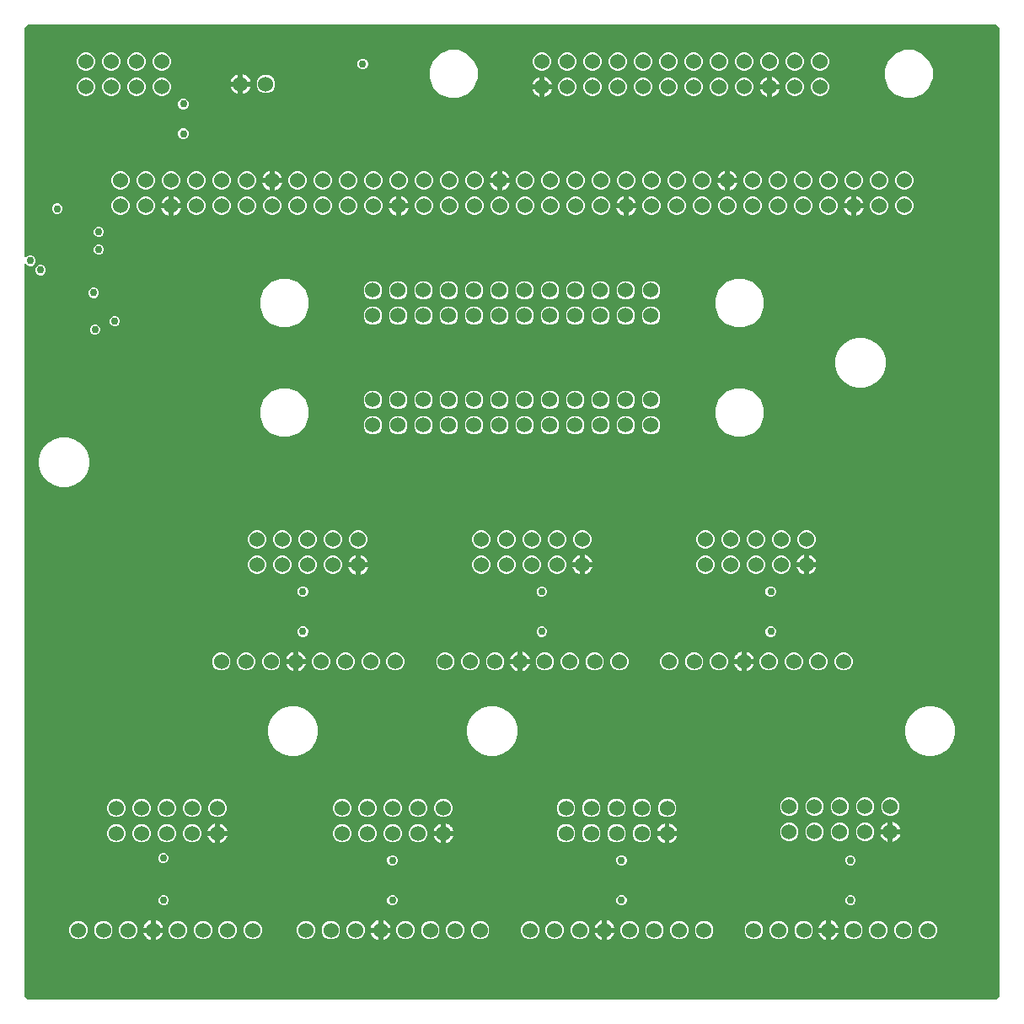
<source format=gbr>
G04 EAGLE Gerber RS-274X export*
G75*
%MOMM*%
%FSLAX34Y34*%
%LPD*%
%AMOC8*
5,1,8,0,0,1.08239X$1,22.5*%
G01*
%ADD10C,1.524000*%
%ADD11C,1.530000*%
%ADD12C,0.756400*%

G36*
X985364Y10173D02*
X985364Y10173D01*
X985463Y10176D01*
X985521Y10193D01*
X985581Y10201D01*
X985673Y10237D01*
X985768Y10265D01*
X985820Y10295D01*
X985877Y10318D01*
X985957Y10376D01*
X986042Y10426D01*
X986118Y10492D01*
X986134Y10504D01*
X986142Y10514D01*
X986163Y10532D01*
X989468Y13837D01*
X989528Y13915D01*
X989596Y13987D01*
X989625Y14040D01*
X989662Y14088D01*
X989702Y14179D01*
X989750Y14266D01*
X989765Y14324D01*
X989789Y14380D01*
X989804Y14478D01*
X989829Y14574D01*
X989835Y14674D01*
X989839Y14694D01*
X989837Y14706D01*
X989839Y14734D01*
X989839Y985266D01*
X989827Y985364D01*
X989824Y985463D01*
X989807Y985521D01*
X989799Y985581D01*
X989763Y985673D01*
X989735Y985768D01*
X989705Y985820D01*
X989682Y985877D01*
X989624Y985957D01*
X989574Y986042D01*
X989508Y986118D01*
X989496Y986134D01*
X989486Y986142D01*
X989468Y986163D01*
X986163Y989468D01*
X986085Y989528D01*
X986013Y989596D01*
X985960Y989625D01*
X985912Y989662D01*
X985821Y989702D01*
X985734Y989750D01*
X985676Y989765D01*
X985620Y989789D01*
X985522Y989804D01*
X985426Y989829D01*
X985326Y989835D01*
X985306Y989839D01*
X985294Y989837D01*
X985266Y989839D01*
X14734Y989839D01*
X14636Y989827D01*
X14537Y989824D01*
X14479Y989807D01*
X14419Y989799D01*
X14327Y989763D01*
X14232Y989735D01*
X14180Y989705D01*
X14123Y989682D01*
X14043Y989624D01*
X13958Y989574D01*
X13882Y989508D01*
X13866Y989496D01*
X13858Y989486D01*
X13837Y989468D01*
X10532Y986163D01*
X10472Y986085D01*
X10404Y986013D01*
X10375Y985960D01*
X10338Y985912D01*
X10298Y985821D01*
X10250Y985734D01*
X10235Y985676D01*
X10211Y985620D01*
X10196Y985522D01*
X10171Y985426D01*
X10165Y985326D01*
X10161Y985306D01*
X10163Y985294D01*
X10161Y985266D01*
X10161Y757030D01*
X10178Y756892D01*
X10191Y756753D01*
X10198Y756734D01*
X10201Y756714D01*
X10252Y756585D01*
X10299Y756454D01*
X10310Y756437D01*
X10318Y756419D01*
X10399Y756306D01*
X10477Y756191D01*
X10493Y756178D01*
X10504Y756161D01*
X10612Y756072D01*
X10716Y755981D01*
X10734Y755971D01*
X10749Y755958D01*
X10875Y755899D01*
X10999Y755836D01*
X11019Y755832D01*
X11037Y755823D01*
X11174Y755797D01*
X11309Y755766D01*
X11330Y755767D01*
X11349Y755763D01*
X11488Y755772D01*
X11627Y755776D01*
X11647Y755782D01*
X11667Y755783D01*
X11799Y755826D01*
X11933Y755864D01*
X11950Y755875D01*
X11969Y755881D01*
X12087Y755955D01*
X12207Y756026D01*
X12228Y756045D01*
X12238Y756051D01*
X12252Y756066D01*
X12327Y756132D01*
X13194Y756999D01*
X15144Y757807D01*
X17256Y757807D01*
X19206Y756999D01*
X20699Y755506D01*
X21507Y753556D01*
X21507Y751444D01*
X20699Y749494D01*
X19206Y748001D01*
X17256Y747193D01*
X15144Y747193D01*
X13194Y748001D01*
X12327Y748868D01*
X12218Y748952D01*
X12111Y749042D01*
X12092Y749050D01*
X12076Y749063D01*
X11949Y749118D01*
X11823Y749177D01*
X11803Y749181D01*
X11784Y749189D01*
X11646Y749211D01*
X11510Y749237D01*
X11490Y749236D01*
X11470Y749239D01*
X11331Y749226D01*
X11193Y749217D01*
X11174Y749211D01*
X11154Y749209D01*
X11022Y749162D01*
X10891Y749119D01*
X10873Y749108D01*
X10854Y749101D01*
X10739Y749023D01*
X10622Y748949D01*
X10608Y748934D01*
X10591Y748923D01*
X10499Y748819D01*
X10404Y748717D01*
X10394Y748700D01*
X10381Y748684D01*
X10318Y748561D01*
X10250Y748439D01*
X10245Y748419D01*
X10236Y748401D01*
X10206Y748265D01*
X10171Y748131D01*
X10169Y748103D01*
X10166Y748091D01*
X10167Y748070D01*
X10161Y747970D01*
X10161Y14734D01*
X10173Y14636D01*
X10176Y14537D01*
X10193Y14479D01*
X10201Y14419D01*
X10237Y14327D01*
X10265Y14232D01*
X10295Y14180D01*
X10318Y14123D01*
X10376Y14043D01*
X10426Y13958D01*
X10492Y13882D01*
X10504Y13866D01*
X10514Y13858D01*
X10532Y13837D01*
X13837Y10532D01*
X13915Y10472D01*
X13987Y10404D01*
X14040Y10375D01*
X14088Y10338D01*
X14179Y10298D01*
X14266Y10250D01*
X14324Y10235D01*
X14380Y10211D01*
X14478Y10196D01*
X14574Y10171D01*
X14674Y10165D01*
X14694Y10161D01*
X14706Y10163D01*
X14734Y10161D01*
X985266Y10161D01*
X985364Y10173D01*
G37*
%LPC*%
G36*
X276688Y254839D02*
X276688Y254839D01*
X270288Y256554D01*
X264551Y259866D01*
X259866Y264551D01*
X256554Y270288D01*
X254839Y276688D01*
X254839Y283312D01*
X256554Y289712D01*
X259866Y295449D01*
X264551Y300134D01*
X270288Y303446D01*
X276688Y305161D01*
X283312Y305161D01*
X289712Y303446D01*
X295449Y300134D01*
X300134Y295449D01*
X303446Y289712D01*
X305161Y283312D01*
X305161Y276688D01*
X303446Y270288D01*
X300134Y264551D01*
X295449Y259866D01*
X289712Y256554D01*
X283312Y254839D01*
X276688Y254839D01*
G37*
%LPD*%
%LPC*%
G36*
X476688Y254839D02*
X476688Y254839D01*
X470288Y256554D01*
X464551Y259866D01*
X459866Y264551D01*
X456554Y270288D01*
X454839Y276688D01*
X454839Y283312D01*
X456554Y289712D01*
X459866Y295449D01*
X464551Y300134D01*
X470288Y303446D01*
X476688Y305161D01*
X483312Y305161D01*
X489712Y303446D01*
X495449Y300134D01*
X500134Y295449D01*
X503446Y289712D01*
X505161Y283312D01*
X505161Y276688D01*
X503446Y270288D01*
X500134Y264551D01*
X495449Y259866D01*
X489712Y256554D01*
X483312Y254839D01*
X476688Y254839D01*
G37*
%LPD*%
%LPC*%
G36*
X916688Y254839D02*
X916688Y254839D01*
X910288Y256554D01*
X904551Y259866D01*
X899866Y264551D01*
X896554Y270288D01*
X894839Y276688D01*
X894839Y283312D01*
X896554Y289712D01*
X899866Y295449D01*
X904551Y300134D01*
X910288Y303446D01*
X916688Y305161D01*
X923312Y305161D01*
X929712Y303446D01*
X935449Y300134D01*
X940134Y295449D01*
X943446Y289712D01*
X945161Y283312D01*
X945161Y276688D01*
X943446Y270288D01*
X940134Y264551D01*
X935449Y259866D01*
X929712Y256554D01*
X923312Y254839D01*
X916688Y254839D01*
G37*
%LPD*%
%LPC*%
G36*
X46688Y524839D02*
X46688Y524839D01*
X40288Y526554D01*
X34551Y529866D01*
X29866Y534551D01*
X26554Y540288D01*
X24839Y546688D01*
X24839Y553312D01*
X26554Y559712D01*
X29866Y565449D01*
X34551Y570134D01*
X40288Y573446D01*
X46688Y575161D01*
X53312Y575161D01*
X59712Y573446D01*
X65449Y570134D01*
X70134Y565449D01*
X73446Y559712D01*
X75161Y553312D01*
X75161Y546688D01*
X73446Y540288D01*
X70134Y534551D01*
X65449Y529866D01*
X59712Y526554D01*
X53312Y524839D01*
X46688Y524839D01*
G37*
%LPD*%
%LPC*%
G36*
X846688Y624839D02*
X846688Y624839D01*
X840288Y626554D01*
X834551Y629866D01*
X829866Y634551D01*
X826554Y640288D01*
X824839Y646688D01*
X824839Y653312D01*
X826554Y659712D01*
X829866Y665449D01*
X834551Y670134D01*
X840288Y673446D01*
X846688Y675161D01*
X853312Y675161D01*
X859712Y673446D01*
X865449Y670134D01*
X870134Y665449D01*
X873446Y659712D01*
X875161Y653312D01*
X875161Y646688D01*
X873446Y640288D01*
X870134Y634551D01*
X865449Y629866D01*
X859712Y626554D01*
X853312Y624839D01*
X846688Y624839D01*
G37*
%LPD*%
%LPC*%
G36*
X893800Y915869D02*
X893800Y915869D01*
X884931Y919543D01*
X878143Y926331D01*
X874469Y935200D01*
X874469Y944800D01*
X878143Y953669D01*
X884931Y960457D01*
X893800Y964131D01*
X903400Y964131D01*
X912269Y960457D01*
X919057Y953669D01*
X922731Y944800D01*
X922731Y935200D01*
X919057Y926331D01*
X912269Y919543D01*
X903400Y915869D01*
X893800Y915869D01*
G37*
%LPD*%
%LPC*%
G36*
X436600Y915869D02*
X436600Y915869D01*
X427731Y919543D01*
X420943Y926331D01*
X417269Y935200D01*
X417269Y944800D01*
X420943Y953669D01*
X427731Y960457D01*
X436600Y964131D01*
X446200Y964131D01*
X455069Y960457D01*
X461857Y953669D01*
X465531Y944800D01*
X465531Y935200D01*
X461857Y926331D01*
X455069Y919543D01*
X446200Y915869D01*
X436600Y915869D01*
G37*
%LPD*%
%LPC*%
G36*
X723800Y685869D02*
X723800Y685869D01*
X714931Y689543D01*
X708143Y696331D01*
X704469Y705200D01*
X704469Y714800D01*
X708143Y723669D01*
X714931Y730457D01*
X723800Y734131D01*
X733400Y734131D01*
X742269Y730457D01*
X749057Y723669D01*
X752731Y714800D01*
X752731Y705200D01*
X749057Y696331D01*
X742269Y689543D01*
X733400Y685869D01*
X723800Y685869D01*
G37*
%LPD*%
%LPC*%
G36*
X266600Y575869D02*
X266600Y575869D01*
X257731Y579543D01*
X250943Y586331D01*
X247269Y595200D01*
X247269Y604800D01*
X250943Y613669D01*
X257731Y620457D01*
X266600Y624131D01*
X276200Y624131D01*
X285069Y620457D01*
X291857Y613669D01*
X295531Y604800D01*
X295531Y595200D01*
X291857Y586331D01*
X285069Y579543D01*
X276200Y575869D01*
X266600Y575869D01*
G37*
%LPD*%
%LPC*%
G36*
X723800Y575869D02*
X723800Y575869D01*
X714931Y579543D01*
X708143Y586331D01*
X704469Y595200D01*
X704469Y604800D01*
X708143Y613669D01*
X714931Y620457D01*
X723800Y624131D01*
X733400Y624131D01*
X742269Y620457D01*
X749057Y613669D01*
X752731Y604800D01*
X752731Y595200D01*
X749057Y586331D01*
X742269Y579543D01*
X733400Y575869D01*
X723800Y575869D01*
G37*
%LPD*%
%LPC*%
G36*
X266600Y685869D02*
X266600Y685869D01*
X257731Y689543D01*
X250943Y696331D01*
X247269Y705200D01*
X247269Y714800D01*
X250943Y723669D01*
X257731Y730457D01*
X266600Y734131D01*
X276200Y734131D01*
X285069Y730457D01*
X291857Y723669D01*
X295531Y714800D01*
X295531Y705200D01*
X291857Y696331D01*
X285069Y689543D01*
X276200Y685869D01*
X266600Y685869D01*
G37*
%LPD*%
%LPC*%
G36*
X757075Y943525D02*
X757075Y943525D01*
X753703Y944922D01*
X751122Y947503D01*
X749725Y950875D01*
X749725Y954525D01*
X751122Y957897D01*
X753703Y960478D01*
X757075Y961875D01*
X760725Y961875D01*
X764097Y960478D01*
X766678Y957897D01*
X768075Y954525D01*
X768075Y950875D01*
X766678Y947503D01*
X764097Y944922D01*
X760725Y943525D01*
X757075Y943525D01*
G37*
%LPD*%
%LPC*%
G36*
X731675Y943525D02*
X731675Y943525D01*
X728303Y944922D01*
X725722Y947503D01*
X724325Y950875D01*
X724325Y954525D01*
X725722Y957897D01*
X728303Y960478D01*
X731675Y961875D01*
X735325Y961875D01*
X738697Y960478D01*
X741278Y957897D01*
X742675Y954525D01*
X742675Y950875D01*
X741278Y947503D01*
X738697Y944922D01*
X735325Y943525D01*
X731675Y943525D01*
G37*
%LPD*%
%LPC*%
G36*
X706275Y943525D02*
X706275Y943525D01*
X702903Y944922D01*
X700322Y947503D01*
X698925Y950875D01*
X698925Y954525D01*
X700322Y957897D01*
X702903Y960478D01*
X706275Y961875D01*
X709925Y961875D01*
X713297Y960478D01*
X715878Y957897D01*
X717275Y954525D01*
X717275Y950875D01*
X715878Y947503D01*
X713297Y944922D01*
X709925Y943525D01*
X706275Y943525D01*
G37*
%LPD*%
%LPC*%
G36*
X680875Y943525D02*
X680875Y943525D01*
X677503Y944922D01*
X674922Y947503D01*
X673525Y950875D01*
X673525Y954525D01*
X674922Y957897D01*
X677503Y960478D01*
X680875Y961875D01*
X684525Y961875D01*
X687897Y960478D01*
X690478Y957897D01*
X691875Y954525D01*
X691875Y950875D01*
X690478Y947503D01*
X687897Y944922D01*
X684525Y943525D01*
X680875Y943525D01*
G37*
%LPD*%
%LPC*%
G36*
X655475Y943525D02*
X655475Y943525D01*
X652103Y944922D01*
X649522Y947503D01*
X648125Y950875D01*
X648125Y954525D01*
X649522Y957897D01*
X652103Y960478D01*
X655475Y961875D01*
X659125Y961875D01*
X662497Y960478D01*
X665078Y957897D01*
X666475Y954525D01*
X666475Y950875D01*
X665078Y947503D01*
X662497Y944922D01*
X659125Y943525D01*
X655475Y943525D01*
G37*
%LPD*%
%LPC*%
G36*
X630075Y943525D02*
X630075Y943525D01*
X626703Y944922D01*
X624122Y947503D01*
X622725Y950875D01*
X622725Y954525D01*
X624122Y957897D01*
X626703Y960478D01*
X630075Y961875D01*
X633725Y961875D01*
X637097Y960478D01*
X639678Y957897D01*
X641075Y954525D01*
X641075Y950875D01*
X639678Y947503D01*
X637097Y944922D01*
X633725Y943525D01*
X630075Y943525D01*
G37*
%LPD*%
%LPC*%
G36*
X604675Y943525D02*
X604675Y943525D01*
X601303Y944922D01*
X598722Y947503D01*
X597325Y950875D01*
X597325Y954525D01*
X598722Y957897D01*
X601303Y960478D01*
X604675Y961875D01*
X608325Y961875D01*
X611697Y960478D01*
X614278Y957897D01*
X615675Y954525D01*
X615675Y950875D01*
X614278Y947503D01*
X611697Y944922D01*
X608325Y943525D01*
X604675Y943525D01*
G37*
%LPD*%
%LPC*%
G36*
X579275Y943525D02*
X579275Y943525D01*
X575903Y944922D01*
X573322Y947503D01*
X571925Y950875D01*
X571925Y954525D01*
X573322Y957897D01*
X575903Y960478D01*
X579275Y961875D01*
X582925Y961875D01*
X586297Y960478D01*
X588878Y957897D01*
X590275Y954525D01*
X590275Y950875D01*
X588878Y947503D01*
X586297Y944922D01*
X582925Y943525D01*
X579275Y943525D01*
G37*
%LPD*%
%LPC*%
G36*
X553875Y943525D02*
X553875Y943525D01*
X550503Y944922D01*
X547922Y947503D01*
X546525Y950875D01*
X546525Y954525D01*
X547922Y957897D01*
X550503Y960478D01*
X553875Y961875D01*
X557525Y961875D01*
X560897Y960478D01*
X563478Y957897D01*
X564875Y954525D01*
X564875Y950875D01*
X563478Y947503D01*
X560897Y944922D01*
X557525Y943525D01*
X553875Y943525D01*
G37*
%LPD*%
%LPC*%
G36*
X528475Y943525D02*
X528475Y943525D01*
X525103Y944922D01*
X522522Y947503D01*
X521125Y950875D01*
X521125Y954525D01*
X522522Y957897D01*
X525103Y960478D01*
X528475Y961875D01*
X532125Y961875D01*
X535497Y960478D01*
X538078Y957897D01*
X539475Y954525D01*
X539475Y950875D01*
X538078Y947503D01*
X535497Y944922D01*
X532125Y943525D01*
X528475Y943525D01*
G37*
%LPD*%
%LPC*%
G36*
X807875Y943525D02*
X807875Y943525D01*
X804503Y944922D01*
X801922Y947503D01*
X800525Y950875D01*
X800525Y954525D01*
X801922Y957897D01*
X804503Y960478D01*
X807875Y961875D01*
X811525Y961875D01*
X814897Y960478D01*
X817478Y957897D01*
X818875Y954525D01*
X818875Y950875D01*
X817478Y947503D01*
X814897Y944922D01*
X811525Y943525D01*
X807875Y943525D01*
G37*
%LPD*%
%LPC*%
G36*
X782475Y943525D02*
X782475Y943525D01*
X779103Y944922D01*
X776522Y947503D01*
X775125Y950875D01*
X775125Y954525D01*
X776522Y957897D01*
X779103Y960478D01*
X782475Y961875D01*
X786125Y961875D01*
X789497Y960478D01*
X792078Y957897D01*
X793475Y954525D01*
X793475Y950875D01*
X792078Y947503D01*
X789497Y944922D01*
X786125Y943525D01*
X782475Y943525D01*
G37*
%LPD*%
%LPC*%
G36*
X587075Y713525D02*
X587075Y713525D01*
X583703Y714922D01*
X581122Y717503D01*
X579725Y720875D01*
X579725Y724525D01*
X581122Y727897D01*
X583703Y730478D01*
X587075Y731875D01*
X590725Y731875D01*
X594097Y730478D01*
X596678Y727897D01*
X598075Y724525D01*
X598075Y720875D01*
X596678Y717503D01*
X594097Y714922D01*
X590725Y713525D01*
X587075Y713525D01*
G37*
%LPD*%
%LPC*%
G36*
X561675Y713525D02*
X561675Y713525D01*
X558303Y714922D01*
X555722Y717503D01*
X554325Y720875D01*
X554325Y724525D01*
X555722Y727897D01*
X558303Y730478D01*
X561675Y731875D01*
X565325Y731875D01*
X568697Y730478D01*
X571278Y727897D01*
X572675Y724525D01*
X572675Y720875D01*
X571278Y717503D01*
X568697Y714922D01*
X565325Y713525D01*
X561675Y713525D01*
G37*
%LPD*%
%LPC*%
G36*
X536275Y713525D02*
X536275Y713525D01*
X532903Y714922D01*
X530322Y717503D01*
X528925Y720875D01*
X528925Y724525D01*
X530322Y727897D01*
X532903Y730478D01*
X536275Y731875D01*
X539925Y731875D01*
X543297Y730478D01*
X545878Y727897D01*
X547275Y724525D01*
X547275Y720875D01*
X545878Y717503D01*
X543297Y714922D01*
X539925Y713525D01*
X536275Y713525D01*
G37*
%LPD*%
%LPC*%
G36*
X510875Y713525D02*
X510875Y713525D01*
X507503Y714922D01*
X504922Y717503D01*
X503525Y720875D01*
X503525Y724525D01*
X504922Y727897D01*
X507503Y730478D01*
X510875Y731875D01*
X514525Y731875D01*
X517897Y730478D01*
X520478Y727897D01*
X521875Y724525D01*
X521875Y720875D01*
X520478Y717503D01*
X517897Y714922D01*
X514525Y713525D01*
X510875Y713525D01*
G37*
%LPD*%
%LPC*%
G36*
X358475Y578125D02*
X358475Y578125D01*
X355103Y579522D01*
X352522Y582103D01*
X351125Y585475D01*
X351125Y589125D01*
X352522Y592497D01*
X355103Y595078D01*
X358475Y596475D01*
X362125Y596475D01*
X365497Y595078D01*
X368078Y592497D01*
X369475Y589125D01*
X369475Y585475D01*
X368078Y582103D01*
X365497Y579522D01*
X362125Y578125D01*
X358475Y578125D01*
G37*
%LPD*%
%LPC*%
G36*
X485475Y713525D02*
X485475Y713525D01*
X482103Y714922D01*
X479522Y717503D01*
X478125Y720875D01*
X478125Y724525D01*
X479522Y727897D01*
X482103Y730478D01*
X485475Y731875D01*
X489125Y731875D01*
X492497Y730478D01*
X495078Y727897D01*
X496475Y724525D01*
X496475Y720875D01*
X495078Y717503D01*
X492497Y714922D01*
X489125Y713525D01*
X485475Y713525D01*
G37*
%LPD*%
%LPC*%
G36*
X460075Y713525D02*
X460075Y713525D01*
X456703Y714922D01*
X454122Y717503D01*
X452725Y720875D01*
X452725Y724525D01*
X454122Y727897D01*
X456703Y730478D01*
X460075Y731875D01*
X463725Y731875D01*
X467097Y730478D01*
X469678Y727897D01*
X471075Y724525D01*
X471075Y720875D01*
X469678Y717503D01*
X467097Y714922D01*
X463725Y713525D01*
X460075Y713525D01*
G37*
%LPD*%
%LPC*%
G36*
X434675Y713525D02*
X434675Y713525D01*
X431303Y714922D01*
X428722Y717503D01*
X427325Y720875D01*
X427325Y724525D01*
X428722Y727897D01*
X431303Y730478D01*
X434675Y731875D01*
X438325Y731875D01*
X441697Y730478D01*
X444278Y727897D01*
X445675Y724525D01*
X445675Y720875D01*
X444278Y717503D01*
X441697Y714922D01*
X438325Y713525D01*
X434675Y713525D01*
G37*
%LPD*%
%LPC*%
G36*
X409275Y713525D02*
X409275Y713525D01*
X405903Y714922D01*
X403322Y717503D01*
X401925Y720875D01*
X401925Y724525D01*
X403322Y727897D01*
X405903Y730478D01*
X409275Y731875D01*
X412925Y731875D01*
X416297Y730478D01*
X418878Y727897D01*
X420275Y724525D01*
X420275Y720875D01*
X418878Y717503D01*
X416297Y714922D01*
X412925Y713525D01*
X409275Y713525D01*
G37*
%LPD*%
%LPC*%
G36*
X383875Y713525D02*
X383875Y713525D01*
X380503Y714922D01*
X377922Y717503D01*
X376525Y720875D01*
X376525Y724525D01*
X377922Y727897D01*
X380503Y730478D01*
X383875Y731875D01*
X387525Y731875D01*
X390897Y730478D01*
X393478Y727897D01*
X394875Y724525D01*
X394875Y720875D01*
X393478Y717503D01*
X390897Y714922D01*
X387525Y713525D01*
X383875Y713525D01*
G37*
%LPD*%
%LPC*%
G36*
X358475Y713525D02*
X358475Y713525D01*
X355103Y714922D01*
X352522Y717503D01*
X351125Y720875D01*
X351125Y724525D01*
X352522Y727897D01*
X355103Y730478D01*
X358475Y731875D01*
X362125Y731875D01*
X365497Y730478D01*
X368078Y727897D01*
X369475Y724525D01*
X369475Y720875D01*
X368078Y717503D01*
X365497Y714922D01*
X362125Y713525D01*
X358475Y713525D01*
G37*
%LPD*%
%LPC*%
G36*
X383875Y688125D02*
X383875Y688125D01*
X380503Y689522D01*
X377922Y692103D01*
X376525Y695475D01*
X376525Y699125D01*
X377922Y702497D01*
X380503Y705078D01*
X383875Y706475D01*
X387525Y706475D01*
X390897Y705078D01*
X393478Y702497D01*
X394875Y699125D01*
X394875Y695475D01*
X393478Y692103D01*
X390897Y689522D01*
X387525Y688125D01*
X383875Y688125D01*
G37*
%LPD*%
%LPC*%
G36*
X807875Y918125D02*
X807875Y918125D01*
X804503Y919522D01*
X801922Y922103D01*
X800525Y925475D01*
X800525Y929125D01*
X801922Y932497D01*
X804503Y935078D01*
X807875Y936475D01*
X811525Y936475D01*
X814897Y935078D01*
X817478Y932497D01*
X818875Y929125D01*
X818875Y925475D01*
X817478Y922103D01*
X814897Y919522D01*
X811525Y918125D01*
X807875Y918125D01*
G37*
%LPD*%
%LPC*%
G36*
X782475Y918125D02*
X782475Y918125D01*
X779103Y919522D01*
X776522Y922103D01*
X775125Y925475D01*
X775125Y929125D01*
X776522Y932497D01*
X779103Y935078D01*
X782475Y936475D01*
X786125Y936475D01*
X789497Y935078D01*
X792078Y932497D01*
X793475Y929125D01*
X793475Y925475D01*
X792078Y922103D01*
X789497Y919522D01*
X786125Y918125D01*
X782475Y918125D01*
G37*
%LPD*%
%LPC*%
G36*
X731675Y918125D02*
X731675Y918125D01*
X728303Y919522D01*
X725722Y922103D01*
X724325Y925475D01*
X724325Y929125D01*
X725722Y932497D01*
X728303Y935078D01*
X731675Y936475D01*
X735325Y936475D01*
X738697Y935078D01*
X741278Y932497D01*
X742675Y929125D01*
X742675Y925475D01*
X741278Y922103D01*
X738697Y919522D01*
X735325Y918125D01*
X731675Y918125D01*
G37*
%LPD*%
%LPC*%
G36*
X706275Y918125D02*
X706275Y918125D01*
X702903Y919522D01*
X700322Y922103D01*
X698925Y925475D01*
X698925Y929125D01*
X700322Y932497D01*
X702903Y935078D01*
X706275Y936475D01*
X709925Y936475D01*
X713297Y935078D01*
X715878Y932497D01*
X717275Y929125D01*
X717275Y925475D01*
X715878Y922103D01*
X713297Y919522D01*
X709925Y918125D01*
X706275Y918125D01*
G37*
%LPD*%
%LPC*%
G36*
X680875Y918125D02*
X680875Y918125D01*
X677503Y919522D01*
X674922Y922103D01*
X673525Y925475D01*
X673525Y929125D01*
X674922Y932497D01*
X677503Y935078D01*
X680875Y936475D01*
X684525Y936475D01*
X687897Y935078D01*
X690478Y932497D01*
X691875Y929125D01*
X691875Y925475D01*
X690478Y922103D01*
X687897Y919522D01*
X684525Y918125D01*
X680875Y918125D01*
G37*
%LPD*%
%LPC*%
G36*
X655475Y918125D02*
X655475Y918125D01*
X652103Y919522D01*
X649522Y922103D01*
X648125Y925475D01*
X648125Y929125D01*
X649522Y932497D01*
X652103Y935078D01*
X655475Y936475D01*
X659125Y936475D01*
X662497Y935078D01*
X665078Y932497D01*
X666475Y929125D01*
X666475Y925475D01*
X665078Y922103D01*
X662497Y919522D01*
X659125Y918125D01*
X655475Y918125D01*
G37*
%LPD*%
%LPC*%
G36*
X630075Y918125D02*
X630075Y918125D01*
X626703Y919522D01*
X624122Y922103D01*
X622725Y925475D01*
X622725Y929125D01*
X624122Y932497D01*
X626703Y935078D01*
X630075Y936475D01*
X633725Y936475D01*
X637097Y935078D01*
X639678Y932497D01*
X641075Y929125D01*
X641075Y925475D01*
X639678Y922103D01*
X637097Y919522D01*
X633725Y918125D01*
X630075Y918125D01*
G37*
%LPD*%
%LPC*%
G36*
X604675Y918125D02*
X604675Y918125D01*
X601303Y919522D01*
X598722Y922103D01*
X597325Y925475D01*
X597325Y929125D01*
X598722Y932497D01*
X601303Y935078D01*
X604675Y936475D01*
X608325Y936475D01*
X611697Y935078D01*
X614278Y932497D01*
X615675Y929125D01*
X615675Y925475D01*
X614278Y922103D01*
X611697Y919522D01*
X608325Y918125D01*
X604675Y918125D01*
G37*
%LPD*%
%LPC*%
G36*
X579275Y918125D02*
X579275Y918125D01*
X575903Y919522D01*
X573322Y922103D01*
X571925Y925475D01*
X571925Y929125D01*
X573322Y932497D01*
X575903Y935078D01*
X579275Y936475D01*
X582925Y936475D01*
X586297Y935078D01*
X588878Y932497D01*
X590275Y929125D01*
X590275Y925475D01*
X588878Y922103D01*
X586297Y919522D01*
X582925Y918125D01*
X579275Y918125D01*
G37*
%LPD*%
%LPC*%
G36*
X553875Y918125D02*
X553875Y918125D01*
X550503Y919522D01*
X547922Y922103D01*
X546525Y925475D01*
X546525Y929125D01*
X547922Y932497D01*
X550503Y935078D01*
X553875Y936475D01*
X557525Y936475D01*
X560897Y935078D01*
X563478Y932497D01*
X564875Y929125D01*
X564875Y925475D01*
X563478Y922103D01*
X560897Y919522D01*
X557525Y918125D01*
X553875Y918125D01*
G37*
%LPD*%
%LPC*%
G36*
X358475Y688125D02*
X358475Y688125D01*
X355103Y689522D01*
X352522Y692103D01*
X351125Y695475D01*
X351125Y699125D01*
X352522Y702497D01*
X355103Y705078D01*
X358475Y706475D01*
X362125Y706475D01*
X365497Y705078D01*
X368078Y702497D01*
X369475Y699125D01*
X369475Y695475D01*
X368078Y692103D01*
X365497Y689522D01*
X362125Y688125D01*
X358475Y688125D01*
G37*
%LPD*%
%LPC*%
G36*
X637875Y688125D02*
X637875Y688125D01*
X634503Y689522D01*
X631922Y692103D01*
X630525Y695475D01*
X630525Y699125D01*
X631922Y702497D01*
X634503Y705078D01*
X637875Y706475D01*
X641525Y706475D01*
X644897Y705078D01*
X647478Y702497D01*
X648875Y699125D01*
X648875Y695475D01*
X647478Y692103D01*
X644897Y689522D01*
X641525Y688125D01*
X637875Y688125D01*
G37*
%LPD*%
%LPC*%
G36*
X612475Y688125D02*
X612475Y688125D01*
X609103Y689522D01*
X606522Y692103D01*
X605125Y695475D01*
X605125Y699125D01*
X606522Y702497D01*
X609103Y705078D01*
X612475Y706475D01*
X616125Y706475D01*
X619497Y705078D01*
X622078Y702497D01*
X623475Y699125D01*
X623475Y695475D01*
X622078Y692103D01*
X619497Y689522D01*
X616125Y688125D01*
X612475Y688125D01*
G37*
%LPD*%
%LPC*%
G36*
X587075Y688125D02*
X587075Y688125D01*
X583703Y689522D01*
X581122Y692103D01*
X579725Y695475D01*
X579725Y699125D01*
X581122Y702497D01*
X583703Y705078D01*
X587075Y706475D01*
X590725Y706475D01*
X594097Y705078D01*
X596678Y702497D01*
X598075Y699125D01*
X598075Y695475D01*
X596678Y692103D01*
X594097Y689522D01*
X590725Y688125D01*
X587075Y688125D01*
G37*
%LPD*%
%LPC*%
G36*
X561675Y688125D02*
X561675Y688125D01*
X558303Y689522D01*
X555722Y692103D01*
X554325Y695475D01*
X554325Y699125D01*
X555722Y702497D01*
X558303Y705078D01*
X561675Y706475D01*
X565325Y706475D01*
X568697Y705078D01*
X571278Y702497D01*
X572675Y699125D01*
X572675Y695475D01*
X571278Y692103D01*
X568697Y689522D01*
X565325Y688125D01*
X561675Y688125D01*
G37*
%LPD*%
%LPC*%
G36*
X536275Y688125D02*
X536275Y688125D01*
X532903Y689522D01*
X530322Y692103D01*
X528925Y695475D01*
X528925Y699125D01*
X530322Y702497D01*
X532903Y705078D01*
X536275Y706475D01*
X539925Y706475D01*
X543297Y705078D01*
X545878Y702497D01*
X547275Y699125D01*
X547275Y695475D01*
X545878Y692103D01*
X543297Y689522D01*
X539925Y688125D01*
X536275Y688125D01*
G37*
%LPD*%
%LPC*%
G36*
X510875Y688125D02*
X510875Y688125D01*
X507503Y689522D01*
X504922Y692103D01*
X503525Y695475D01*
X503525Y699125D01*
X504922Y702497D01*
X507503Y705078D01*
X510875Y706475D01*
X514525Y706475D01*
X517897Y705078D01*
X520478Y702497D01*
X521875Y699125D01*
X521875Y695475D01*
X520478Y692103D01*
X517897Y689522D01*
X514525Y688125D01*
X510875Y688125D01*
G37*
%LPD*%
%LPC*%
G36*
X485475Y688125D02*
X485475Y688125D01*
X482103Y689522D01*
X479522Y692103D01*
X478125Y695475D01*
X478125Y699125D01*
X479522Y702497D01*
X482103Y705078D01*
X485475Y706475D01*
X489125Y706475D01*
X492497Y705078D01*
X495078Y702497D01*
X496475Y699125D01*
X496475Y695475D01*
X495078Y692103D01*
X492497Y689522D01*
X489125Y688125D01*
X485475Y688125D01*
G37*
%LPD*%
%LPC*%
G36*
X460075Y688125D02*
X460075Y688125D01*
X456703Y689522D01*
X454122Y692103D01*
X452725Y695475D01*
X452725Y699125D01*
X454122Y702497D01*
X456703Y705078D01*
X460075Y706475D01*
X463725Y706475D01*
X467097Y705078D01*
X469678Y702497D01*
X471075Y699125D01*
X471075Y695475D01*
X469678Y692103D01*
X467097Y689522D01*
X463725Y688125D01*
X460075Y688125D01*
G37*
%LPD*%
%LPC*%
G36*
X434675Y688125D02*
X434675Y688125D01*
X431303Y689522D01*
X428722Y692103D01*
X427325Y695475D01*
X427325Y699125D01*
X428722Y702497D01*
X431303Y705078D01*
X434675Y706475D01*
X438325Y706475D01*
X441697Y705078D01*
X444278Y702497D01*
X445675Y699125D01*
X445675Y695475D01*
X444278Y692103D01*
X441697Y689522D01*
X438325Y688125D01*
X434675Y688125D01*
G37*
%LPD*%
%LPC*%
G36*
X409275Y688125D02*
X409275Y688125D01*
X405903Y689522D01*
X403322Y692103D01*
X401925Y695475D01*
X401925Y699125D01*
X403322Y702497D01*
X405903Y705078D01*
X409275Y706475D01*
X412925Y706475D01*
X416297Y705078D01*
X418878Y702497D01*
X420275Y699125D01*
X420275Y695475D01*
X418878Y692103D01*
X416297Y689522D01*
X412925Y688125D01*
X409275Y688125D01*
G37*
%LPD*%
%LPC*%
G36*
X485475Y578125D02*
X485475Y578125D01*
X482103Y579522D01*
X479522Y582103D01*
X478125Y585475D01*
X478125Y589125D01*
X479522Y592497D01*
X482103Y595078D01*
X485475Y596475D01*
X489125Y596475D01*
X492497Y595078D01*
X495078Y592497D01*
X496475Y589125D01*
X496475Y585475D01*
X495078Y582103D01*
X492497Y579522D01*
X489125Y578125D01*
X485475Y578125D01*
G37*
%LPD*%
%LPC*%
G36*
X460075Y578125D02*
X460075Y578125D01*
X456703Y579522D01*
X454122Y582103D01*
X452725Y585475D01*
X452725Y589125D01*
X454122Y592497D01*
X456703Y595078D01*
X460075Y596475D01*
X463725Y596475D01*
X467097Y595078D01*
X469678Y592497D01*
X471075Y589125D01*
X471075Y585475D01*
X469678Y582103D01*
X467097Y579522D01*
X463725Y578125D01*
X460075Y578125D01*
G37*
%LPD*%
%LPC*%
G36*
X434675Y578125D02*
X434675Y578125D01*
X431303Y579522D01*
X428722Y582103D01*
X427325Y585475D01*
X427325Y589125D01*
X428722Y592497D01*
X431303Y595078D01*
X434675Y596475D01*
X438325Y596475D01*
X441697Y595078D01*
X444278Y592497D01*
X445675Y589125D01*
X445675Y585475D01*
X444278Y582103D01*
X441697Y579522D01*
X438325Y578125D01*
X434675Y578125D01*
G37*
%LPD*%
%LPC*%
G36*
X637875Y578125D02*
X637875Y578125D01*
X634503Y579522D01*
X631922Y582103D01*
X630525Y585475D01*
X630525Y589125D01*
X631922Y592497D01*
X634503Y595078D01*
X637875Y596475D01*
X641525Y596475D01*
X644897Y595078D01*
X647478Y592497D01*
X648875Y589125D01*
X648875Y585475D01*
X647478Y582103D01*
X644897Y579522D01*
X641525Y578125D01*
X637875Y578125D01*
G37*
%LPD*%
%LPC*%
G36*
X383875Y603525D02*
X383875Y603525D01*
X380503Y604922D01*
X377922Y607503D01*
X376525Y610875D01*
X376525Y614525D01*
X377922Y617897D01*
X380503Y620478D01*
X383875Y621875D01*
X387525Y621875D01*
X390897Y620478D01*
X393478Y617897D01*
X394875Y614525D01*
X394875Y610875D01*
X393478Y607503D01*
X390897Y604922D01*
X387525Y603525D01*
X383875Y603525D01*
G37*
%LPD*%
%LPC*%
G36*
X358475Y603525D02*
X358475Y603525D01*
X355103Y604922D01*
X352522Y607503D01*
X351125Y610875D01*
X351125Y614525D01*
X352522Y617897D01*
X355103Y620478D01*
X358475Y621875D01*
X362125Y621875D01*
X365497Y620478D01*
X368078Y617897D01*
X369475Y614525D01*
X369475Y610875D01*
X368078Y607503D01*
X365497Y604922D01*
X362125Y603525D01*
X358475Y603525D01*
G37*
%LPD*%
%LPC*%
G36*
X637875Y603525D02*
X637875Y603525D01*
X634503Y604922D01*
X631922Y607503D01*
X630525Y610875D01*
X630525Y614525D01*
X631922Y617897D01*
X634503Y620478D01*
X637875Y621875D01*
X641525Y621875D01*
X644897Y620478D01*
X647478Y617897D01*
X648875Y614525D01*
X648875Y610875D01*
X647478Y607503D01*
X644897Y604922D01*
X641525Y603525D01*
X637875Y603525D01*
G37*
%LPD*%
%LPC*%
G36*
X612475Y603525D02*
X612475Y603525D01*
X609103Y604922D01*
X606522Y607503D01*
X605125Y610875D01*
X605125Y614525D01*
X606522Y617897D01*
X609103Y620478D01*
X612475Y621875D01*
X616125Y621875D01*
X619497Y620478D01*
X622078Y617897D01*
X623475Y614525D01*
X623475Y610875D01*
X622078Y607503D01*
X619497Y604922D01*
X616125Y603525D01*
X612475Y603525D01*
G37*
%LPD*%
%LPC*%
G36*
X587075Y603525D02*
X587075Y603525D01*
X583703Y604922D01*
X581122Y607503D01*
X579725Y610875D01*
X579725Y614525D01*
X581122Y617897D01*
X583703Y620478D01*
X587075Y621875D01*
X590725Y621875D01*
X594097Y620478D01*
X596678Y617897D01*
X598075Y614525D01*
X598075Y610875D01*
X596678Y607503D01*
X594097Y604922D01*
X590725Y603525D01*
X587075Y603525D01*
G37*
%LPD*%
%LPC*%
G36*
X561675Y603525D02*
X561675Y603525D01*
X558303Y604922D01*
X555722Y607503D01*
X554325Y610875D01*
X554325Y614525D01*
X555722Y617897D01*
X558303Y620478D01*
X561675Y621875D01*
X565325Y621875D01*
X568697Y620478D01*
X571278Y617897D01*
X572675Y614525D01*
X572675Y610875D01*
X571278Y607503D01*
X568697Y604922D01*
X565325Y603525D01*
X561675Y603525D01*
G37*
%LPD*%
%LPC*%
G36*
X231855Y823785D02*
X231855Y823785D01*
X228483Y825182D01*
X225902Y827763D01*
X224505Y831135D01*
X224505Y834785D01*
X225902Y838157D01*
X228483Y840738D01*
X231855Y842135D01*
X235505Y842135D01*
X238877Y840738D01*
X241458Y838157D01*
X242855Y834785D01*
X242855Y831135D01*
X241458Y827763D01*
X238877Y825182D01*
X235505Y823785D01*
X231855Y823785D01*
G37*
%LPD*%
%LPC*%
G36*
X358855Y823785D02*
X358855Y823785D01*
X355483Y825182D01*
X352902Y827763D01*
X351505Y831135D01*
X351505Y834785D01*
X352902Y838157D01*
X355483Y840738D01*
X358855Y842135D01*
X362505Y842135D01*
X365877Y840738D01*
X368458Y838157D01*
X369855Y834785D01*
X369855Y831135D01*
X368458Y827763D01*
X365877Y825182D01*
X362505Y823785D01*
X358855Y823785D01*
G37*
%LPD*%
%LPC*%
G36*
X333455Y823785D02*
X333455Y823785D01*
X330083Y825182D01*
X327502Y827763D01*
X326105Y831135D01*
X326105Y834785D01*
X327502Y838157D01*
X330083Y840738D01*
X333455Y842135D01*
X337105Y842135D01*
X340477Y840738D01*
X343058Y838157D01*
X344455Y834785D01*
X344455Y831135D01*
X343058Y827763D01*
X340477Y825182D01*
X337105Y823785D01*
X333455Y823785D01*
G37*
%LPD*%
%LPC*%
G36*
X308055Y823785D02*
X308055Y823785D01*
X304683Y825182D01*
X302102Y827763D01*
X300705Y831135D01*
X300705Y834785D01*
X302102Y838157D01*
X304683Y840738D01*
X308055Y842135D01*
X311705Y842135D01*
X315077Y840738D01*
X317658Y838157D01*
X319055Y834785D01*
X319055Y831135D01*
X317658Y827763D01*
X315077Y825182D01*
X311705Y823785D01*
X308055Y823785D01*
G37*
%LPD*%
%LPC*%
G36*
X282655Y823785D02*
X282655Y823785D01*
X279283Y825182D01*
X276702Y827763D01*
X275305Y831135D01*
X275305Y834785D01*
X276702Y838157D01*
X279283Y840738D01*
X282655Y842135D01*
X286305Y842135D01*
X289677Y840738D01*
X292258Y838157D01*
X293655Y834785D01*
X293655Y831135D01*
X292258Y827763D01*
X289677Y825182D01*
X286305Y823785D01*
X282655Y823785D01*
G37*
%LPD*%
%LPC*%
G36*
X104855Y823785D02*
X104855Y823785D01*
X101483Y825182D01*
X98902Y827763D01*
X97505Y831135D01*
X97505Y834785D01*
X98902Y838157D01*
X101483Y840738D01*
X104855Y842135D01*
X108505Y842135D01*
X111877Y840738D01*
X114458Y838157D01*
X115855Y834785D01*
X115855Y831135D01*
X114458Y827763D01*
X111877Y825182D01*
X108505Y823785D01*
X104855Y823785D01*
G37*
%LPD*%
%LPC*%
G36*
X206455Y823785D02*
X206455Y823785D01*
X203083Y825182D01*
X200502Y827763D01*
X199105Y831135D01*
X199105Y834785D01*
X200502Y838157D01*
X203083Y840738D01*
X206455Y842135D01*
X210105Y842135D01*
X213477Y840738D01*
X216058Y838157D01*
X217455Y834785D01*
X217455Y831135D01*
X216058Y827763D01*
X213477Y825182D01*
X210105Y823785D01*
X206455Y823785D01*
G37*
%LPD*%
%LPC*%
G36*
X181055Y823785D02*
X181055Y823785D01*
X177683Y825182D01*
X175102Y827763D01*
X173705Y831135D01*
X173705Y834785D01*
X175102Y838157D01*
X177683Y840738D01*
X181055Y842135D01*
X184705Y842135D01*
X188077Y840738D01*
X190658Y838157D01*
X192055Y834785D01*
X192055Y831135D01*
X190658Y827763D01*
X188077Y825182D01*
X184705Y823785D01*
X181055Y823785D01*
G37*
%LPD*%
%LPC*%
G36*
X155655Y823785D02*
X155655Y823785D01*
X152283Y825182D01*
X149702Y827763D01*
X148305Y831135D01*
X148305Y834785D01*
X149702Y838157D01*
X152283Y840738D01*
X155655Y842135D01*
X159305Y842135D01*
X162677Y840738D01*
X165258Y838157D01*
X166655Y834785D01*
X166655Y831135D01*
X165258Y827763D01*
X162677Y825182D01*
X159305Y823785D01*
X155655Y823785D01*
G37*
%LPD*%
%LPC*%
G36*
X130255Y823785D02*
X130255Y823785D01*
X126883Y825182D01*
X124302Y827763D01*
X122905Y831135D01*
X122905Y834785D01*
X124302Y838157D01*
X126883Y840738D01*
X130255Y842135D01*
X133905Y842135D01*
X137277Y840738D01*
X139858Y838157D01*
X141255Y834785D01*
X141255Y831135D01*
X139858Y827763D01*
X137277Y825182D01*
X133905Y823785D01*
X130255Y823785D01*
G37*
%LPD*%
%LPC*%
G36*
X892255Y823785D02*
X892255Y823785D01*
X888883Y825182D01*
X886302Y827763D01*
X884905Y831135D01*
X884905Y834785D01*
X886302Y838157D01*
X888883Y840738D01*
X892255Y842135D01*
X895905Y842135D01*
X899277Y840738D01*
X901858Y838157D01*
X903255Y834785D01*
X903255Y831135D01*
X901858Y827763D01*
X899277Y825182D01*
X895905Y823785D01*
X892255Y823785D01*
G37*
%LPD*%
%LPC*%
G36*
X866855Y823785D02*
X866855Y823785D01*
X863483Y825182D01*
X860902Y827763D01*
X859505Y831135D01*
X859505Y834785D01*
X860902Y838157D01*
X863483Y840738D01*
X866855Y842135D01*
X870505Y842135D01*
X873877Y840738D01*
X876458Y838157D01*
X877855Y834785D01*
X877855Y831135D01*
X876458Y827763D01*
X873877Y825182D01*
X870505Y823785D01*
X866855Y823785D01*
G37*
%LPD*%
%LPC*%
G36*
X841455Y823785D02*
X841455Y823785D01*
X838083Y825182D01*
X835502Y827763D01*
X834105Y831135D01*
X834105Y834785D01*
X835502Y838157D01*
X838083Y840738D01*
X841455Y842135D01*
X845105Y842135D01*
X848477Y840738D01*
X851058Y838157D01*
X852455Y834785D01*
X852455Y831135D01*
X851058Y827763D01*
X848477Y825182D01*
X845105Y823785D01*
X841455Y823785D01*
G37*
%LPD*%
%LPC*%
G36*
X816055Y823785D02*
X816055Y823785D01*
X812683Y825182D01*
X810102Y827763D01*
X808705Y831135D01*
X808705Y834785D01*
X810102Y838157D01*
X812683Y840738D01*
X816055Y842135D01*
X819705Y842135D01*
X823077Y840738D01*
X825658Y838157D01*
X827055Y834785D01*
X827055Y831135D01*
X825658Y827763D01*
X823077Y825182D01*
X819705Y823785D01*
X816055Y823785D01*
G37*
%LPD*%
%LPC*%
G36*
X790655Y823785D02*
X790655Y823785D01*
X787283Y825182D01*
X784702Y827763D01*
X783305Y831135D01*
X783305Y834785D01*
X784702Y838157D01*
X787283Y840738D01*
X790655Y842135D01*
X794305Y842135D01*
X797677Y840738D01*
X800258Y838157D01*
X801655Y834785D01*
X801655Y831135D01*
X800258Y827763D01*
X797677Y825182D01*
X794305Y823785D01*
X790655Y823785D01*
G37*
%LPD*%
%LPC*%
G36*
X765255Y823785D02*
X765255Y823785D01*
X761883Y825182D01*
X759302Y827763D01*
X757905Y831135D01*
X757905Y834785D01*
X759302Y838157D01*
X761883Y840738D01*
X765255Y842135D01*
X768905Y842135D01*
X772277Y840738D01*
X774858Y838157D01*
X776255Y834785D01*
X776255Y831135D01*
X774858Y827763D01*
X772277Y825182D01*
X768905Y823785D01*
X765255Y823785D01*
G37*
%LPD*%
%LPC*%
G36*
X739855Y823785D02*
X739855Y823785D01*
X736483Y825182D01*
X733902Y827763D01*
X732505Y831135D01*
X732505Y834785D01*
X733902Y838157D01*
X736483Y840738D01*
X739855Y842135D01*
X743505Y842135D01*
X746877Y840738D01*
X749458Y838157D01*
X750855Y834785D01*
X750855Y831135D01*
X749458Y827763D01*
X746877Y825182D01*
X743505Y823785D01*
X739855Y823785D01*
G37*
%LPD*%
%LPC*%
G36*
X689055Y823785D02*
X689055Y823785D01*
X685683Y825182D01*
X683102Y827763D01*
X681705Y831135D01*
X681705Y834785D01*
X683102Y838157D01*
X685683Y840738D01*
X689055Y842135D01*
X692705Y842135D01*
X696077Y840738D01*
X698658Y838157D01*
X700055Y834785D01*
X700055Y831135D01*
X698658Y827763D01*
X696077Y825182D01*
X692705Y823785D01*
X689055Y823785D01*
G37*
%LPD*%
%LPC*%
G36*
X663655Y823785D02*
X663655Y823785D01*
X660283Y825182D01*
X657702Y827763D01*
X656305Y831135D01*
X656305Y834785D01*
X657702Y838157D01*
X660283Y840738D01*
X663655Y842135D01*
X667305Y842135D01*
X670677Y840738D01*
X673258Y838157D01*
X674655Y834785D01*
X674655Y831135D01*
X673258Y827763D01*
X670677Y825182D01*
X667305Y823785D01*
X663655Y823785D01*
G37*
%LPD*%
%LPC*%
G36*
X638255Y823785D02*
X638255Y823785D01*
X634883Y825182D01*
X632302Y827763D01*
X630905Y831135D01*
X630905Y834785D01*
X632302Y838157D01*
X634883Y840738D01*
X638255Y842135D01*
X641905Y842135D01*
X645277Y840738D01*
X647858Y838157D01*
X649255Y834785D01*
X649255Y831135D01*
X647858Y827763D01*
X645277Y825182D01*
X641905Y823785D01*
X638255Y823785D01*
G37*
%LPD*%
%LPC*%
G36*
X612855Y823785D02*
X612855Y823785D01*
X609483Y825182D01*
X606902Y827763D01*
X605505Y831135D01*
X605505Y834785D01*
X606902Y838157D01*
X609483Y840738D01*
X612855Y842135D01*
X616505Y842135D01*
X619877Y840738D01*
X622458Y838157D01*
X623855Y834785D01*
X623855Y831135D01*
X622458Y827763D01*
X619877Y825182D01*
X616505Y823785D01*
X612855Y823785D01*
G37*
%LPD*%
%LPC*%
G36*
X587455Y823785D02*
X587455Y823785D01*
X584083Y825182D01*
X581502Y827763D01*
X580105Y831135D01*
X580105Y834785D01*
X581502Y838157D01*
X584083Y840738D01*
X587455Y842135D01*
X591105Y842135D01*
X594477Y840738D01*
X597058Y838157D01*
X598455Y834785D01*
X598455Y831135D01*
X597058Y827763D01*
X594477Y825182D01*
X591105Y823785D01*
X587455Y823785D01*
G37*
%LPD*%
%LPC*%
G36*
X562055Y823785D02*
X562055Y823785D01*
X558683Y825182D01*
X556102Y827763D01*
X554705Y831135D01*
X554705Y834785D01*
X556102Y838157D01*
X558683Y840738D01*
X562055Y842135D01*
X565705Y842135D01*
X569077Y840738D01*
X571658Y838157D01*
X573055Y834785D01*
X573055Y831135D01*
X571658Y827763D01*
X569077Y825182D01*
X565705Y823785D01*
X562055Y823785D01*
G37*
%LPD*%
%LPC*%
G36*
X536655Y823785D02*
X536655Y823785D01*
X533283Y825182D01*
X530702Y827763D01*
X529305Y831135D01*
X529305Y834785D01*
X530702Y838157D01*
X533283Y840738D01*
X536655Y842135D01*
X540305Y842135D01*
X543677Y840738D01*
X546258Y838157D01*
X547655Y834785D01*
X547655Y831135D01*
X546258Y827763D01*
X543677Y825182D01*
X540305Y823785D01*
X536655Y823785D01*
G37*
%LPD*%
%LPC*%
G36*
X511255Y823785D02*
X511255Y823785D01*
X507883Y825182D01*
X505302Y827763D01*
X503905Y831135D01*
X503905Y834785D01*
X505302Y838157D01*
X507883Y840738D01*
X511255Y842135D01*
X514905Y842135D01*
X518277Y840738D01*
X520858Y838157D01*
X522255Y834785D01*
X522255Y831135D01*
X520858Y827763D01*
X518277Y825182D01*
X514905Y823785D01*
X511255Y823785D01*
G37*
%LPD*%
%LPC*%
G36*
X460455Y823785D02*
X460455Y823785D01*
X457083Y825182D01*
X454502Y827763D01*
X453105Y831135D01*
X453105Y834785D01*
X454502Y838157D01*
X457083Y840738D01*
X460455Y842135D01*
X464105Y842135D01*
X467477Y840738D01*
X470058Y838157D01*
X471455Y834785D01*
X471455Y831135D01*
X470058Y827763D01*
X467477Y825182D01*
X464105Y823785D01*
X460455Y823785D01*
G37*
%LPD*%
%LPC*%
G36*
X435055Y823785D02*
X435055Y823785D01*
X431683Y825182D01*
X429102Y827763D01*
X427705Y831135D01*
X427705Y834785D01*
X429102Y838157D01*
X431683Y840738D01*
X435055Y842135D01*
X438705Y842135D01*
X442077Y840738D01*
X444658Y838157D01*
X446055Y834785D01*
X446055Y831135D01*
X444658Y827763D01*
X442077Y825182D01*
X438705Y823785D01*
X435055Y823785D01*
G37*
%LPD*%
%LPC*%
G36*
X409655Y823785D02*
X409655Y823785D01*
X406283Y825182D01*
X403702Y827763D01*
X402305Y831135D01*
X402305Y834785D01*
X403702Y838157D01*
X406283Y840738D01*
X409655Y842135D01*
X413305Y842135D01*
X416677Y840738D01*
X419258Y838157D01*
X420655Y834785D01*
X420655Y831135D01*
X419258Y827763D01*
X416677Y825182D01*
X413305Y823785D01*
X409655Y823785D01*
G37*
%LPD*%
%LPC*%
G36*
X384255Y823785D02*
X384255Y823785D01*
X380883Y825182D01*
X378302Y827763D01*
X376905Y831135D01*
X376905Y834785D01*
X378302Y838157D01*
X380883Y840738D01*
X384255Y842135D01*
X387905Y842135D01*
X391277Y840738D01*
X393858Y838157D01*
X395255Y834785D01*
X395255Y831135D01*
X393858Y827763D01*
X391277Y825182D01*
X387905Y823785D01*
X384255Y823785D01*
G37*
%LPD*%
%LPC*%
G36*
X536275Y603525D02*
X536275Y603525D01*
X532903Y604922D01*
X530322Y607503D01*
X528925Y610875D01*
X528925Y614525D01*
X530322Y617897D01*
X532903Y620478D01*
X536275Y621875D01*
X539925Y621875D01*
X543297Y620478D01*
X545878Y617897D01*
X547275Y614525D01*
X547275Y610875D01*
X545878Y607503D01*
X543297Y604922D01*
X539925Y603525D01*
X536275Y603525D01*
G37*
%LPD*%
%LPC*%
G36*
X510875Y603525D02*
X510875Y603525D01*
X507503Y604922D01*
X504922Y607503D01*
X503525Y610875D01*
X503525Y614525D01*
X504922Y617897D01*
X507503Y620478D01*
X510875Y621875D01*
X514525Y621875D01*
X517897Y620478D01*
X520478Y617897D01*
X521875Y614525D01*
X521875Y610875D01*
X520478Y607503D01*
X517897Y604922D01*
X514525Y603525D01*
X510875Y603525D01*
G37*
%LPD*%
%LPC*%
G36*
X485475Y603525D02*
X485475Y603525D01*
X482103Y604922D01*
X479522Y607503D01*
X478125Y610875D01*
X478125Y614525D01*
X479522Y617897D01*
X482103Y620478D01*
X485475Y621875D01*
X489125Y621875D01*
X492497Y620478D01*
X495078Y617897D01*
X496475Y614525D01*
X496475Y610875D01*
X495078Y607503D01*
X492497Y604922D01*
X489125Y603525D01*
X485475Y603525D01*
G37*
%LPD*%
%LPC*%
G36*
X460075Y603525D02*
X460075Y603525D01*
X456703Y604922D01*
X454122Y607503D01*
X452725Y610875D01*
X452725Y614525D01*
X454122Y617897D01*
X456703Y620478D01*
X460075Y621875D01*
X463725Y621875D01*
X467097Y620478D01*
X469678Y617897D01*
X471075Y614525D01*
X471075Y610875D01*
X469678Y607503D01*
X467097Y604922D01*
X463725Y603525D01*
X460075Y603525D01*
G37*
%LPD*%
%LPC*%
G36*
X434675Y603525D02*
X434675Y603525D01*
X431303Y604922D01*
X428722Y607503D01*
X427325Y610875D01*
X427325Y614525D01*
X428722Y617897D01*
X431303Y620478D01*
X434675Y621875D01*
X438325Y621875D01*
X441697Y620478D01*
X444278Y617897D01*
X445675Y614525D01*
X445675Y610875D01*
X444278Y607503D01*
X441697Y604922D01*
X438325Y603525D01*
X434675Y603525D01*
G37*
%LPD*%
%LPC*%
G36*
X409275Y603525D02*
X409275Y603525D01*
X405903Y604922D01*
X403322Y607503D01*
X401925Y610875D01*
X401925Y614525D01*
X403322Y617897D01*
X405903Y620478D01*
X409275Y621875D01*
X412925Y621875D01*
X416297Y620478D01*
X418878Y617897D01*
X420275Y614525D01*
X420275Y610875D01*
X418878Y607503D01*
X416297Y604922D01*
X412925Y603525D01*
X409275Y603525D01*
G37*
%LPD*%
%LPC*%
G36*
X383875Y578125D02*
X383875Y578125D01*
X380503Y579522D01*
X377922Y582103D01*
X376525Y585475D01*
X376525Y589125D01*
X377922Y592497D01*
X380503Y595078D01*
X383875Y596475D01*
X387525Y596475D01*
X390897Y595078D01*
X393478Y592497D01*
X394875Y589125D01*
X394875Y585475D01*
X393478Y582103D01*
X390897Y579522D01*
X387525Y578125D01*
X383875Y578125D01*
G37*
%LPD*%
%LPC*%
G36*
X358855Y798385D02*
X358855Y798385D01*
X355483Y799782D01*
X352902Y802363D01*
X351505Y805735D01*
X351505Y809385D01*
X352902Y812757D01*
X355483Y815338D01*
X358855Y816735D01*
X362505Y816735D01*
X365877Y815338D01*
X368458Y812757D01*
X369855Y809385D01*
X369855Y805735D01*
X368458Y802363D01*
X365877Y799782D01*
X362505Y798385D01*
X358855Y798385D01*
G37*
%LPD*%
%LPC*%
G36*
X308055Y798385D02*
X308055Y798385D01*
X304683Y799782D01*
X302102Y802363D01*
X300705Y805735D01*
X300705Y809385D01*
X302102Y812757D01*
X304683Y815338D01*
X308055Y816735D01*
X311705Y816735D01*
X315077Y815338D01*
X317658Y812757D01*
X319055Y809385D01*
X319055Y805735D01*
X317658Y802363D01*
X315077Y799782D01*
X311705Y798385D01*
X308055Y798385D01*
G37*
%LPD*%
%LPC*%
G36*
X282655Y798385D02*
X282655Y798385D01*
X279283Y799782D01*
X276702Y802363D01*
X275305Y805735D01*
X275305Y809385D01*
X276702Y812757D01*
X279283Y815338D01*
X282655Y816735D01*
X286305Y816735D01*
X289677Y815338D01*
X292258Y812757D01*
X293655Y809385D01*
X293655Y805735D01*
X292258Y802363D01*
X289677Y799782D01*
X286305Y798385D01*
X282655Y798385D01*
G37*
%LPD*%
%LPC*%
G36*
X257255Y798385D02*
X257255Y798385D01*
X253883Y799782D01*
X251302Y802363D01*
X249905Y805735D01*
X249905Y809385D01*
X251302Y812757D01*
X253883Y815338D01*
X257255Y816735D01*
X260905Y816735D01*
X264277Y815338D01*
X266858Y812757D01*
X268255Y809385D01*
X268255Y805735D01*
X266858Y802363D01*
X264277Y799782D01*
X260905Y798385D01*
X257255Y798385D01*
G37*
%LPD*%
%LPC*%
G36*
X231855Y798385D02*
X231855Y798385D01*
X228483Y799782D01*
X225902Y802363D01*
X224505Y805735D01*
X224505Y809385D01*
X225902Y812757D01*
X228483Y815338D01*
X231855Y816735D01*
X235505Y816735D01*
X238877Y815338D01*
X241458Y812757D01*
X242855Y809385D01*
X242855Y805735D01*
X241458Y802363D01*
X238877Y799782D01*
X235505Y798385D01*
X231855Y798385D01*
G37*
%LPD*%
%LPC*%
G36*
X714455Y798385D02*
X714455Y798385D01*
X711083Y799782D01*
X708502Y802363D01*
X707105Y805735D01*
X707105Y809385D01*
X708502Y812757D01*
X711083Y815338D01*
X714455Y816735D01*
X718105Y816735D01*
X721477Y815338D01*
X724058Y812757D01*
X725455Y809385D01*
X725455Y805735D01*
X724058Y802363D01*
X721477Y799782D01*
X718105Y798385D01*
X714455Y798385D01*
G37*
%LPD*%
%LPC*%
G36*
X206455Y798385D02*
X206455Y798385D01*
X203083Y799782D01*
X200502Y802363D01*
X199105Y805735D01*
X199105Y809385D01*
X200502Y812757D01*
X203083Y815338D01*
X206455Y816735D01*
X210105Y816735D01*
X213477Y815338D01*
X216058Y812757D01*
X217455Y809385D01*
X217455Y805735D01*
X216058Y802363D01*
X213477Y799782D01*
X210105Y798385D01*
X206455Y798385D01*
G37*
%LPD*%
%LPC*%
G36*
X181055Y798385D02*
X181055Y798385D01*
X177683Y799782D01*
X175102Y802363D01*
X173705Y805735D01*
X173705Y809385D01*
X175102Y812757D01*
X177683Y815338D01*
X181055Y816735D01*
X184705Y816735D01*
X188077Y815338D01*
X190658Y812757D01*
X192055Y809385D01*
X192055Y805735D01*
X190658Y802363D01*
X188077Y799782D01*
X184705Y798385D01*
X181055Y798385D01*
G37*
%LPD*%
%LPC*%
G36*
X130255Y798385D02*
X130255Y798385D01*
X126883Y799782D01*
X124302Y802363D01*
X122905Y805735D01*
X122905Y809385D01*
X124302Y812757D01*
X126883Y815338D01*
X130255Y816735D01*
X133905Y816735D01*
X137277Y815338D01*
X139858Y812757D01*
X141255Y809385D01*
X141255Y805735D01*
X139858Y802363D01*
X137277Y799782D01*
X133905Y798385D01*
X130255Y798385D01*
G37*
%LPD*%
%LPC*%
G36*
X104855Y798385D02*
X104855Y798385D01*
X101483Y799782D01*
X98902Y802363D01*
X97505Y805735D01*
X97505Y809385D01*
X98902Y812757D01*
X101483Y815338D01*
X104855Y816735D01*
X108505Y816735D01*
X111877Y815338D01*
X114458Y812757D01*
X115855Y809385D01*
X115855Y805735D01*
X114458Y802363D01*
X111877Y799782D01*
X108505Y798385D01*
X104855Y798385D01*
G37*
%LPD*%
%LPC*%
G36*
X562055Y798385D02*
X562055Y798385D01*
X558683Y799782D01*
X556102Y802363D01*
X554705Y805735D01*
X554705Y809385D01*
X556102Y812757D01*
X558683Y815338D01*
X562055Y816735D01*
X565705Y816735D01*
X569077Y815338D01*
X571658Y812757D01*
X573055Y809385D01*
X573055Y805735D01*
X571658Y802363D01*
X569077Y799782D01*
X565705Y798385D01*
X562055Y798385D01*
G37*
%LPD*%
%LPC*%
G36*
X892255Y798385D02*
X892255Y798385D01*
X888883Y799782D01*
X886302Y802363D01*
X884905Y805735D01*
X884905Y809385D01*
X886302Y812757D01*
X888883Y815338D01*
X892255Y816735D01*
X895905Y816735D01*
X899277Y815338D01*
X901858Y812757D01*
X903255Y809385D01*
X903255Y805735D01*
X901858Y802363D01*
X899277Y799782D01*
X895905Y798385D01*
X892255Y798385D01*
G37*
%LPD*%
%LPC*%
G36*
X866855Y798385D02*
X866855Y798385D01*
X863483Y799782D01*
X860902Y802363D01*
X859505Y805735D01*
X859505Y809385D01*
X860902Y812757D01*
X863483Y815338D01*
X866855Y816735D01*
X870505Y816735D01*
X873877Y815338D01*
X876458Y812757D01*
X877855Y809385D01*
X877855Y805735D01*
X876458Y802363D01*
X873877Y799782D01*
X870505Y798385D01*
X866855Y798385D01*
G37*
%LPD*%
%LPC*%
G36*
X816055Y798385D02*
X816055Y798385D01*
X812683Y799782D01*
X810102Y802363D01*
X808705Y805735D01*
X808705Y809385D01*
X810102Y812757D01*
X812683Y815338D01*
X816055Y816735D01*
X819705Y816735D01*
X823077Y815338D01*
X825658Y812757D01*
X827055Y809385D01*
X827055Y805735D01*
X825658Y802363D01*
X823077Y799782D01*
X819705Y798385D01*
X816055Y798385D01*
G37*
%LPD*%
%LPC*%
G36*
X790655Y798385D02*
X790655Y798385D01*
X787283Y799782D01*
X784702Y802363D01*
X783305Y805735D01*
X783305Y809385D01*
X784702Y812757D01*
X787283Y815338D01*
X790655Y816735D01*
X794305Y816735D01*
X797677Y815338D01*
X800258Y812757D01*
X801655Y809385D01*
X801655Y805735D01*
X800258Y802363D01*
X797677Y799782D01*
X794305Y798385D01*
X790655Y798385D01*
G37*
%LPD*%
%LPC*%
G36*
X765255Y798385D02*
X765255Y798385D01*
X761883Y799782D01*
X759302Y802363D01*
X757905Y805735D01*
X757905Y809385D01*
X759302Y812757D01*
X761883Y815338D01*
X765255Y816735D01*
X768905Y816735D01*
X772277Y815338D01*
X774858Y812757D01*
X776255Y809385D01*
X776255Y805735D01*
X774858Y802363D01*
X772277Y799782D01*
X768905Y798385D01*
X765255Y798385D01*
G37*
%LPD*%
%LPC*%
G36*
X739855Y798385D02*
X739855Y798385D01*
X736483Y799782D01*
X733902Y802363D01*
X732505Y805735D01*
X732505Y809385D01*
X733902Y812757D01*
X736483Y815338D01*
X739855Y816735D01*
X743505Y816735D01*
X746877Y815338D01*
X749458Y812757D01*
X750855Y809385D01*
X750855Y805735D01*
X749458Y802363D01*
X746877Y799782D01*
X743505Y798385D01*
X739855Y798385D01*
G37*
%LPD*%
%LPC*%
G36*
X689055Y798385D02*
X689055Y798385D01*
X685683Y799782D01*
X683102Y802363D01*
X681705Y805735D01*
X681705Y809385D01*
X683102Y812757D01*
X685683Y815338D01*
X689055Y816735D01*
X692705Y816735D01*
X696077Y815338D01*
X698658Y812757D01*
X700055Y809385D01*
X700055Y805735D01*
X698658Y802363D01*
X696077Y799782D01*
X692705Y798385D01*
X689055Y798385D01*
G37*
%LPD*%
%LPC*%
G36*
X663655Y798385D02*
X663655Y798385D01*
X660283Y799782D01*
X657702Y802363D01*
X656305Y805735D01*
X656305Y809385D01*
X657702Y812757D01*
X660283Y815338D01*
X663655Y816735D01*
X667305Y816735D01*
X670677Y815338D01*
X673258Y812757D01*
X674655Y809385D01*
X674655Y805735D01*
X673258Y802363D01*
X670677Y799782D01*
X667305Y798385D01*
X663655Y798385D01*
G37*
%LPD*%
%LPC*%
G36*
X638255Y798385D02*
X638255Y798385D01*
X634883Y799782D01*
X632302Y802363D01*
X630905Y805735D01*
X630905Y809385D01*
X632302Y812757D01*
X634883Y815338D01*
X638255Y816735D01*
X641905Y816735D01*
X645277Y815338D01*
X647858Y812757D01*
X649255Y809385D01*
X649255Y805735D01*
X647858Y802363D01*
X645277Y799782D01*
X641905Y798385D01*
X638255Y798385D01*
G37*
%LPD*%
%LPC*%
G36*
X587455Y798385D02*
X587455Y798385D01*
X584083Y799782D01*
X581502Y802363D01*
X580105Y805735D01*
X580105Y809385D01*
X581502Y812757D01*
X584083Y815338D01*
X587455Y816735D01*
X591105Y816735D01*
X594477Y815338D01*
X597058Y812757D01*
X598455Y809385D01*
X598455Y805735D01*
X597058Y802363D01*
X594477Y799782D01*
X591105Y798385D01*
X587455Y798385D01*
G37*
%LPD*%
%LPC*%
G36*
X536655Y798385D02*
X536655Y798385D01*
X533283Y799782D01*
X530702Y802363D01*
X529305Y805735D01*
X529305Y809385D01*
X530702Y812757D01*
X533283Y815338D01*
X536655Y816735D01*
X540305Y816735D01*
X543677Y815338D01*
X546258Y812757D01*
X547655Y809385D01*
X547655Y805735D01*
X546258Y802363D01*
X543677Y799782D01*
X540305Y798385D01*
X536655Y798385D01*
G37*
%LPD*%
%LPC*%
G36*
X511255Y798385D02*
X511255Y798385D01*
X507883Y799782D01*
X505302Y802363D01*
X503905Y805735D01*
X503905Y809385D01*
X505302Y812757D01*
X507883Y815338D01*
X511255Y816735D01*
X514905Y816735D01*
X518277Y815338D01*
X520858Y812757D01*
X522255Y809385D01*
X522255Y805735D01*
X520858Y802363D01*
X518277Y799782D01*
X514905Y798385D01*
X511255Y798385D01*
G37*
%LPD*%
%LPC*%
G36*
X485855Y798385D02*
X485855Y798385D01*
X482483Y799782D01*
X479902Y802363D01*
X478505Y805735D01*
X478505Y809385D01*
X479902Y812757D01*
X482483Y815338D01*
X485855Y816735D01*
X489505Y816735D01*
X492877Y815338D01*
X495458Y812757D01*
X496855Y809385D01*
X496855Y805735D01*
X495458Y802363D01*
X492877Y799782D01*
X489505Y798385D01*
X485855Y798385D01*
G37*
%LPD*%
%LPC*%
G36*
X460455Y798385D02*
X460455Y798385D01*
X457083Y799782D01*
X454502Y802363D01*
X453105Y805735D01*
X453105Y809385D01*
X454502Y812757D01*
X457083Y815338D01*
X460455Y816735D01*
X464105Y816735D01*
X467477Y815338D01*
X470058Y812757D01*
X471455Y809385D01*
X471455Y805735D01*
X470058Y802363D01*
X467477Y799782D01*
X464105Y798385D01*
X460455Y798385D01*
G37*
%LPD*%
%LPC*%
G36*
X435055Y798385D02*
X435055Y798385D01*
X431683Y799782D01*
X429102Y802363D01*
X427705Y805735D01*
X427705Y809385D01*
X429102Y812757D01*
X431683Y815338D01*
X435055Y816735D01*
X438705Y816735D01*
X442077Y815338D01*
X444658Y812757D01*
X446055Y809385D01*
X446055Y805735D01*
X444658Y802363D01*
X442077Y799782D01*
X438705Y798385D01*
X435055Y798385D01*
G37*
%LPD*%
%LPC*%
G36*
X409655Y798385D02*
X409655Y798385D01*
X406283Y799782D01*
X403702Y802363D01*
X402305Y805735D01*
X402305Y809385D01*
X403702Y812757D01*
X406283Y815338D01*
X409655Y816735D01*
X413305Y816735D01*
X416677Y815338D01*
X419258Y812757D01*
X420655Y809385D01*
X420655Y805735D01*
X419258Y802363D01*
X416677Y799782D01*
X413305Y798385D01*
X409655Y798385D01*
G37*
%LPD*%
%LPC*%
G36*
X510875Y578125D02*
X510875Y578125D01*
X507503Y579522D01*
X504922Y582103D01*
X503525Y585475D01*
X503525Y589125D01*
X504922Y592497D01*
X507503Y595078D01*
X510875Y596475D01*
X514525Y596475D01*
X517897Y595078D01*
X520478Y592497D01*
X521875Y589125D01*
X521875Y585475D01*
X520478Y582103D01*
X517897Y579522D01*
X514525Y578125D01*
X510875Y578125D01*
G37*
%LPD*%
%LPC*%
G36*
X333455Y798385D02*
X333455Y798385D01*
X330083Y799782D01*
X327502Y802363D01*
X326105Y805735D01*
X326105Y809385D01*
X327502Y812757D01*
X330083Y815338D01*
X333455Y816735D01*
X337105Y816735D01*
X340477Y815338D01*
X343058Y812757D01*
X344455Y809385D01*
X344455Y805735D01*
X343058Y802363D01*
X340477Y799782D01*
X337105Y798385D01*
X333455Y798385D01*
G37*
%LPD*%
%LPC*%
G36*
X612475Y578125D02*
X612475Y578125D01*
X609103Y579522D01*
X606522Y582103D01*
X605125Y585475D01*
X605125Y589125D01*
X606522Y592497D01*
X609103Y595078D01*
X612475Y596475D01*
X616125Y596475D01*
X619497Y595078D01*
X622078Y592497D01*
X623475Y589125D01*
X623475Y585475D01*
X622078Y582103D01*
X619497Y579522D01*
X616125Y578125D01*
X612475Y578125D01*
G37*
%LPD*%
%LPC*%
G36*
X409275Y578125D02*
X409275Y578125D01*
X405903Y579522D01*
X403322Y582103D01*
X401925Y585475D01*
X401925Y589125D01*
X403322Y592497D01*
X405903Y595078D01*
X409275Y596475D01*
X412925Y596475D01*
X416297Y595078D01*
X418878Y592497D01*
X420275Y589125D01*
X420275Y585475D01*
X418878Y582103D01*
X416297Y579522D01*
X412925Y578125D01*
X409275Y578125D01*
G37*
%LPD*%
%LPC*%
G36*
X587075Y578125D02*
X587075Y578125D01*
X583703Y579522D01*
X581122Y582103D01*
X579725Y585475D01*
X579725Y589125D01*
X581122Y592497D01*
X583703Y595078D01*
X587075Y596475D01*
X590725Y596475D01*
X594097Y595078D01*
X596678Y592497D01*
X598075Y589125D01*
X598075Y585475D01*
X596678Y582103D01*
X594097Y579522D01*
X590725Y578125D01*
X587075Y578125D01*
G37*
%LPD*%
%LPC*%
G36*
X561675Y578125D02*
X561675Y578125D01*
X558303Y579522D01*
X555722Y582103D01*
X554325Y585475D01*
X554325Y589125D01*
X555722Y592497D01*
X558303Y595078D01*
X561675Y596475D01*
X565325Y596475D01*
X568697Y595078D01*
X571278Y592497D01*
X572675Y589125D01*
X572675Y585475D01*
X571278Y582103D01*
X568697Y579522D01*
X565325Y578125D01*
X561675Y578125D01*
G37*
%LPD*%
%LPC*%
G36*
X536275Y578125D02*
X536275Y578125D01*
X532903Y579522D01*
X530322Y582103D01*
X528925Y585475D01*
X528925Y589125D01*
X530322Y592497D01*
X532903Y595078D01*
X536275Y596475D01*
X539925Y596475D01*
X543297Y595078D01*
X545878Y592497D01*
X547275Y589125D01*
X547275Y585475D01*
X545878Y582103D01*
X543297Y579522D01*
X539925Y578125D01*
X536275Y578125D01*
G37*
%LPD*%
%LPC*%
G36*
X637875Y713525D02*
X637875Y713525D01*
X634503Y714922D01*
X631922Y717503D01*
X630525Y720875D01*
X630525Y724525D01*
X631922Y727897D01*
X634503Y730478D01*
X637875Y731875D01*
X641525Y731875D01*
X644897Y730478D01*
X647478Y727897D01*
X648875Y724525D01*
X648875Y720875D01*
X647478Y717503D01*
X644897Y714922D01*
X641525Y713525D01*
X637875Y713525D01*
G37*
%LPD*%
%LPC*%
G36*
X612475Y713525D02*
X612475Y713525D01*
X609103Y714922D01*
X606522Y717503D01*
X605125Y720875D01*
X605125Y724525D01*
X606522Y727897D01*
X609103Y730478D01*
X612475Y731875D01*
X616125Y731875D01*
X619497Y730478D01*
X622078Y727897D01*
X623475Y724525D01*
X623475Y720875D01*
X622078Y717503D01*
X619497Y714922D01*
X616125Y713525D01*
X612475Y713525D01*
G37*
%LPD*%
%LPC*%
G36*
X146281Y943555D02*
X146281Y943555D01*
X142920Y944947D01*
X140347Y947520D01*
X138955Y950881D01*
X138955Y954519D01*
X140347Y957880D01*
X142920Y960453D01*
X146281Y961845D01*
X149919Y961845D01*
X153280Y960453D01*
X155853Y957880D01*
X157245Y954519D01*
X157245Y950881D01*
X155853Y947520D01*
X153280Y944947D01*
X149919Y943555D01*
X146281Y943555D01*
G37*
%LPD*%
%LPC*%
G36*
X120881Y943555D02*
X120881Y943555D01*
X117520Y944947D01*
X114947Y947520D01*
X113555Y950881D01*
X113555Y954519D01*
X114947Y957880D01*
X117520Y960453D01*
X120881Y961845D01*
X124519Y961845D01*
X127880Y960453D01*
X130453Y957880D01*
X131845Y954519D01*
X131845Y950881D01*
X130453Y947520D01*
X127880Y944947D01*
X124519Y943555D01*
X120881Y943555D01*
G37*
%LPD*%
%LPC*%
G36*
X95481Y943555D02*
X95481Y943555D01*
X92120Y944947D01*
X89547Y947520D01*
X88155Y950881D01*
X88155Y954519D01*
X89547Y957880D01*
X92120Y960453D01*
X95481Y961845D01*
X99119Y961845D01*
X102480Y960453D01*
X105053Y957880D01*
X106445Y954519D01*
X106445Y950881D01*
X105053Y947520D01*
X102480Y944947D01*
X99119Y943555D01*
X95481Y943555D01*
G37*
%LPD*%
%LPC*%
G36*
X70081Y943555D02*
X70081Y943555D01*
X66720Y944947D01*
X64147Y947520D01*
X62755Y950881D01*
X62755Y954519D01*
X64147Y957880D01*
X66720Y960453D01*
X70081Y961845D01*
X73719Y961845D01*
X77080Y960453D01*
X79653Y957880D01*
X81045Y954519D01*
X81045Y950881D01*
X79653Y947520D01*
X77080Y944947D01*
X73719Y943555D01*
X70081Y943555D01*
G37*
%LPD*%
%LPC*%
G36*
X256181Y340855D02*
X256181Y340855D01*
X252820Y342247D01*
X250247Y344820D01*
X248855Y348181D01*
X248855Y351819D01*
X250247Y355180D01*
X252820Y357753D01*
X256181Y359145D01*
X259819Y359145D01*
X263180Y357753D01*
X265753Y355180D01*
X267145Y351819D01*
X267145Y348181D01*
X265753Y344820D01*
X263180Y342247D01*
X259819Y340855D01*
X256181Y340855D01*
G37*
%LPD*%
%LPC*%
G36*
X306181Y340855D02*
X306181Y340855D01*
X302820Y342247D01*
X300247Y344820D01*
X298855Y348181D01*
X298855Y351819D01*
X300247Y355180D01*
X302820Y357753D01*
X306181Y359145D01*
X309819Y359145D01*
X313180Y357753D01*
X315753Y355180D01*
X317145Y351819D01*
X317145Y348181D01*
X315753Y344820D01*
X313180Y342247D01*
X309819Y340855D01*
X306181Y340855D01*
G37*
%LPD*%
%LPC*%
G36*
X250881Y920855D02*
X250881Y920855D01*
X247520Y922247D01*
X244947Y924820D01*
X243555Y928181D01*
X243555Y931819D01*
X244947Y935180D01*
X247520Y937753D01*
X250881Y939145D01*
X254519Y939145D01*
X257880Y937753D01*
X260453Y935180D01*
X261845Y931819D01*
X261845Y928181D01*
X260453Y924820D01*
X257880Y922247D01*
X254519Y920855D01*
X250881Y920855D01*
G37*
%LPD*%
%LPC*%
G36*
X331181Y340855D02*
X331181Y340855D01*
X327820Y342247D01*
X325247Y344820D01*
X323855Y348181D01*
X323855Y351819D01*
X325247Y355180D01*
X327820Y357753D01*
X331181Y359145D01*
X334819Y359145D01*
X338180Y357753D01*
X340753Y355180D01*
X342145Y351819D01*
X342145Y348181D01*
X340753Y344820D01*
X338180Y342247D01*
X334819Y340855D01*
X331181Y340855D01*
G37*
%LPD*%
%LPC*%
G36*
X356181Y340855D02*
X356181Y340855D01*
X352820Y342247D01*
X350247Y344820D01*
X348855Y348181D01*
X348855Y351819D01*
X350247Y355180D01*
X352820Y357753D01*
X356181Y359145D01*
X359819Y359145D01*
X363180Y357753D01*
X365753Y355180D01*
X367145Y351819D01*
X367145Y348181D01*
X365753Y344820D01*
X363180Y342247D01*
X359819Y340855D01*
X356181Y340855D01*
G37*
%LPD*%
%LPC*%
G36*
X381181Y340855D02*
X381181Y340855D01*
X377820Y342247D01*
X375247Y344820D01*
X373855Y348181D01*
X373855Y351819D01*
X375247Y355180D01*
X377820Y357753D01*
X381181Y359145D01*
X384819Y359145D01*
X388180Y357753D01*
X390753Y355180D01*
X392145Y351819D01*
X392145Y348181D01*
X390753Y344820D01*
X388180Y342247D01*
X384819Y340855D01*
X381181Y340855D01*
G37*
%LPD*%
%LPC*%
G36*
X431181Y340855D02*
X431181Y340855D01*
X427820Y342247D01*
X425247Y344820D01*
X423855Y348181D01*
X423855Y351819D01*
X425247Y355180D01*
X427820Y357753D01*
X431181Y359145D01*
X434819Y359145D01*
X438180Y357753D01*
X440753Y355180D01*
X442145Y351819D01*
X442145Y348181D01*
X440753Y344820D01*
X438180Y342247D01*
X434819Y340855D01*
X431181Y340855D01*
G37*
%LPD*%
%LPC*%
G36*
X95481Y918155D02*
X95481Y918155D01*
X92120Y919547D01*
X89547Y922120D01*
X88155Y925481D01*
X88155Y929119D01*
X89547Y932480D01*
X92120Y935053D01*
X95481Y936445D01*
X99119Y936445D01*
X102480Y935053D01*
X105053Y932480D01*
X106445Y929119D01*
X106445Y925481D01*
X105053Y922120D01*
X102480Y919547D01*
X99119Y918155D01*
X95481Y918155D01*
G37*
%LPD*%
%LPC*%
G36*
X70081Y918155D02*
X70081Y918155D01*
X66720Y919547D01*
X64147Y922120D01*
X62755Y925481D01*
X62755Y929119D01*
X64147Y932480D01*
X66720Y935053D01*
X70081Y936445D01*
X73719Y936445D01*
X77080Y935053D01*
X79653Y932480D01*
X81045Y929119D01*
X81045Y925481D01*
X79653Y922120D01*
X77080Y919547D01*
X73719Y918155D01*
X70081Y918155D01*
G37*
%LPD*%
%LPC*%
G36*
X146281Y918155D02*
X146281Y918155D01*
X142920Y919547D01*
X140347Y922120D01*
X138955Y925481D01*
X138955Y929119D01*
X140347Y932480D01*
X142920Y935053D01*
X146281Y936445D01*
X149919Y936445D01*
X153280Y935053D01*
X155853Y932480D01*
X157245Y929119D01*
X157245Y925481D01*
X155853Y922120D01*
X153280Y919547D01*
X149919Y918155D01*
X146281Y918155D01*
G37*
%LPD*%
%LPC*%
G36*
X120881Y918155D02*
X120881Y918155D01*
X117520Y919547D01*
X114947Y922120D01*
X113555Y925481D01*
X113555Y929119D01*
X114947Y932480D01*
X117520Y935053D01*
X120881Y936445D01*
X124519Y936445D01*
X127880Y935053D01*
X130453Y932480D01*
X131845Y929119D01*
X131845Y925481D01*
X130453Y922120D01*
X127880Y919547D01*
X124519Y918155D01*
X120881Y918155D01*
G37*
%LPD*%
%LPC*%
G36*
X456181Y340855D02*
X456181Y340855D01*
X452820Y342247D01*
X450247Y344820D01*
X448855Y348181D01*
X448855Y351819D01*
X450247Y355180D01*
X452820Y357753D01*
X456181Y359145D01*
X459819Y359145D01*
X463180Y357753D01*
X465753Y355180D01*
X467145Y351819D01*
X467145Y348181D01*
X465753Y344820D01*
X463180Y342247D01*
X459819Y340855D01*
X456181Y340855D01*
G37*
%LPD*%
%LPC*%
G36*
X481181Y340855D02*
X481181Y340855D01*
X477820Y342247D01*
X475247Y344820D01*
X473855Y348181D01*
X473855Y351819D01*
X475247Y355180D01*
X477820Y357753D01*
X481181Y359145D01*
X484819Y359145D01*
X488180Y357753D01*
X490753Y355180D01*
X492145Y351819D01*
X492145Y348181D01*
X490753Y344820D01*
X488180Y342247D01*
X484819Y340855D01*
X481181Y340855D01*
G37*
%LPD*%
%LPC*%
G36*
X531181Y340855D02*
X531181Y340855D01*
X527820Y342247D01*
X525247Y344820D01*
X523855Y348181D01*
X523855Y351819D01*
X525247Y355180D01*
X527820Y357753D01*
X531181Y359145D01*
X534819Y359145D01*
X538180Y357753D01*
X540753Y355180D01*
X542145Y351819D01*
X542145Y348181D01*
X540753Y344820D01*
X538180Y342247D01*
X534819Y340855D01*
X531181Y340855D01*
G37*
%LPD*%
%LPC*%
G36*
X556181Y340855D02*
X556181Y340855D01*
X552820Y342247D01*
X550247Y344820D01*
X548855Y348181D01*
X548855Y351819D01*
X550247Y355180D01*
X552820Y357753D01*
X556181Y359145D01*
X559819Y359145D01*
X563180Y357753D01*
X565753Y355180D01*
X567145Y351819D01*
X567145Y348181D01*
X565753Y344820D01*
X563180Y342247D01*
X559819Y340855D01*
X556181Y340855D01*
G37*
%LPD*%
%LPC*%
G36*
X581181Y340855D02*
X581181Y340855D01*
X577820Y342247D01*
X575247Y344820D01*
X573855Y348181D01*
X573855Y351819D01*
X575247Y355180D01*
X577820Y357753D01*
X581181Y359145D01*
X584819Y359145D01*
X588180Y357753D01*
X590753Y355180D01*
X592145Y351819D01*
X592145Y348181D01*
X590753Y344820D01*
X588180Y342247D01*
X584819Y340855D01*
X581181Y340855D01*
G37*
%LPD*%
%LPC*%
G36*
X606181Y340855D02*
X606181Y340855D01*
X602820Y342247D01*
X600247Y344820D01*
X598855Y348181D01*
X598855Y351819D01*
X600247Y355180D01*
X602820Y357753D01*
X606181Y359145D01*
X609819Y359145D01*
X613180Y357753D01*
X615753Y355180D01*
X617145Y351819D01*
X617145Y348181D01*
X615753Y344820D01*
X613180Y342247D01*
X609819Y340855D01*
X606181Y340855D01*
G37*
%LPD*%
%LPC*%
G36*
X656181Y340855D02*
X656181Y340855D01*
X652820Y342247D01*
X650247Y344820D01*
X648855Y348181D01*
X648855Y351819D01*
X650247Y355180D01*
X652820Y357753D01*
X656181Y359145D01*
X659819Y359145D01*
X663180Y357753D01*
X665753Y355180D01*
X667145Y351819D01*
X667145Y348181D01*
X665753Y344820D01*
X663180Y342247D01*
X659819Y340855D01*
X656181Y340855D01*
G37*
%LPD*%
%LPC*%
G36*
X681181Y340855D02*
X681181Y340855D01*
X677820Y342247D01*
X675247Y344820D01*
X673855Y348181D01*
X673855Y351819D01*
X675247Y355180D01*
X677820Y357753D01*
X681181Y359145D01*
X684819Y359145D01*
X688180Y357753D01*
X690753Y355180D01*
X692145Y351819D01*
X692145Y348181D01*
X690753Y344820D01*
X688180Y342247D01*
X684819Y340855D01*
X681181Y340855D01*
G37*
%LPD*%
%LPC*%
G36*
X706181Y340855D02*
X706181Y340855D01*
X702820Y342247D01*
X700247Y344820D01*
X698855Y348181D01*
X698855Y351819D01*
X700247Y355180D01*
X702820Y357753D01*
X706181Y359145D01*
X709819Y359145D01*
X713180Y357753D01*
X715753Y355180D01*
X717145Y351819D01*
X717145Y348181D01*
X715753Y344820D01*
X713180Y342247D01*
X709819Y340855D01*
X706181Y340855D01*
G37*
%LPD*%
%LPC*%
G36*
X756181Y340855D02*
X756181Y340855D01*
X752820Y342247D01*
X750247Y344820D01*
X748855Y348181D01*
X748855Y351819D01*
X750247Y355180D01*
X752820Y357753D01*
X756181Y359145D01*
X759819Y359145D01*
X763180Y357753D01*
X765753Y355180D01*
X767145Y351819D01*
X767145Y348181D01*
X765753Y344820D01*
X763180Y342247D01*
X759819Y340855D01*
X756181Y340855D01*
G37*
%LPD*%
%LPC*%
G36*
X781181Y340855D02*
X781181Y340855D01*
X777820Y342247D01*
X775247Y344820D01*
X773855Y348181D01*
X773855Y351819D01*
X775247Y355180D01*
X777820Y357753D01*
X781181Y359145D01*
X784819Y359145D01*
X788180Y357753D01*
X790753Y355180D01*
X792145Y351819D01*
X792145Y348181D01*
X790753Y344820D01*
X788180Y342247D01*
X784819Y340855D01*
X781181Y340855D01*
G37*
%LPD*%
%LPC*%
G36*
X806181Y340855D02*
X806181Y340855D01*
X802820Y342247D01*
X800247Y344820D01*
X798855Y348181D01*
X798855Y351819D01*
X800247Y355180D01*
X802820Y357753D01*
X806181Y359145D01*
X809819Y359145D01*
X813180Y357753D01*
X815753Y355180D01*
X817145Y351819D01*
X817145Y348181D01*
X815753Y344820D01*
X813180Y342247D01*
X809819Y340855D01*
X806181Y340855D01*
G37*
%LPD*%
%LPC*%
G36*
X831181Y340855D02*
X831181Y340855D01*
X827820Y342247D01*
X825247Y344820D01*
X823855Y348181D01*
X823855Y351819D01*
X825247Y355180D01*
X827820Y357753D01*
X831181Y359145D01*
X834819Y359145D01*
X838180Y357753D01*
X840753Y355180D01*
X842145Y351819D01*
X842145Y348181D01*
X840753Y344820D01*
X838180Y342247D01*
X834819Y340855D01*
X831181Y340855D01*
G37*
%LPD*%
%LPC*%
G36*
X206181Y340855D02*
X206181Y340855D01*
X202820Y342247D01*
X200247Y344820D01*
X198855Y348181D01*
X198855Y351819D01*
X200247Y355180D01*
X202820Y357753D01*
X206181Y359145D01*
X209819Y359145D01*
X213180Y357753D01*
X215753Y355180D01*
X217145Y351819D01*
X217145Y348181D01*
X215753Y344820D01*
X213180Y342247D01*
X209819Y340855D01*
X206181Y340855D01*
G37*
%LPD*%
%LPC*%
G36*
X231181Y340855D02*
X231181Y340855D01*
X227820Y342247D01*
X225247Y344820D01*
X223855Y348181D01*
X223855Y351819D01*
X225247Y355180D01*
X227820Y357753D01*
X231181Y359145D01*
X234819Y359145D01*
X238180Y357753D01*
X240753Y355180D01*
X242145Y351819D01*
X242145Y348181D01*
X240753Y344820D01*
X238180Y342247D01*
X234819Y340855D01*
X231181Y340855D01*
G37*
%LPD*%
%LPC*%
G36*
X242021Y437735D02*
X242021Y437735D01*
X238660Y439127D01*
X236087Y441700D01*
X234695Y445061D01*
X234695Y448699D01*
X236087Y452060D01*
X238660Y454633D01*
X242021Y456025D01*
X245659Y456025D01*
X249020Y454633D01*
X251593Y452060D01*
X252985Y448699D01*
X252985Y445061D01*
X251593Y441700D01*
X249020Y439127D01*
X245659Y437735D01*
X242021Y437735D01*
G37*
%LPD*%
%LPC*%
G36*
X267421Y437735D02*
X267421Y437735D01*
X264060Y439127D01*
X261487Y441700D01*
X260095Y445061D01*
X260095Y448699D01*
X261487Y452060D01*
X264060Y454633D01*
X267421Y456025D01*
X271059Y456025D01*
X274420Y454633D01*
X276993Y452060D01*
X278385Y448699D01*
X278385Y445061D01*
X276993Y441700D01*
X274420Y439127D01*
X271059Y437735D01*
X267421Y437735D01*
G37*
%LPD*%
%LPC*%
G36*
X292821Y437735D02*
X292821Y437735D01*
X289460Y439127D01*
X286887Y441700D01*
X285495Y445061D01*
X285495Y448699D01*
X286887Y452060D01*
X289460Y454633D01*
X292821Y456025D01*
X296459Y456025D01*
X299820Y454633D01*
X302393Y452060D01*
X303785Y448699D01*
X303785Y445061D01*
X302393Y441700D01*
X299820Y439127D01*
X296459Y437735D01*
X292821Y437735D01*
G37*
%LPD*%
%LPC*%
G36*
X318221Y437735D02*
X318221Y437735D01*
X314860Y439127D01*
X312287Y441700D01*
X310895Y445061D01*
X310895Y448699D01*
X312287Y452060D01*
X314860Y454633D01*
X318221Y456025D01*
X321859Y456025D01*
X325220Y454633D01*
X327793Y452060D01*
X329185Y448699D01*
X329185Y445061D01*
X327793Y441700D01*
X325220Y439127D01*
X321859Y437735D01*
X318221Y437735D01*
G37*
%LPD*%
%LPC*%
G36*
X467381Y438155D02*
X467381Y438155D01*
X464020Y439547D01*
X461447Y442120D01*
X460055Y445481D01*
X460055Y449119D01*
X461447Y452480D01*
X464020Y455053D01*
X467381Y456445D01*
X471019Y456445D01*
X474380Y455053D01*
X476953Y452480D01*
X478345Y449119D01*
X478345Y445481D01*
X476953Y442120D01*
X474380Y439547D01*
X471019Y438155D01*
X467381Y438155D01*
G37*
%LPD*%
%LPC*%
G36*
X492781Y438155D02*
X492781Y438155D01*
X489420Y439547D01*
X486847Y442120D01*
X485455Y445481D01*
X485455Y449119D01*
X486847Y452480D01*
X489420Y455053D01*
X492781Y456445D01*
X496419Y456445D01*
X499780Y455053D01*
X502353Y452480D01*
X503745Y449119D01*
X503745Y445481D01*
X502353Y442120D01*
X499780Y439547D01*
X496419Y438155D01*
X492781Y438155D01*
G37*
%LPD*%
%LPC*%
G36*
X518181Y438155D02*
X518181Y438155D01*
X514820Y439547D01*
X512247Y442120D01*
X510855Y445481D01*
X510855Y449119D01*
X512247Y452480D01*
X514820Y455053D01*
X518181Y456445D01*
X521819Y456445D01*
X525180Y455053D01*
X527753Y452480D01*
X529145Y449119D01*
X529145Y445481D01*
X527753Y442120D01*
X525180Y439547D01*
X521819Y438155D01*
X518181Y438155D01*
G37*
%LPD*%
%LPC*%
G36*
X743181Y438155D02*
X743181Y438155D01*
X739820Y439547D01*
X737247Y442120D01*
X735855Y445481D01*
X735855Y449119D01*
X737247Y452480D01*
X739820Y455053D01*
X743181Y456445D01*
X746819Y456445D01*
X750180Y455053D01*
X752753Y452480D01*
X754145Y449119D01*
X754145Y445481D01*
X752753Y442120D01*
X750180Y439547D01*
X746819Y438155D01*
X743181Y438155D01*
G37*
%LPD*%
%LPC*%
G36*
X267421Y463135D02*
X267421Y463135D01*
X264060Y464527D01*
X261487Y467100D01*
X260095Y470461D01*
X260095Y474099D01*
X261487Y477460D01*
X264060Y480033D01*
X267421Y481425D01*
X271059Y481425D01*
X274420Y480033D01*
X276993Y477460D01*
X278385Y474099D01*
X278385Y470461D01*
X276993Y467100D01*
X274420Y464527D01*
X271059Y463135D01*
X267421Y463135D01*
G37*
%LPD*%
%LPC*%
G36*
X242021Y463135D02*
X242021Y463135D01*
X238660Y464527D01*
X236087Y467100D01*
X234695Y470461D01*
X234695Y474099D01*
X236087Y477460D01*
X238660Y480033D01*
X242021Y481425D01*
X245659Y481425D01*
X249020Y480033D01*
X251593Y477460D01*
X252985Y474099D01*
X252985Y470461D01*
X251593Y467100D01*
X249020Y464527D01*
X245659Y463135D01*
X242021Y463135D01*
G37*
%LPD*%
%LPC*%
G36*
X717781Y438155D02*
X717781Y438155D01*
X714420Y439547D01*
X711847Y442120D01*
X710455Y445481D01*
X710455Y449119D01*
X711847Y452480D01*
X714420Y455053D01*
X717781Y456445D01*
X721419Y456445D01*
X724780Y455053D01*
X727353Y452480D01*
X728745Y449119D01*
X728745Y445481D01*
X727353Y442120D01*
X724780Y439547D01*
X721419Y438155D01*
X717781Y438155D01*
G37*
%LPD*%
%LPC*%
G36*
X292821Y463135D02*
X292821Y463135D01*
X289460Y464527D01*
X286887Y467100D01*
X285495Y470461D01*
X285495Y474099D01*
X286887Y477460D01*
X289460Y480033D01*
X292821Y481425D01*
X296459Y481425D01*
X299820Y480033D01*
X302393Y477460D01*
X303785Y474099D01*
X303785Y470461D01*
X302393Y467100D01*
X299820Y464527D01*
X296459Y463135D01*
X292821Y463135D01*
G37*
%LPD*%
%LPC*%
G36*
X717781Y463555D02*
X717781Y463555D01*
X714420Y464947D01*
X711847Y467520D01*
X710455Y470881D01*
X710455Y474519D01*
X711847Y477880D01*
X714420Y480453D01*
X717781Y481845D01*
X721419Y481845D01*
X724780Y480453D01*
X727353Y477880D01*
X728745Y474519D01*
X728745Y470881D01*
X727353Y467520D01*
X724780Y464947D01*
X721419Y463555D01*
X717781Y463555D01*
G37*
%LPD*%
%LPC*%
G36*
X743181Y463555D02*
X743181Y463555D01*
X739820Y464947D01*
X737247Y467520D01*
X735855Y470881D01*
X735855Y474519D01*
X737247Y477880D01*
X739820Y480453D01*
X743181Y481845D01*
X746819Y481845D01*
X750180Y480453D01*
X752753Y477880D01*
X754145Y474519D01*
X754145Y470881D01*
X752753Y467520D01*
X750180Y464947D01*
X746819Y463555D01*
X743181Y463555D01*
G37*
%LPD*%
%LPC*%
G36*
X768581Y463555D02*
X768581Y463555D01*
X765220Y464947D01*
X762647Y467520D01*
X761255Y470881D01*
X761255Y474519D01*
X762647Y477880D01*
X765220Y480453D01*
X768581Y481845D01*
X772219Y481845D01*
X775580Y480453D01*
X778153Y477880D01*
X779545Y474519D01*
X779545Y470881D01*
X778153Y467520D01*
X775580Y464947D01*
X772219Y463555D01*
X768581Y463555D01*
G37*
%LPD*%
%LPC*%
G36*
X793981Y463555D02*
X793981Y463555D01*
X790620Y464947D01*
X788047Y467520D01*
X786655Y470881D01*
X786655Y474519D01*
X788047Y477880D01*
X790620Y480453D01*
X793981Y481845D01*
X797619Y481845D01*
X800980Y480453D01*
X803553Y477880D01*
X804945Y474519D01*
X804945Y470881D01*
X803553Y467520D01*
X800980Y464947D01*
X797619Y463555D01*
X793981Y463555D01*
G37*
%LPD*%
%LPC*%
G36*
X467381Y463555D02*
X467381Y463555D01*
X464020Y464947D01*
X461447Y467520D01*
X460055Y470881D01*
X460055Y474519D01*
X461447Y477880D01*
X464020Y480453D01*
X467381Y481845D01*
X471019Y481845D01*
X474380Y480453D01*
X476953Y477880D01*
X478345Y474519D01*
X478345Y470881D01*
X476953Y467520D01*
X474380Y464947D01*
X471019Y463555D01*
X467381Y463555D01*
G37*
%LPD*%
%LPC*%
G36*
X492781Y463555D02*
X492781Y463555D01*
X489420Y464947D01*
X486847Y467520D01*
X485455Y470881D01*
X485455Y474519D01*
X486847Y477880D01*
X489420Y480453D01*
X492781Y481845D01*
X496419Y481845D01*
X499780Y480453D01*
X502353Y477880D01*
X503745Y474519D01*
X503745Y470881D01*
X502353Y467520D01*
X499780Y464947D01*
X496419Y463555D01*
X492781Y463555D01*
G37*
%LPD*%
%LPC*%
G36*
X343621Y463135D02*
X343621Y463135D01*
X340260Y464527D01*
X337687Y467100D01*
X336295Y470461D01*
X336295Y474099D01*
X337687Y477460D01*
X340260Y480033D01*
X343621Y481425D01*
X347259Y481425D01*
X350620Y480033D01*
X353193Y477460D01*
X354585Y474099D01*
X354585Y470461D01*
X353193Y467100D01*
X350620Y464527D01*
X347259Y463135D01*
X343621Y463135D01*
G37*
%LPD*%
%LPC*%
G36*
X518181Y463555D02*
X518181Y463555D01*
X514820Y464947D01*
X512247Y467520D01*
X510855Y470881D01*
X510855Y474519D01*
X512247Y477880D01*
X514820Y480453D01*
X518181Y481845D01*
X521819Y481845D01*
X525180Y480453D01*
X527753Y477880D01*
X529145Y474519D01*
X529145Y470881D01*
X527753Y467520D01*
X525180Y464947D01*
X521819Y463555D01*
X518181Y463555D01*
G37*
%LPD*%
%LPC*%
G36*
X543581Y463555D02*
X543581Y463555D01*
X540220Y464947D01*
X537647Y467520D01*
X536255Y470881D01*
X536255Y474519D01*
X537647Y477880D01*
X540220Y480453D01*
X543581Y481845D01*
X547219Y481845D01*
X550580Y480453D01*
X553153Y477880D01*
X554545Y474519D01*
X554545Y470881D01*
X553153Y467520D01*
X550580Y464947D01*
X547219Y463555D01*
X543581Y463555D01*
G37*
%LPD*%
%LPC*%
G36*
X568981Y463555D02*
X568981Y463555D01*
X565620Y464947D01*
X563047Y467520D01*
X561655Y470881D01*
X561655Y474519D01*
X563047Y477880D01*
X565620Y480453D01*
X568981Y481845D01*
X572619Y481845D01*
X575980Y480453D01*
X578553Y477880D01*
X579945Y474519D01*
X579945Y470881D01*
X578553Y467520D01*
X575980Y464947D01*
X572619Y463555D01*
X568981Y463555D01*
G37*
%LPD*%
%LPC*%
G36*
X692381Y463555D02*
X692381Y463555D01*
X689020Y464947D01*
X686447Y467520D01*
X685055Y470881D01*
X685055Y474519D01*
X686447Y477880D01*
X689020Y480453D01*
X692381Y481845D01*
X696019Y481845D01*
X699380Y480453D01*
X701953Y477880D01*
X703345Y474519D01*
X703345Y470881D01*
X701953Y467520D01*
X699380Y464947D01*
X696019Y463555D01*
X692381Y463555D01*
G37*
%LPD*%
%LPC*%
G36*
X318221Y463135D02*
X318221Y463135D01*
X314860Y464527D01*
X312287Y467100D01*
X310895Y470461D01*
X310895Y474099D01*
X312287Y477460D01*
X314860Y480033D01*
X318221Y481425D01*
X321859Y481425D01*
X325220Y480033D01*
X327793Y477460D01*
X329185Y474099D01*
X329185Y470461D01*
X327793Y467100D01*
X325220Y464527D01*
X321859Y463135D01*
X318221Y463135D01*
G37*
%LPD*%
%LPC*%
G36*
X768581Y438155D02*
X768581Y438155D01*
X765220Y439547D01*
X762647Y442120D01*
X761255Y445481D01*
X761255Y449119D01*
X762647Y452480D01*
X765220Y455053D01*
X768581Y456445D01*
X772219Y456445D01*
X775580Y455053D01*
X778153Y452480D01*
X779545Y449119D01*
X779545Y445481D01*
X778153Y442120D01*
X775580Y439547D01*
X772219Y438155D01*
X768581Y438155D01*
G37*
%LPD*%
%LPC*%
G36*
X692381Y438155D02*
X692381Y438155D01*
X689020Y439547D01*
X686447Y442120D01*
X685055Y445481D01*
X685055Y449119D01*
X686447Y452480D01*
X689020Y455053D01*
X692381Y456445D01*
X696019Y456445D01*
X699380Y455053D01*
X701953Y452480D01*
X703345Y449119D01*
X703345Y445481D01*
X701953Y442120D01*
X699380Y439547D01*
X696019Y438155D01*
X692381Y438155D01*
G37*
%LPD*%
%LPC*%
G36*
X543581Y438155D02*
X543581Y438155D01*
X540220Y439547D01*
X537647Y442120D01*
X536255Y445481D01*
X536255Y449119D01*
X537647Y452480D01*
X540220Y455053D01*
X543581Y456445D01*
X547219Y456445D01*
X550580Y455053D01*
X553153Y452480D01*
X554545Y449119D01*
X554545Y445481D01*
X553153Y442120D01*
X550580Y439547D01*
X547219Y438155D01*
X543581Y438155D01*
G37*
%LPD*%
%LPC*%
G36*
X802081Y195015D02*
X802081Y195015D01*
X798720Y196407D01*
X796147Y198980D01*
X794755Y202341D01*
X794755Y205979D01*
X796147Y209340D01*
X798720Y211913D01*
X802081Y213305D01*
X805719Y213305D01*
X809080Y211913D01*
X811653Y209340D01*
X813045Y205979D01*
X813045Y202341D01*
X811653Y198980D01*
X809080Y196407D01*
X805719Y195015D01*
X802081Y195015D01*
G37*
%LPD*%
%LPC*%
G36*
X776681Y195015D02*
X776681Y195015D01*
X773320Y196407D01*
X770747Y198980D01*
X769355Y202341D01*
X769355Y205979D01*
X770747Y209340D01*
X773320Y211913D01*
X776681Y213305D01*
X780319Y213305D01*
X783680Y211913D01*
X786253Y209340D01*
X787645Y205979D01*
X787645Y202341D01*
X786253Y198980D01*
X783680Y196407D01*
X780319Y195015D01*
X776681Y195015D01*
G37*
%LPD*%
%LPC*%
G36*
X878281Y195015D02*
X878281Y195015D01*
X874920Y196407D01*
X872347Y198980D01*
X870955Y202341D01*
X870955Y205979D01*
X872347Y209340D01*
X874920Y211913D01*
X878281Y213305D01*
X881919Y213305D01*
X885280Y211913D01*
X887853Y209340D01*
X889245Y205979D01*
X889245Y202341D01*
X887853Y198980D01*
X885280Y196407D01*
X881919Y195015D01*
X878281Y195015D01*
G37*
%LPD*%
%LPC*%
G36*
X852881Y195015D02*
X852881Y195015D01*
X849520Y196407D01*
X846947Y198980D01*
X845555Y202341D01*
X845555Y205979D01*
X846947Y209340D01*
X849520Y211913D01*
X852881Y213305D01*
X856519Y213305D01*
X859880Y211913D01*
X862453Y209340D01*
X863845Y205979D01*
X863845Y202341D01*
X862453Y198980D01*
X859880Y196407D01*
X856519Y195015D01*
X852881Y195015D01*
G37*
%LPD*%
%LPC*%
G36*
X827481Y195015D02*
X827481Y195015D01*
X824120Y196407D01*
X821547Y198980D01*
X820155Y202341D01*
X820155Y205979D01*
X821547Y209340D01*
X824120Y211913D01*
X827481Y213305D01*
X831119Y213305D01*
X834480Y211913D01*
X837053Y209340D01*
X838445Y205979D01*
X838445Y202341D01*
X837053Y198980D01*
X834480Y196407D01*
X831119Y195015D01*
X827481Y195015D01*
G37*
%LPD*%
%LPC*%
G36*
X125981Y193555D02*
X125981Y193555D01*
X122620Y194947D01*
X120047Y197520D01*
X118655Y200881D01*
X118655Y204519D01*
X120047Y207880D01*
X122620Y210453D01*
X125981Y211845D01*
X129619Y211845D01*
X132980Y210453D01*
X135553Y207880D01*
X136945Y204519D01*
X136945Y200881D01*
X135553Y197520D01*
X132980Y194947D01*
X129619Y193555D01*
X125981Y193555D01*
G37*
%LPD*%
%LPC*%
G36*
X100581Y193555D02*
X100581Y193555D01*
X97220Y194947D01*
X94647Y197520D01*
X93255Y200881D01*
X93255Y204519D01*
X94647Y207880D01*
X97220Y210453D01*
X100581Y211845D01*
X104219Y211845D01*
X107580Y210453D01*
X110153Y207880D01*
X111545Y204519D01*
X111545Y200881D01*
X110153Y197520D01*
X107580Y194947D01*
X104219Y193555D01*
X100581Y193555D01*
G37*
%LPD*%
%LPC*%
G36*
X653981Y193555D02*
X653981Y193555D01*
X650620Y194947D01*
X648047Y197520D01*
X646655Y200881D01*
X646655Y204519D01*
X648047Y207880D01*
X650620Y210453D01*
X653981Y211845D01*
X657619Y211845D01*
X660980Y210453D01*
X663553Y207880D01*
X664945Y204519D01*
X664945Y200881D01*
X663553Y197520D01*
X660980Y194947D01*
X657619Y193555D01*
X653981Y193555D01*
G37*
%LPD*%
%LPC*%
G36*
X628581Y193555D02*
X628581Y193555D01*
X625220Y194947D01*
X622647Y197520D01*
X621255Y200881D01*
X621255Y204519D01*
X622647Y207880D01*
X625220Y210453D01*
X628581Y211845D01*
X632219Y211845D01*
X635580Y210453D01*
X638153Y207880D01*
X639545Y204519D01*
X639545Y200881D01*
X638153Y197520D01*
X635580Y194947D01*
X632219Y193555D01*
X628581Y193555D01*
G37*
%LPD*%
%LPC*%
G36*
X603181Y193555D02*
X603181Y193555D01*
X599820Y194947D01*
X597247Y197520D01*
X595855Y200881D01*
X595855Y204519D01*
X597247Y207880D01*
X599820Y210453D01*
X603181Y211845D01*
X606819Y211845D01*
X610180Y210453D01*
X612753Y207880D01*
X614145Y204519D01*
X614145Y200881D01*
X612753Y197520D01*
X610180Y194947D01*
X606819Y193555D01*
X603181Y193555D01*
G37*
%LPD*%
%LPC*%
G36*
X577781Y193555D02*
X577781Y193555D01*
X574420Y194947D01*
X571847Y197520D01*
X570455Y200881D01*
X570455Y204519D01*
X571847Y207880D01*
X574420Y210453D01*
X577781Y211845D01*
X581419Y211845D01*
X584780Y210453D01*
X587353Y207880D01*
X588745Y204519D01*
X588745Y200881D01*
X587353Y197520D01*
X584780Y194947D01*
X581419Y193555D01*
X577781Y193555D01*
G37*
%LPD*%
%LPC*%
G36*
X552381Y193555D02*
X552381Y193555D01*
X549020Y194947D01*
X546447Y197520D01*
X545055Y200881D01*
X545055Y204519D01*
X546447Y207880D01*
X549020Y210453D01*
X552381Y211845D01*
X556019Y211845D01*
X559380Y210453D01*
X561953Y207880D01*
X563345Y204519D01*
X563345Y200881D01*
X561953Y197520D01*
X559380Y194947D01*
X556019Y193555D01*
X552381Y193555D01*
G37*
%LPD*%
%LPC*%
G36*
X429441Y193555D02*
X429441Y193555D01*
X426080Y194947D01*
X423507Y197520D01*
X422115Y200881D01*
X422115Y204519D01*
X423507Y207880D01*
X426080Y210453D01*
X429441Y211845D01*
X433079Y211845D01*
X436440Y210453D01*
X439013Y207880D01*
X440405Y204519D01*
X440405Y200881D01*
X439013Y197520D01*
X436440Y194947D01*
X433079Y193555D01*
X429441Y193555D01*
G37*
%LPD*%
%LPC*%
G36*
X404041Y193555D02*
X404041Y193555D01*
X400680Y194947D01*
X398107Y197520D01*
X396715Y200881D01*
X396715Y204519D01*
X398107Y207880D01*
X400680Y210453D01*
X404041Y211845D01*
X407679Y211845D01*
X411040Y210453D01*
X413613Y207880D01*
X415005Y204519D01*
X415005Y200881D01*
X413613Y197520D01*
X411040Y194947D01*
X407679Y193555D01*
X404041Y193555D01*
G37*
%LPD*%
%LPC*%
G36*
X378641Y193555D02*
X378641Y193555D01*
X375280Y194947D01*
X372707Y197520D01*
X371315Y200881D01*
X371315Y204519D01*
X372707Y207880D01*
X375280Y210453D01*
X378641Y211845D01*
X382279Y211845D01*
X385640Y210453D01*
X388213Y207880D01*
X389605Y204519D01*
X389605Y200881D01*
X388213Y197520D01*
X385640Y194947D01*
X382279Y193555D01*
X378641Y193555D01*
G37*
%LPD*%
%LPC*%
G36*
X353241Y193555D02*
X353241Y193555D01*
X349880Y194947D01*
X347307Y197520D01*
X345915Y200881D01*
X345915Y204519D01*
X347307Y207880D01*
X349880Y210453D01*
X353241Y211845D01*
X356879Y211845D01*
X360240Y210453D01*
X362813Y207880D01*
X364205Y204519D01*
X364205Y200881D01*
X362813Y197520D01*
X360240Y194947D01*
X356879Y193555D01*
X353241Y193555D01*
G37*
%LPD*%
%LPC*%
G36*
X327841Y193555D02*
X327841Y193555D01*
X324480Y194947D01*
X321907Y197520D01*
X320515Y200881D01*
X320515Y204519D01*
X321907Y207880D01*
X324480Y210453D01*
X327841Y211845D01*
X331479Y211845D01*
X334840Y210453D01*
X337413Y207880D01*
X338805Y204519D01*
X338805Y200881D01*
X337413Y197520D01*
X334840Y194947D01*
X331479Y193555D01*
X327841Y193555D01*
G37*
%LPD*%
%LPC*%
G36*
X202181Y193555D02*
X202181Y193555D01*
X198820Y194947D01*
X196247Y197520D01*
X194855Y200881D01*
X194855Y204519D01*
X196247Y207880D01*
X198820Y210453D01*
X202181Y211845D01*
X205819Y211845D01*
X209180Y210453D01*
X211753Y207880D01*
X213145Y204519D01*
X213145Y200881D01*
X211753Y197520D01*
X209180Y194947D01*
X205819Y193555D01*
X202181Y193555D01*
G37*
%LPD*%
%LPC*%
G36*
X176781Y193555D02*
X176781Y193555D01*
X173420Y194947D01*
X170847Y197520D01*
X169455Y200881D01*
X169455Y204519D01*
X170847Y207880D01*
X173420Y210453D01*
X176781Y211845D01*
X180419Y211845D01*
X183780Y210453D01*
X186353Y207880D01*
X187745Y204519D01*
X187745Y200881D01*
X186353Y197520D01*
X183780Y194947D01*
X180419Y193555D01*
X176781Y193555D01*
G37*
%LPD*%
%LPC*%
G36*
X151381Y193555D02*
X151381Y193555D01*
X148020Y194947D01*
X145447Y197520D01*
X144055Y200881D01*
X144055Y204519D01*
X145447Y207880D01*
X148020Y210453D01*
X151381Y211845D01*
X155019Y211845D01*
X158380Y210453D01*
X160953Y207880D01*
X162345Y204519D01*
X162345Y200881D01*
X160953Y197520D01*
X158380Y194947D01*
X155019Y193555D01*
X151381Y193555D01*
G37*
%LPD*%
%LPC*%
G36*
X827481Y169615D02*
X827481Y169615D01*
X824120Y171007D01*
X821547Y173580D01*
X820155Y176941D01*
X820155Y180579D01*
X821547Y183940D01*
X824120Y186513D01*
X827481Y187905D01*
X831119Y187905D01*
X834480Y186513D01*
X837053Y183940D01*
X838445Y180579D01*
X838445Y176941D01*
X837053Y173580D01*
X834480Y171007D01*
X831119Y169615D01*
X827481Y169615D01*
G37*
%LPD*%
%LPC*%
G36*
X802081Y169615D02*
X802081Y169615D01*
X798720Y171007D01*
X796147Y173580D01*
X794755Y176941D01*
X794755Y180579D01*
X796147Y183940D01*
X798720Y186513D01*
X802081Y187905D01*
X805719Y187905D01*
X809080Y186513D01*
X811653Y183940D01*
X813045Y180579D01*
X813045Y176941D01*
X811653Y173580D01*
X809080Y171007D01*
X805719Y169615D01*
X802081Y169615D01*
G37*
%LPD*%
%LPC*%
G36*
X852881Y169615D02*
X852881Y169615D01*
X849520Y171007D01*
X846947Y173580D01*
X845555Y176941D01*
X845555Y180579D01*
X846947Y183940D01*
X849520Y186513D01*
X852881Y187905D01*
X856519Y187905D01*
X859880Y186513D01*
X862453Y183940D01*
X863845Y180579D01*
X863845Y176941D01*
X862453Y173580D01*
X859880Y171007D01*
X856519Y169615D01*
X852881Y169615D01*
G37*
%LPD*%
%LPC*%
G36*
X776681Y169615D02*
X776681Y169615D01*
X773320Y171007D01*
X770747Y173580D01*
X769355Y176941D01*
X769355Y180579D01*
X770747Y183940D01*
X773320Y186513D01*
X776681Y187905D01*
X780319Y187905D01*
X783680Y186513D01*
X786253Y183940D01*
X787645Y180579D01*
X787645Y176941D01*
X786253Y173580D01*
X783680Y171007D01*
X780319Y169615D01*
X776681Y169615D01*
G37*
%LPD*%
%LPC*%
G36*
X176781Y168155D02*
X176781Y168155D01*
X173420Y169547D01*
X170847Y172120D01*
X169455Y175481D01*
X169455Y179119D01*
X170847Y182480D01*
X173420Y185053D01*
X176781Y186445D01*
X180419Y186445D01*
X183780Y185053D01*
X186353Y182480D01*
X187745Y179119D01*
X187745Y175481D01*
X186353Y172120D01*
X183780Y169547D01*
X180419Y168155D01*
X176781Y168155D01*
G37*
%LPD*%
%LPC*%
G36*
X151381Y168155D02*
X151381Y168155D01*
X148020Y169547D01*
X145447Y172120D01*
X144055Y175481D01*
X144055Y179119D01*
X145447Y182480D01*
X148020Y185053D01*
X151381Y186445D01*
X155019Y186445D01*
X158380Y185053D01*
X160953Y182480D01*
X162345Y179119D01*
X162345Y175481D01*
X160953Y172120D01*
X158380Y169547D01*
X155019Y168155D01*
X151381Y168155D01*
G37*
%LPD*%
%LPC*%
G36*
X628581Y168155D02*
X628581Y168155D01*
X625220Y169547D01*
X622647Y172120D01*
X621255Y175481D01*
X621255Y179119D01*
X622647Y182480D01*
X625220Y185053D01*
X628581Y186445D01*
X632219Y186445D01*
X635580Y185053D01*
X638153Y182480D01*
X639545Y179119D01*
X639545Y175481D01*
X638153Y172120D01*
X635580Y169547D01*
X632219Y168155D01*
X628581Y168155D01*
G37*
%LPD*%
%LPC*%
G36*
X603181Y168155D02*
X603181Y168155D01*
X599820Y169547D01*
X597247Y172120D01*
X595855Y175481D01*
X595855Y179119D01*
X597247Y182480D01*
X599820Y185053D01*
X603181Y186445D01*
X606819Y186445D01*
X610180Y185053D01*
X612753Y182480D01*
X614145Y179119D01*
X614145Y175481D01*
X612753Y172120D01*
X610180Y169547D01*
X606819Y168155D01*
X603181Y168155D01*
G37*
%LPD*%
%LPC*%
G36*
X577781Y168155D02*
X577781Y168155D01*
X574420Y169547D01*
X571847Y172120D01*
X570455Y175481D01*
X570455Y179119D01*
X571847Y182480D01*
X574420Y185053D01*
X577781Y186445D01*
X581419Y186445D01*
X584780Y185053D01*
X587353Y182480D01*
X588745Y179119D01*
X588745Y175481D01*
X587353Y172120D01*
X584780Y169547D01*
X581419Y168155D01*
X577781Y168155D01*
G37*
%LPD*%
%LPC*%
G36*
X552381Y168155D02*
X552381Y168155D01*
X549020Y169547D01*
X546447Y172120D01*
X545055Y175481D01*
X545055Y179119D01*
X546447Y182480D01*
X549020Y185053D01*
X552381Y186445D01*
X556019Y186445D01*
X559380Y185053D01*
X561953Y182480D01*
X563345Y179119D01*
X563345Y175481D01*
X561953Y172120D01*
X559380Y169547D01*
X556019Y168155D01*
X552381Y168155D01*
G37*
%LPD*%
%LPC*%
G36*
X404041Y168155D02*
X404041Y168155D01*
X400680Y169547D01*
X398107Y172120D01*
X396715Y175481D01*
X396715Y179119D01*
X398107Y182480D01*
X400680Y185053D01*
X404041Y186445D01*
X407679Y186445D01*
X411040Y185053D01*
X413613Y182480D01*
X415005Y179119D01*
X415005Y175481D01*
X413613Y172120D01*
X411040Y169547D01*
X407679Y168155D01*
X404041Y168155D01*
G37*
%LPD*%
%LPC*%
G36*
X378641Y168155D02*
X378641Y168155D01*
X375280Y169547D01*
X372707Y172120D01*
X371315Y175481D01*
X371315Y179119D01*
X372707Y182480D01*
X375280Y185053D01*
X378641Y186445D01*
X382279Y186445D01*
X385640Y185053D01*
X388213Y182480D01*
X389605Y179119D01*
X389605Y175481D01*
X388213Y172120D01*
X385640Y169547D01*
X382279Y168155D01*
X378641Y168155D01*
G37*
%LPD*%
%LPC*%
G36*
X353241Y168155D02*
X353241Y168155D01*
X349880Y169547D01*
X347307Y172120D01*
X345915Y175481D01*
X345915Y179119D01*
X347307Y182480D01*
X349880Y185053D01*
X353241Y186445D01*
X356879Y186445D01*
X360240Y185053D01*
X362813Y182480D01*
X364205Y179119D01*
X364205Y175481D01*
X362813Y172120D01*
X360240Y169547D01*
X356879Y168155D01*
X353241Y168155D01*
G37*
%LPD*%
%LPC*%
G36*
X327841Y168155D02*
X327841Y168155D01*
X324480Y169547D01*
X321907Y172120D01*
X320515Y175481D01*
X320515Y179119D01*
X321907Y182480D01*
X324480Y185053D01*
X327841Y186445D01*
X331479Y186445D01*
X334840Y185053D01*
X337413Y182480D01*
X338805Y179119D01*
X338805Y175481D01*
X337413Y172120D01*
X334840Y169547D01*
X331479Y168155D01*
X327841Y168155D01*
G37*
%LPD*%
%LPC*%
G36*
X125981Y168155D02*
X125981Y168155D01*
X122620Y169547D01*
X120047Y172120D01*
X118655Y175481D01*
X118655Y179119D01*
X120047Y182480D01*
X122620Y185053D01*
X125981Y186445D01*
X129619Y186445D01*
X132980Y185053D01*
X135553Y182480D01*
X136945Y179119D01*
X136945Y175481D01*
X135553Y172120D01*
X132980Y169547D01*
X129619Y168155D01*
X125981Y168155D01*
G37*
%LPD*%
%LPC*%
G36*
X100581Y168155D02*
X100581Y168155D01*
X97220Y169547D01*
X94647Y172120D01*
X93255Y175481D01*
X93255Y179119D01*
X94647Y182480D01*
X97220Y185053D01*
X100581Y186445D01*
X104219Y186445D01*
X107580Y185053D01*
X110153Y182480D01*
X111545Y179119D01*
X111545Y175481D01*
X110153Y172120D01*
X107580Y169547D01*
X104219Y168155D01*
X100581Y168155D01*
G37*
%LPD*%
%LPC*%
G36*
X341181Y70855D02*
X341181Y70855D01*
X337820Y72247D01*
X335247Y74820D01*
X333855Y78181D01*
X333855Y81819D01*
X335247Y85180D01*
X337820Y87753D01*
X341181Y89145D01*
X344819Y89145D01*
X348180Y87753D01*
X350753Y85180D01*
X352145Y81819D01*
X352145Y78181D01*
X350753Y74820D01*
X348180Y72247D01*
X344819Y70855D01*
X341181Y70855D01*
G37*
%LPD*%
%LPC*%
G36*
X316181Y70855D02*
X316181Y70855D01*
X312820Y72247D01*
X310247Y74820D01*
X308855Y78181D01*
X308855Y81819D01*
X310247Y85180D01*
X312820Y87753D01*
X316181Y89145D01*
X319819Y89145D01*
X323180Y87753D01*
X325753Y85180D01*
X327145Y81819D01*
X327145Y78181D01*
X325753Y74820D01*
X323180Y72247D01*
X319819Y70855D01*
X316181Y70855D01*
G37*
%LPD*%
%LPC*%
G36*
X916181Y70855D02*
X916181Y70855D01*
X912820Y72247D01*
X910247Y74820D01*
X908855Y78181D01*
X908855Y81819D01*
X910247Y85180D01*
X912820Y87753D01*
X916181Y89145D01*
X919819Y89145D01*
X923180Y87753D01*
X925753Y85180D01*
X927145Y81819D01*
X927145Y78181D01*
X925753Y74820D01*
X923180Y72247D01*
X919819Y70855D01*
X916181Y70855D01*
G37*
%LPD*%
%LPC*%
G36*
X891181Y70855D02*
X891181Y70855D01*
X887820Y72247D01*
X885247Y74820D01*
X883855Y78181D01*
X883855Y81819D01*
X885247Y85180D01*
X887820Y87753D01*
X891181Y89145D01*
X894819Y89145D01*
X898180Y87753D01*
X900753Y85180D01*
X902145Y81819D01*
X902145Y78181D01*
X900753Y74820D01*
X898180Y72247D01*
X894819Y70855D01*
X891181Y70855D01*
G37*
%LPD*%
%LPC*%
G36*
X866181Y70855D02*
X866181Y70855D01*
X862820Y72247D01*
X860247Y74820D01*
X858855Y78181D01*
X858855Y81819D01*
X860247Y85180D01*
X862820Y87753D01*
X866181Y89145D01*
X869819Y89145D01*
X873180Y87753D01*
X875753Y85180D01*
X877145Y81819D01*
X877145Y78181D01*
X875753Y74820D01*
X873180Y72247D01*
X869819Y70855D01*
X866181Y70855D01*
G37*
%LPD*%
%LPC*%
G36*
X841181Y70855D02*
X841181Y70855D01*
X837820Y72247D01*
X835247Y74820D01*
X833855Y78181D01*
X833855Y81819D01*
X835247Y85180D01*
X837820Y87753D01*
X841181Y89145D01*
X844819Y89145D01*
X848180Y87753D01*
X850753Y85180D01*
X852145Y81819D01*
X852145Y78181D01*
X850753Y74820D01*
X848180Y72247D01*
X844819Y70855D01*
X841181Y70855D01*
G37*
%LPD*%
%LPC*%
G36*
X791181Y70855D02*
X791181Y70855D01*
X787820Y72247D01*
X785247Y74820D01*
X783855Y78181D01*
X783855Y81819D01*
X785247Y85180D01*
X787820Y87753D01*
X791181Y89145D01*
X794819Y89145D01*
X798180Y87753D01*
X800753Y85180D01*
X802145Y81819D01*
X802145Y78181D01*
X800753Y74820D01*
X798180Y72247D01*
X794819Y70855D01*
X791181Y70855D01*
G37*
%LPD*%
%LPC*%
G36*
X766181Y70855D02*
X766181Y70855D01*
X762820Y72247D01*
X760247Y74820D01*
X758855Y78181D01*
X758855Y81819D01*
X760247Y85180D01*
X762820Y87753D01*
X766181Y89145D01*
X769819Y89145D01*
X773180Y87753D01*
X775753Y85180D01*
X777145Y81819D01*
X777145Y78181D01*
X775753Y74820D01*
X773180Y72247D01*
X769819Y70855D01*
X766181Y70855D01*
G37*
%LPD*%
%LPC*%
G36*
X741181Y70855D02*
X741181Y70855D01*
X737820Y72247D01*
X735247Y74820D01*
X733855Y78181D01*
X733855Y81819D01*
X735247Y85180D01*
X737820Y87753D01*
X741181Y89145D01*
X744819Y89145D01*
X748180Y87753D01*
X750753Y85180D01*
X752145Y81819D01*
X752145Y78181D01*
X750753Y74820D01*
X748180Y72247D01*
X744819Y70855D01*
X741181Y70855D01*
G37*
%LPD*%
%LPC*%
G36*
X691181Y70855D02*
X691181Y70855D01*
X687820Y72247D01*
X685247Y74820D01*
X683855Y78181D01*
X683855Y81819D01*
X685247Y85180D01*
X687820Y87753D01*
X691181Y89145D01*
X694819Y89145D01*
X698180Y87753D01*
X700753Y85180D01*
X702145Y81819D01*
X702145Y78181D01*
X700753Y74820D01*
X698180Y72247D01*
X694819Y70855D01*
X691181Y70855D01*
G37*
%LPD*%
%LPC*%
G36*
X666181Y70855D02*
X666181Y70855D01*
X662820Y72247D01*
X660247Y74820D01*
X658855Y78181D01*
X658855Y81819D01*
X660247Y85180D01*
X662820Y87753D01*
X666181Y89145D01*
X669819Y89145D01*
X673180Y87753D01*
X675753Y85180D01*
X677145Y81819D01*
X677145Y78181D01*
X675753Y74820D01*
X673180Y72247D01*
X669819Y70855D01*
X666181Y70855D01*
G37*
%LPD*%
%LPC*%
G36*
X641181Y70855D02*
X641181Y70855D01*
X637820Y72247D01*
X635247Y74820D01*
X633855Y78181D01*
X633855Y81819D01*
X635247Y85180D01*
X637820Y87753D01*
X641181Y89145D01*
X644819Y89145D01*
X648180Y87753D01*
X650753Y85180D01*
X652145Y81819D01*
X652145Y78181D01*
X650753Y74820D01*
X648180Y72247D01*
X644819Y70855D01*
X641181Y70855D01*
G37*
%LPD*%
%LPC*%
G36*
X616181Y70855D02*
X616181Y70855D01*
X612820Y72247D01*
X610247Y74820D01*
X608855Y78181D01*
X608855Y81819D01*
X610247Y85180D01*
X612820Y87753D01*
X616181Y89145D01*
X619819Y89145D01*
X623180Y87753D01*
X625753Y85180D01*
X627145Y81819D01*
X627145Y78181D01*
X625753Y74820D01*
X623180Y72247D01*
X619819Y70855D01*
X616181Y70855D01*
G37*
%LPD*%
%LPC*%
G36*
X566181Y70855D02*
X566181Y70855D01*
X562820Y72247D01*
X560247Y74820D01*
X558855Y78181D01*
X558855Y81819D01*
X560247Y85180D01*
X562820Y87753D01*
X566181Y89145D01*
X569819Y89145D01*
X573180Y87753D01*
X575753Y85180D01*
X577145Y81819D01*
X577145Y78181D01*
X575753Y74820D01*
X573180Y72247D01*
X569819Y70855D01*
X566181Y70855D01*
G37*
%LPD*%
%LPC*%
G36*
X541181Y70855D02*
X541181Y70855D01*
X537820Y72247D01*
X535247Y74820D01*
X533855Y78181D01*
X533855Y81819D01*
X535247Y85180D01*
X537820Y87753D01*
X541181Y89145D01*
X544819Y89145D01*
X548180Y87753D01*
X550753Y85180D01*
X552145Y81819D01*
X552145Y78181D01*
X550753Y74820D01*
X548180Y72247D01*
X544819Y70855D01*
X541181Y70855D01*
G37*
%LPD*%
%LPC*%
G36*
X516181Y70855D02*
X516181Y70855D01*
X512820Y72247D01*
X510247Y74820D01*
X508855Y78181D01*
X508855Y81819D01*
X510247Y85180D01*
X512820Y87753D01*
X516181Y89145D01*
X519819Y89145D01*
X523180Y87753D01*
X525753Y85180D01*
X527145Y81819D01*
X527145Y78181D01*
X525753Y74820D01*
X523180Y72247D01*
X519819Y70855D01*
X516181Y70855D01*
G37*
%LPD*%
%LPC*%
G36*
X466181Y70855D02*
X466181Y70855D01*
X462820Y72247D01*
X460247Y74820D01*
X458855Y78181D01*
X458855Y81819D01*
X460247Y85180D01*
X462820Y87753D01*
X466181Y89145D01*
X469819Y89145D01*
X473180Y87753D01*
X475753Y85180D01*
X477145Y81819D01*
X477145Y78181D01*
X475753Y74820D01*
X473180Y72247D01*
X469819Y70855D01*
X466181Y70855D01*
G37*
%LPD*%
%LPC*%
G36*
X441181Y70855D02*
X441181Y70855D01*
X437820Y72247D01*
X435247Y74820D01*
X433855Y78181D01*
X433855Y81819D01*
X435247Y85180D01*
X437820Y87753D01*
X441181Y89145D01*
X444819Y89145D01*
X448180Y87753D01*
X450753Y85180D01*
X452145Y81819D01*
X452145Y78181D01*
X450753Y74820D01*
X448180Y72247D01*
X444819Y70855D01*
X441181Y70855D01*
G37*
%LPD*%
%LPC*%
G36*
X416181Y70855D02*
X416181Y70855D01*
X412820Y72247D01*
X410247Y74820D01*
X408855Y78181D01*
X408855Y81819D01*
X410247Y85180D01*
X412820Y87753D01*
X416181Y89145D01*
X419819Y89145D01*
X423180Y87753D01*
X425753Y85180D01*
X427145Y81819D01*
X427145Y78181D01*
X425753Y74820D01*
X423180Y72247D01*
X419819Y70855D01*
X416181Y70855D01*
G37*
%LPD*%
%LPC*%
G36*
X391181Y70855D02*
X391181Y70855D01*
X387820Y72247D01*
X385247Y74820D01*
X383855Y78181D01*
X383855Y81819D01*
X385247Y85180D01*
X387820Y87753D01*
X391181Y89145D01*
X394819Y89145D01*
X398180Y87753D01*
X400753Y85180D01*
X402145Y81819D01*
X402145Y78181D01*
X400753Y74820D01*
X398180Y72247D01*
X394819Y70855D01*
X391181Y70855D01*
G37*
%LPD*%
%LPC*%
G36*
X291181Y70855D02*
X291181Y70855D01*
X287820Y72247D01*
X285247Y74820D01*
X283855Y78181D01*
X283855Y81819D01*
X285247Y85180D01*
X287820Y87753D01*
X291181Y89145D01*
X294819Y89145D01*
X298180Y87753D01*
X300753Y85180D01*
X302145Y81819D01*
X302145Y78181D01*
X300753Y74820D01*
X298180Y72247D01*
X294819Y70855D01*
X291181Y70855D01*
G37*
%LPD*%
%LPC*%
G36*
X237681Y70855D02*
X237681Y70855D01*
X234320Y72247D01*
X231747Y74820D01*
X230355Y78181D01*
X230355Y81819D01*
X231747Y85180D01*
X234320Y87753D01*
X237681Y89145D01*
X241319Y89145D01*
X244680Y87753D01*
X247253Y85180D01*
X248645Y81819D01*
X248645Y78181D01*
X247253Y74820D01*
X244680Y72247D01*
X241319Y70855D01*
X237681Y70855D01*
G37*
%LPD*%
%LPC*%
G36*
X212681Y70855D02*
X212681Y70855D01*
X209320Y72247D01*
X206747Y74820D01*
X205355Y78181D01*
X205355Y81819D01*
X206747Y85180D01*
X209320Y87753D01*
X212681Y89145D01*
X216319Y89145D01*
X219680Y87753D01*
X222253Y85180D01*
X223645Y81819D01*
X223645Y78181D01*
X222253Y74820D01*
X219680Y72247D01*
X216319Y70855D01*
X212681Y70855D01*
G37*
%LPD*%
%LPC*%
G36*
X187681Y70855D02*
X187681Y70855D01*
X184320Y72247D01*
X181747Y74820D01*
X180355Y78181D01*
X180355Y81819D01*
X181747Y85180D01*
X184320Y87753D01*
X187681Y89145D01*
X191319Y89145D01*
X194680Y87753D01*
X197253Y85180D01*
X198645Y81819D01*
X198645Y78181D01*
X197253Y74820D01*
X194680Y72247D01*
X191319Y70855D01*
X187681Y70855D01*
G37*
%LPD*%
%LPC*%
G36*
X162681Y70855D02*
X162681Y70855D01*
X159320Y72247D01*
X156747Y74820D01*
X155355Y78181D01*
X155355Y81819D01*
X156747Y85180D01*
X159320Y87753D01*
X162681Y89145D01*
X166319Y89145D01*
X169680Y87753D01*
X172253Y85180D01*
X173645Y81819D01*
X173645Y78181D01*
X172253Y74820D01*
X169680Y72247D01*
X166319Y70855D01*
X162681Y70855D01*
G37*
%LPD*%
%LPC*%
G36*
X112681Y70855D02*
X112681Y70855D01*
X109320Y72247D01*
X106747Y74820D01*
X105355Y78181D01*
X105355Y81819D01*
X106747Y85180D01*
X109320Y87753D01*
X112681Y89145D01*
X116319Y89145D01*
X119680Y87753D01*
X122253Y85180D01*
X123645Y81819D01*
X123645Y78181D01*
X122253Y74820D01*
X119680Y72247D01*
X116319Y70855D01*
X112681Y70855D01*
G37*
%LPD*%
%LPC*%
G36*
X87681Y70855D02*
X87681Y70855D01*
X84320Y72247D01*
X81747Y74820D01*
X80355Y78181D01*
X80355Y81819D01*
X81747Y85180D01*
X84320Y87753D01*
X87681Y89145D01*
X91319Y89145D01*
X94680Y87753D01*
X97253Y85180D01*
X98645Y81819D01*
X98645Y78181D01*
X97253Y74820D01*
X94680Y72247D01*
X91319Y70855D01*
X87681Y70855D01*
G37*
%LPD*%
%LPC*%
G36*
X62681Y70855D02*
X62681Y70855D01*
X59320Y72247D01*
X56747Y74820D01*
X55355Y78181D01*
X55355Y81819D01*
X56747Y85180D01*
X59320Y87753D01*
X62681Y89145D01*
X66319Y89145D01*
X69680Y87753D01*
X72253Y85180D01*
X73645Y81819D01*
X73645Y78181D01*
X72253Y74820D01*
X69680Y72247D01*
X66319Y70855D01*
X62681Y70855D01*
G37*
%LPD*%
%LPC*%
G36*
X288944Y414693D02*
X288944Y414693D01*
X286994Y415501D01*
X285501Y416994D01*
X284693Y418944D01*
X284693Y421056D01*
X285501Y423006D01*
X286994Y424499D01*
X288944Y425307D01*
X291056Y425307D01*
X293006Y424499D01*
X294499Y423006D01*
X295307Y421056D01*
X295307Y418944D01*
X294499Y416994D01*
X293006Y415501D01*
X291056Y414693D01*
X288944Y414693D01*
G37*
%LPD*%
%LPC*%
G36*
X758944Y414693D02*
X758944Y414693D01*
X756994Y415501D01*
X755501Y416994D01*
X754693Y418944D01*
X754693Y421056D01*
X755501Y423006D01*
X756994Y424499D01*
X758944Y425307D01*
X761056Y425307D01*
X763006Y424499D01*
X764499Y423006D01*
X765307Y421056D01*
X765307Y418944D01*
X764499Y416994D01*
X763006Y415501D01*
X761056Y414693D01*
X758944Y414693D01*
G37*
%LPD*%
%LPC*%
G36*
X758944Y374693D02*
X758944Y374693D01*
X756994Y375501D01*
X755501Y376994D01*
X754693Y378944D01*
X754693Y381056D01*
X755501Y383006D01*
X756994Y384499D01*
X758944Y385307D01*
X761056Y385307D01*
X763006Y384499D01*
X764499Y383006D01*
X765307Y381056D01*
X765307Y378944D01*
X764499Y376994D01*
X763006Y375501D01*
X761056Y374693D01*
X758944Y374693D01*
G37*
%LPD*%
%LPC*%
G36*
X528944Y374693D02*
X528944Y374693D01*
X526994Y375501D01*
X525501Y376994D01*
X524693Y378944D01*
X524693Y381056D01*
X525501Y383006D01*
X526994Y384499D01*
X528944Y385307D01*
X531056Y385307D01*
X533006Y384499D01*
X534499Y383006D01*
X535307Y381056D01*
X535307Y378944D01*
X534499Y376994D01*
X533006Y375501D01*
X531056Y374693D01*
X528944Y374693D01*
G37*
%LPD*%
%LPC*%
G36*
X288944Y374693D02*
X288944Y374693D01*
X286994Y375501D01*
X285501Y376994D01*
X284693Y378944D01*
X284693Y381056D01*
X285501Y383006D01*
X286994Y384499D01*
X288944Y385307D01*
X291056Y385307D01*
X293006Y384499D01*
X294499Y383006D01*
X295307Y381056D01*
X295307Y378944D01*
X294499Y376994D01*
X293006Y375501D01*
X291056Y374693D01*
X288944Y374693D01*
G37*
%LPD*%
%LPC*%
G36*
X348944Y944693D02*
X348944Y944693D01*
X346994Y945501D01*
X345501Y946994D01*
X344693Y948944D01*
X344693Y951056D01*
X345501Y953006D01*
X346994Y954499D01*
X348944Y955307D01*
X351056Y955307D01*
X353006Y954499D01*
X354499Y953006D01*
X355307Y951056D01*
X355307Y948944D01*
X354499Y946994D01*
X353006Y945501D01*
X351056Y944693D01*
X348944Y944693D01*
G37*
%LPD*%
%LPC*%
G36*
X168944Y874693D02*
X168944Y874693D01*
X166994Y875501D01*
X165501Y876994D01*
X164693Y878944D01*
X164693Y881056D01*
X165501Y883006D01*
X166994Y884499D01*
X168944Y885307D01*
X171056Y885307D01*
X173006Y884499D01*
X174499Y883006D01*
X175307Y881056D01*
X175307Y878944D01*
X174499Y876994D01*
X173006Y875501D01*
X171056Y874693D01*
X168944Y874693D01*
G37*
%LPD*%
%LPC*%
G36*
X42124Y799393D02*
X42124Y799393D01*
X40174Y800201D01*
X38681Y801694D01*
X37873Y803644D01*
X37873Y805756D01*
X38681Y807706D01*
X40174Y809199D01*
X42124Y810007D01*
X44236Y810007D01*
X46186Y809199D01*
X47679Y807706D01*
X48487Y805756D01*
X48487Y803644D01*
X47679Y801694D01*
X46186Y800201D01*
X44236Y799393D01*
X42124Y799393D01*
G37*
%LPD*%
%LPC*%
G36*
X83724Y776153D02*
X83724Y776153D01*
X81774Y776961D01*
X80281Y778454D01*
X79473Y780404D01*
X79473Y782516D01*
X80281Y784466D01*
X81774Y785959D01*
X83724Y786767D01*
X85836Y786767D01*
X87786Y785959D01*
X89279Y784466D01*
X90087Y782516D01*
X90087Y780404D01*
X89279Y778454D01*
X87786Y776961D01*
X85836Y776153D01*
X83724Y776153D01*
G37*
%LPD*%
%LPC*%
G36*
X83724Y758373D02*
X83724Y758373D01*
X81774Y759181D01*
X80281Y760674D01*
X79473Y762624D01*
X79473Y764736D01*
X80281Y766686D01*
X81774Y768179D01*
X83724Y768987D01*
X85836Y768987D01*
X87786Y768179D01*
X89279Y766686D01*
X90087Y764736D01*
X90087Y762624D01*
X89279Y760674D01*
X87786Y759181D01*
X85836Y758373D01*
X83724Y758373D01*
G37*
%LPD*%
%LPC*%
G36*
X25304Y737733D02*
X25304Y737733D01*
X23354Y738541D01*
X21861Y740034D01*
X21053Y741984D01*
X21053Y744096D01*
X21861Y746046D01*
X23354Y747539D01*
X25304Y748347D01*
X27416Y748347D01*
X29366Y747539D01*
X30859Y746046D01*
X31667Y744096D01*
X31667Y741984D01*
X30859Y740034D01*
X29366Y738541D01*
X27416Y737733D01*
X25304Y737733D01*
G37*
%LPD*%
%LPC*%
G36*
X78644Y714873D02*
X78644Y714873D01*
X76694Y715681D01*
X75201Y717174D01*
X74393Y719124D01*
X74393Y721236D01*
X75201Y723186D01*
X76694Y724679D01*
X78644Y725487D01*
X80756Y725487D01*
X82706Y724679D01*
X84199Y723186D01*
X85007Y721236D01*
X85007Y719124D01*
X84199Y717174D01*
X82706Y715681D01*
X80756Y714873D01*
X78644Y714873D01*
G37*
%LPD*%
%LPC*%
G36*
X148804Y147093D02*
X148804Y147093D01*
X146854Y147901D01*
X145361Y149394D01*
X144553Y151344D01*
X144553Y153456D01*
X145361Y155406D01*
X146854Y156899D01*
X148804Y157707D01*
X150916Y157707D01*
X152866Y156899D01*
X154359Y155406D01*
X155167Y153456D01*
X155167Y151344D01*
X154359Y149394D01*
X152866Y147901D01*
X150916Y147093D01*
X148804Y147093D01*
G37*
%LPD*%
%LPC*%
G36*
X838944Y144693D02*
X838944Y144693D01*
X836994Y145501D01*
X835501Y146994D01*
X834693Y148944D01*
X834693Y151056D01*
X835501Y153006D01*
X836994Y154499D01*
X838944Y155307D01*
X841056Y155307D01*
X843006Y154499D01*
X844499Y153006D01*
X845307Y151056D01*
X845307Y148944D01*
X844499Y146994D01*
X843006Y145501D01*
X841056Y144693D01*
X838944Y144693D01*
G37*
%LPD*%
%LPC*%
G36*
X608944Y144693D02*
X608944Y144693D01*
X606994Y145501D01*
X605501Y146994D01*
X604693Y148944D01*
X604693Y151056D01*
X605501Y153006D01*
X606994Y154499D01*
X608944Y155307D01*
X611056Y155307D01*
X613006Y154499D01*
X614499Y153006D01*
X615307Y151056D01*
X615307Y148944D01*
X614499Y146994D01*
X613006Y145501D01*
X611056Y144693D01*
X608944Y144693D01*
G37*
%LPD*%
%LPC*%
G36*
X378944Y144693D02*
X378944Y144693D01*
X376994Y145501D01*
X375501Y146994D01*
X374693Y148944D01*
X374693Y151056D01*
X375501Y153006D01*
X376994Y154499D01*
X378944Y155307D01*
X381056Y155307D01*
X383006Y154499D01*
X384499Y153006D01*
X385307Y151056D01*
X385307Y148944D01*
X384499Y146994D01*
X383006Y145501D01*
X381056Y144693D01*
X378944Y144693D01*
G37*
%LPD*%
%LPC*%
G36*
X378944Y104693D02*
X378944Y104693D01*
X376994Y105501D01*
X375501Y106994D01*
X374693Y108944D01*
X374693Y111056D01*
X375501Y113006D01*
X376994Y114499D01*
X378944Y115307D01*
X381056Y115307D01*
X383006Y114499D01*
X384499Y113006D01*
X385307Y111056D01*
X385307Y108944D01*
X384499Y106994D01*
X383006Y105501D01*
X381056Y104693D01*
X378944Y104693D01*
G37*
%LPD*%
%LPC*%
G36*
X148944Y104693D02*
X148944Y104693D01*
X146994Y105501D01*
X145501Y106994D01*
X144693Y108944D01*
X144693Y111056D01*
X145501Y113006D01*
X146994Y114499D01*
X148944Y115307D01*
X151056Y115307D01*
X153006Y114499D01*
X154499Y113006D01*
X155307Y111056D01*
X155307Y108944D01*
X154499Y106994D01*
X153006Y105501D01*
X151056Y104693D01*
X148944Y104693D01*
G37*
%LPD*%
%LPC*%
G36*
X838944Y104693D02*
X838944Y104693D01*
X836994Y105501D01*
X835501Y106994D01*
X834693Y108944D01*
X834693Y111056D01*
X835501Y113006D01*
X836994Y114499D01*
X838944Y115307D01*
X841056Y115307D01*
X843006Y114499D01*
X844499Y113006D01*
X845307Y111056D01*
X845307Y108944D01*
X844499Y106994D01*
X843006Y105501D01*
X841056Y104693D01*
X838944Y104693D01*
G37*
%LPD*%
%LPC*%
G36*
X608944Y104693D02*
X608944Y104693D01*
X606994Y105501D01*
X605501Y106994D01*
X604693Y108944D01*
X604693Y111056D01*
X605501Y113006D01*
X606994Y114499D01*
X608944Y115307D01*
X611056Y115307D01*
X613006Y114499D01*
X614499Y113006D01*
X615307Y111056D01*
X615307Y108944D01*
X614499Y106994D01*
X613006Y105501D01*
X611056Y104693D01*
X608944Y104693D01*
G37*
%LPD*%
%LPC*%
G36*
X99904Y686373D02*
X99904Y686373D01*
X97954Y687181D01*
X96461Y688674D01*
X95653Y690624D01*
X95653Y692736D01*
X96461Y694686D01*
X97954Y696179D01*
X99904Y696987D01*
X102016Y696987D01*
X103966Y696179D01*
X105459Y694686D01*
X106267Y692736D01*
X106267Y690624D01*
X105459Y688674D01*
X103966Y687181D01*
X102016Y686373D01*
X99904Y686373D01*
G37*
%LPD*%
%LPC*%
G36*
X80224Y677953D02*
X80224Y677953D01*
X78274Y678761D01*
X76781Y680254D01*
X75973Y682204D01*
X75973Y684316D01*
X76781Y686266D01*
X78274Y687759D01*
X80224Y688567D01*
X82336Y688567D01*
X84286Y687759D01*
X85779Y686266D01*
X86587Y684316D01*
X86587Y682204D01*
X85779Y680254D01*
X84286Y678761D01*
X82336Y677953D01*
X80224Y677953D01*
G37*
%LPD*%
%LPC*%
G36*
X168944Y904693D02*
X168944Y904693D01*
X166994Y905501D01*
X165501Y906994D01*
X164693Y908944D01*
X164693Y911056D01*
X165501Y913006D01*
X166994Y914499D01*
X168944Y915307D01*
X171056Y915307D01*
X173006Y914499D01*
X174499Y913006D01*
X175307Y911056D01*
X175307Y908944D01*
X174499Y906994D01*
X173006Y905501D01*
X171056Y904693D01*
X168944Y904693D01*
G37*
%LPD*%
%LPC*%
G36*
X528944Y414693D02*
X528944Y414693D01*
X526994Y415501D01*
X525501Y416994D01*
X524693Y418944D01*
X524693Y421056D01*
X525501Y423006D01*
X526994Y424499D01*
X528944Y425307D01*
X531056Y425307D01*
X533006Y424499D01*
X534499Y423006D01*
X535307Y421056D01*
X535307Y418944D01*
X534499Y416994D01*
X533006Y415501D01*
X531056Y414693D01*
X528944Y414693D01*
G37*
%LPD*%
%LPC*%
G36*
X160019Y810099D02*
X160019Y810099D01*
X160019Y817450D01*
X161392Y817004D01*
X162821Y816276D01*
X164119Y815333D01*
X165253Y814199D01*
X166196Y812901D01*
X166924Y811472D01*
X167370Y810099D01*
X160019Y810099D01*
G37*
%LPD*%
%LPC*%
G36*
X761439Y929839D02*
X761439Y929839D01*
X761439Y937190D01*
X762812Y936744D01*
X764241Y936016D01*
X765539Y935073D01*
X766673Y933939D01*
X767616Y932641D01*
X768344Y931212D01*
X768790Y929839D01*
X761439Y929839D01*
G37*
%LPD*%
%LPC*%
G36*
X388619Y810099D02*
X388619Y810099D01*
X388619Y817450D01*
X389992Y817004D01*
X391421Y816276D01*
X392719Y815333D01*
X393853Y814199D01*
X394796Y812901D01*
X395524Y811472D01*
X395970Y810099D01*
X388619Y810099D01*
G37*
%LPD*%
%LPC*%
G36*
X490219Y835499D02*
X490219Y835499D01*
X490219Y842850D01*
X491592Y842404D01*
X493021Y841676D01*
X494319Y840733D01*
X495453Y839599D01*
X496396Y838301D01*
X497124Y836872D01*
X497570Y835499D01*
X490219Y835499D01*
G37*
%LPD*%
%LPC*%
G36*
X617219Y810099D02*
X617219Y810099D01*
X617219Y817450D01*
X618592Y817004D01*
X620021Y816276D01*
X621319Y815333D01*
X622453Y814199D01*
X623396Y812901D01*
X624124Y811472D01*
X624570Y810099D01*
X617219Y810099D01*
G37*
%LPD*%
%LPC*%
G36*
X845819Y810099D02*
X845819Y810099D01*
X845819Y817450D01*
X847192Y817004D01*
X848621Y816276D01*
X849919Y815333D01*
X851053Y814199D01*
X851996Y812901D01*
X852724Y811472D01*
X853170Y810099D01*
X845819Y810099D01*
G37*
%LPD*%
%LPC*%
G36*
X718819Y835499D02*
X718819Y835499D01*
X718819Y842850D01*
X720192Y842404D01*
X721621Y841676D01*
X722919Y840733D01*
X724053Y839599D01*
X724996Y838301D01*
X725724Y836872D01*
X726170Y835499D01*
X718819Y835499D01*
G37*
%LPD*%
%LPC*%
G36*
X261619Y835499D02*
X261619Y835499D01*
X261619Y842850D01*
X262992Y842404D01*
X264421Y841676D01*
X265719Y840733D01*
X266853Y839599D01*
X267796Y838301D01*
X268524Y836872D01*
X268970Y835499D01*
X261619Y835499D01*
G37*
%LPD*%
%LPC*%
G36*
X532839Y929839D02*
X532839Y929839D01*
X532839Y937190D01*
X534212Y936744D01*
X535641Y936016D01*
X536939Y935073D01*
X538073Y933939D01*
X539016Y932641D01*
X539744Y931212D01*
X540190Y929839D01*
X532839Y929839D01*
G37*
%LPD*%
%LPC*%
G36*
X388619Y805021D02*
X388619Y805021D01*
X395970Y805021D01*
X395524Y803648D01*
X394796Y802219D01*
X393853Y800921D01*
X392719Y799787D01*
X391421Y798844D01*
X389992Y798116D01*
X388619Y797670D01*
X388619Y805021D01*
G37*
%LPD*%
%LPC*%
G36*
X706390Y835499D02*
X706390Y835499D01*
X706836Y836872D01*
X707564Y838301D01*
X708507Y839599D01*
X709641Y840733D01*
X710939Y841676D01*
X712368Y842404D01*
X713741Y842850D01*
X713741Y835499D01*
X706390Y835499D01*
G37*
%LPD*%
%LPC*%
G36*
X604790Y810099D02*
X604790Y810099D01*
X605236Y811472D01*
X605964Y812901D01*
X606907Y814199D01*
X608041Y815333D01*
X609339Y816276D01*
X610768Y817004D01*
X612141Y817450D01*
X612141Y810099D01*
X604790Y810099D01*
G37*
%LPD*%
%LPC*%
G36*
X147590Y810099D02*
X147590Y810099D01*
X148036Y811472D01*
X148764Y812901D01*
X149707Y814199D01*
X150841Y815333D01*
X152139Y816276D01*
X153568Y817004D01*
X154941Y817450D01*
X154941Y810099D01*
X147590Y810099D01*
G37*
%LPD*%
%LPC*%
G36*
X532839Y924761D02*
X532839Y924761D01*
X540190Y924761D01*
X539744Y923388D01*
X539016Y921959D01*
X538073Y920661D01*
X536939Y919527D01*
X535641Y918584D01*
X534212Y917856D01*
X532839Y917410D01*
X532839Y924761D01*
G37*
%LPD*%
%LPC*%
G36*
X761439Y924761D02*
X761439Y924761D01*
X768790Y924761D01*
X768344Y923388D01*
X767616Y921959D01*
X766673Y920661D01*
X765539Y919527D01*
X764241Y918584D01*
X762812Y917856D01*
X761439Y917410D01*
X761439Y924761D01*
G37*
%LPD*%
%LPC*%
G36*
X718819Y830421D02*
X718819Y830421D01*
X726170Y830421D01*
X725724Y829048D01*
X724996Y827619D01*
X724053Y826321D01*
X722919Y825187D01*
X721621Y824244D01*
X720192Y823516D01*
X718819Y823070D01*
X718819Y830421D01*
G37*
%LPD*%
%LPC*%
G36*
X160019Y805021D02*
X160019Y805021D01*
X167370Y805021D01*
X166924Y803648D01*
X166196Y802219D01*
X165253Y800921D01*
X164119Y799787D01*
X162821Y798844D01*
X161392Y798116D01*
X160019Y797670D01*
X160019Y805021D01*
G37*
%LPD*%
%LPC*%
G36*
X376190Y810099D02*
X376190Y810099D01*
X376636Y811472D01*
X377364Y812901D01*
X378307Y814199D01*
X379441Y815333D01*
X380739Y816276D01*
X382168Y817004D01*
X383541Y817450D01*
X383541Y810099D01*
X376190Y810099D01*
G37*
%LPD*%
%LPC*%
G36*
X261619Y830421D02*
X261619Y830421D01*
X268970Y830421D01*
X268524Y829048D01*
X267796Y827619D01*
X266853Y826321D01*
X265719Y825187D01*
X264421Y824244D01*
X262992Y823516D01*
X261619Y823070D01*
X261619Y830421D01*
G37*
%LPD*%
%LPC*%
G36*
X833390Y810099D02*
X833390Y810099D01*
X833836Y811472D01*
X834564Y812901D01*
X835507Y814199D01*
X836641Y815333D01*
X837939Y816276D01*
X839368Y817004D01*
X840741Y817450D01*
X840741Y810099D01*
X833390Y810099D01*
G37*
%LPD*%
%LPC*%
G36*
X490219Y830421D02*
X490219Y830421D01*
X497570Y830421D01*
X497124Y829048D01*
X496396Y827619D01*
X495453Y826321D01*
X494319Y825187D01*
X493021Y824244D01*
X491592Y823516D01*
X490219Y823070D01*
X490219Y830421D01*
G37*
%LPD*%
%LPC*%
G36*
X477790Y835499D02*
X477790Y835499D01*
X478236Y836872D01*
X478964Y838301D01*
X479907Y839599D01*
X481041Y840733D01*
X482339Y841676D01*
X483768Y842404D01*
X485141Y842850D01*
X485141Y835499D01*
X477790Y835499D01*
G37*
%LPD*%
%LPC*%
G36*
X845819Y805021D02*
X845819Y805021D01*
X853170Y805021D01*
X852724Y803648D01*
X851996Y802219D01*
X851053Y800921D01*
X849919Y799787D01*
X848621Y798844D01*
X847192Y798116D01*
X845819Y797670D01*
X845819Y805021D01*
G37*
%LPD*%
%LPC*%
G36*
X617219Y805021D02*
X617219Y805021D01*
X624570Y805021D01*
X624124Y803648D01*
X623396Y802219D01*
X622453Y800921D01*
X621319Y799787D01*
X620021Y798844D01*
X618592Y798116D01*
X617219Y797670D01*
X617219Y805021D01*
G37*
%LPD*%
%LPC*%
G36*
X249190Y835499D02*
X249190Y835499D01*
X249636Y836872D01*
X250364Y838301D01*
X251307Y839599D01*
X252441Y840733D01*
X253739Y841676D01*
X255168Y842404D01*
X256541Y842850D01*
X256541Y835499D01*
X249190Y835499D01*
G37*
%LPD*%
%LPC*%
G36*
X749010Y929839D02*
X749010Y929839D01*
X749456Y931212D01*
X750184Y932641D01*
X751127Y933939D01*
X752261Y935073D01*
X753559Y936016D01*
X754988Y936744D01*
X756361Y937190D01*
X756361Y929839D01*
X749010Y929839D01*
G37*
%LPD*%
%LPC*%
G36*
X520410Y929839D02*
X520410Y929839D01*
X520856Y931212D01*
X521584Y932641D01*
X522527Y933939D01*
X523661Y935073D01*
X524959Y936016D01*
X526388Y936744D01*
X527761Y937190D01*
X527761Y929839D01*
X520410Y929839D01*
G37*
%LPD*%
%LPC*%
G36*
X754988Y917856D02*
X754988Y917856D01*
X753559Y918584D01*
X752261Y919527D01*
X751127Y920661D01*
X750184Y921959D01*
X749456Y923388D01*
X749010Y924761D01*
X756361Y924761D01*
X756361Y917410D01*
X754988Y917856D01*
G37*
%LPD*%
%LPC*%
G36*
X839368Y798116D02*
X839368Y798116D01*
X837939Y798844D01*
X836641Y799787D01*
X835507Y800921D01*
X834564Y802219D01*
X833836Y803648D01*
X833390Y805021D01*
X840741Y805021D01*
X840741Y797670D01*
X839368Y798116D01*
G37*
%LPD*%
%LPC*%
G36*
X153568Y798116D02*
X153568Y798116D01*
X152139Y798844D01*
X150841Y799787D01*
X149707Y800921D01*
X148764Y802219D01*
X148036Y803648D01*
X147590Y805021D01*
X154941Y805021D01*
X154941Y797670D01*
X153568Y798116D01*
G37*
%LPD*%
%LPC*%
G36*
X526388Y917856D02*
X526388Y917856D01*
X524959Y918584D01*
X523661Y919527D01*
X522527Y920661D01*
X521584Y921959D01*
X520856Y923388D01*
X520410Y924761D01*
X527761Y924761D01*
X527761Y917410D01*
X526388Y917856D01*
G37*
%LPD*%
%LPC*%
G36*
X610768Y798116D02*
X610768Y798116D01*
X609339Y798844D01*
X608041Y799787D01*
X606907Y800921D01*
X605964Y802219D01*
X605236Y803648D01*
X604790Y805021D01*
X612141Y805021D01*
X612141Y797670D01*
X610768Y798116D01*
G37*
%LPD*%
%LPC*%
G36*
X712368Y823516D02*
X712368Y823516D01*
X710939Y824244D01*
X709641Y825187D01*
X708507Y826321D01*
X707564Y827619D01*
X706836Y829048D01*
X706390Y830421D01*
X713741Y830421D01*
X713741Y823070D01*
X712368Y823516D01*
G37*
%LPD*%
%LPC*%
G36*
X382168Y798116D02*
X382168Y798116D01*
X380739Y798844D01*
X379441Y799787D01*
X378307Y800921D01*
X377364Y802219D01*
X376636Y803648D01*
X376190Y805021D01*
X383541Y805021D01*
X383541Y797670D01*
X382168Y798116D01*
G37*
%LPD*%
%LPC*%
G36*
X483768Y823516D02*
X483768Y823516D01*
X482339Y824244D01*
X481041Y825187D01*
X479907Y826321D01*
X478964Y827619D01*
X478236Y829048D01*
X477790Y830421D01*
X485141Y830421D01*
X485141Y823070D01*
X483768Y823516D01*
G37*
%LPD*%
%LPC*%
G36*
X255168Y823516D02*
X255168Y823516D01*
X253739Y824244D01*
X252441Y825187D01*
X251307Y826321D01*
X250364Y827619D01*
X249636Y829048D01*
X249190Y830421D01*
X256541Y830421D01*
X256541Y823070D01*
X255168Y823516D01*
G37*
%LPD*%
%LPC*%
G36*
X573339Y449839D02*
X573339Y449839D01*
X573339Y457159D01*
X574700Y456716D01*
X576125Y455990D01*
X576235Y455911D01*
X577419Y455050D01*
X578550Y453919D01*
X579490Y452625D01*
X580216Y451200D01*
X580659Y449839D01*
X573339Y449839D01*
G37*
%LPD*%
%LPC*%
G36*
X798339Y449839D02*
X798339Y449839D01*
X798339Y457159D01*
X799700Y456716D01*
X801125Y455990D01*
X801235Y455911D01*
X802419Y455050D01*
X803550Y453919D01*
X804490Y452625D01*
X805216Y451200D01*
X805659Y449839D01*
X798339Y449839D01*
G37*
%LPD*%
%LPC*%
G36*
X882639Y181299D02*
X882639Y181299D01*
X882639Y188619D01*
X884000Y188176D01*
X885425Y187450D01*
X886279Y186830D01*
X886280Y186830D01*
X886719Y186510D01*
X887850Y185379D01*
X888790Y184085D01*
X889516Y182660D01*
X889959Y181299D01*
X882639Y181299D01*
G37*
%LPD*%
%LPC*%
G36*
X735539Y352539D02*
X735539Y352539D01*
X735539Y359859D01*
X736900Y359416D01*
X738325Y358690D01*
X739619Y357750D01*
X740750Y356619D01*
X741690Y355325D01*
X742416Y353900D01*
X742859Y352539D01*
X735539Y352539D01*
G37*
%LPD*%
%LPC*%
G36*
X206539Y179839D02*
X206539Y179839D01*
X206539Y187159D01*
X207900Y186716D01*
X209325Y185990D01*
X210619Y185050D01*
X211750Y183919D01*
X212690Y182625D01*
X213416Y181200D01*
X213859Y179839D01*
X206539Y179839D01*
G37*
%LPD*%
%LPC*%
G36*
X658339Y179839D02*
X658339Y179839D01*
X658339Y187159D01*
X659700Y186716D01*
X661125Y185990D01*
X662419Y185050D01*
X663550Y183919D01*
X664490Y182625D01*
X665216Y181200D01*
X665659Y179839D01*
X658339Y179839D01*
G37*
%LPD*%
%LPC*%
G36*
X370539Y82539D02*
X370539Y82539D01*
X370539Y89859D01*
X371900Y89416D01*
X373325Y88690D01*
X374619Y87750D01*
X375750Y86619D01*
X376690Y85325D01*
X377416Y83900D01*
X377859Y82539D01*
X370539Y82539D01*
G37*
%LPD*%
%LPC*%
G36*
X510539Y352539D02*
X510539Y352539D01*
X510539Y359859D01*
X511900Y359416D01*
X513325Y358690D01*
X514619Y357750D01*
X515750Y356619D01*
X516690Y355325D01*
X517416Y353900D01*
X517859Y352539D01*
X510539Y352539D01*
G37*
%LPD*%
%LPC*%
G36*
X285539Y352539D02*
X285539Y352539D01*
X285539Y359859D01*
X286900Y359416D01*
X288325Y358690D01*
X289619Y357750D01*
X290750Y356619D01*
X291690Y355325D01*
X292416Y353900D01*
X292859Y352539D01*
X285539Y352539D01*
G37*
%LPD*%
%LPC*%
G36*
X142039Y82539D02*
X142039Y82539D01*
X142039Y89859D01*
X143400Y89416D01*
X144825Y88690D01*
X146119Y87750D01*
X147250Y86619D01*
X148190Y85325D01*
X148916Y83900D01*
X149359Y82539D01*
X142039Y82539D01*
G37*
%LPD*%
%LPC*%
G36*
X820539Y82539D02*
X820539Y82539D01*
X820539Y89859D01*
X821900Y89416D01*
X823325Y88690D01*
X824619Y87750D01*
X825750Y86619D01*
X826690Y85325D01*
X827416Y83900D01*
X827859Y82539D01*
X820539Y82539D01*
G37*
%LPD*%
%LPC*%
G36*
X595539Y82539D02*
X595539Y82539D01*
X595539Y89859D01*
X596900Y89416D01*
X598325Y88690D01*
X599619Y87750D01*
X600750Y86619D01*
X601690Y85325D01*
X602416Y83900D01*
X602859Y82539D01*
X595539Y82539D01*
G37*
%LPD*%
%LPC*%
G36*
X433799Y179839D02*
X433799Y179839D01*
X433799Y187159D01*
X435160Y186716D01*
X436585Y185990D01*
X437879Y185050D01*
X439010Y183919D01*
X439950Y182625D01*
X440676Y181200D01*
X441119Y179839D01*
X433799Y179839D01*
G37*
%LPD*%
%LPC*%
G36*
X347979Y449419D02*
X347979Y449419D01*
X347979Y456739D01*
X349340Y456296D01*
X350765Y455570D01*
X352059Y454630D01*
X353190Y453499D01*
X354130Y452205D01*
X354856Y450780D01*
X355299Y449419D01*
X347979Y449419D01*
G37*
%LPD*%
%LPC*%
G36*
X229839Y932539D02*
X229839Y932539D01*
X229839Y939859D01*
X231200Y939416D01*
X232625Y938690D01*
X233919Y937750D01*
X235050Y936619D01*
X235990Y935325D01*
X236716Y933900D01*
X237159Y932539D01*
X229839Y932539D01*
G37*
%LPD*%
%LPC*%
G36*
X335581Y449419D02*
X335581Y449419D01*
X336024Y450780D01*
X336750Y452205D01*
X337690Y453499D01*
X338821Y454630D01*
X340115Y455570D01*
X341540Y456296D01*
X342901Y456739D01*
X342901Y449419D01*
X335581Y449419D01*
G37*
%LPD*%
%LPC*%
G36*
X870241Y181299D02*
X870241Y181299D01*
X870684Y182660D01*
X871410Y184085D01*
X872350Y185379D01*
X873481Y186510D01*
X874775Y187450D01*
X876200Y188176D01*
X877561Y188619D01*
X877561Y181299D01*
X870241Y181299D01*
G37*
%LPD*%
%LPC*%
G36*
X645941Y179839D02*
X645941Y179839D01*
X646384Y181200D01*
X647110Y182625D01*
X648050Y183919D01*
X649181Y185050D01*
X650475Y185990D01*
X651900Y186716D01*
X653261Y187159D01*
X653261Y179839D01*
X645941Y179839D01*
G37*
%LPD*%
%LPC*%
G36*
X194141Y179839D02*
X194141Y179839D01*
X194584Y181200D01*
X195310Y182625D01*
X196250Y183919D01*
X197381Y185050D01*
X198675Y185990D01*
X200100Y186716D01*
X201461Y187159D01*
X201461Y179839D01*
X194141Y179839D01*
G37*
%LPD*%
%LPC*%
G36*
X421401Y179839D02*
X421401Y179839D01*
X421844Y181200D01*
X422570Y182625D01*
X423510Y183919D01*
X424641Y185050D01*
X425935Y185990D01*
X427360Y186716D01*
X428721Y187159D01*
X428721Y179839D01*
X421401Y179839D01*
G37*
%LPD*%
%LPC*%
G36*
X573339Y444761D02*
X573339Y444761D01*
X580659Y444761D01*
X580216Y443400D01*
X579490Y441975D01*
X578550Y440681D01*
X577419Y439550D01*
X576125Y438610D01*
X574700Y437884D01*
X573339Y437441D01*
X573339Y444761D01*
G37*
%LPD*%
%LPC*%
G36*
X347979Y444341D02*
X347979Y444341D01*
X355299Y444341D01*
X354856Y442980D01*
X354130Y441555D01*
X353190Y440261D01*
X352059Y439130D01*
X350765Y438190D01*
X349340Y437464D01*
X347979Y437021D01*
X347979Y444341D01*
G37*
%LPD*%
%LPC*%
G36*
X882639Y176221D02*
X882639Y176221D01*
X889959Y176221D01*
X889516Y174860D01*
X888790Y173435D01*
X887850Y172141D01*
X886719Y171010D01*
X885425Y170070D01*
X884000Y169344D01*
X882639Y168901D01*
X882639Y176221D01*
G37*
%LPD*%
%LPC*%
G36*
X658339Y174761D02*
X658339Y174761D01*
X665659Y174761D01*
X665216Y173400D01*
X664490Y171975D01*
X663550Y170681D01*
X662419Y169550D01*
X661125Y168610D01*
X659700Y167884D01*
X658339Y167441D01*
X658339Y174761D01*
G37*
%LPD*%
%LPC*%
G36*
X798339Y444761D02*
X798339Y444761D01*
X805659Y444761D01*
X805216Y443400D01*
X804490Y441975D01*
X803550Y440681D01*
X802419Y439550D01*
X801125Y438610D01*
X799700Y437884D01*
X798339Y437441D01*
X798339Y444761D01*
G37*
%LPD*%
%LPC*%
G36*
X206539Y174761D02*
X206539Y174761D01*
X213859Y174761D01*
X213416Y173400D01*
X212690Y171975D01*
X211750Y170681D01*
X210619Y169550D01*
X209325Y168610D01*
X207900Y167884D01*
X206539Y167441D01*
X206539Y174761D01*
G37*
%LPD*%
%LPC*%
G36*
X273141Y352539D02*
X273141Y352539D01*
X273584Y353900D01*
X274310Y355325D01*
X275250Y356619D01*
X276381Y357750D01*
X277675Y358690D01*
X279100Y359416D01*
X280461Y359859D01*
X280461Y352539D01*
X273141Y352539D01*
G37*
%LPD*%
%LPC*%
G36*
X723141Y352539D02*
X723141Y352539D01*
X723584Y353900D01*
X724310Y355325D01*
X725250Y356619D01*
X726381Y357750D01*
X727675Y358690D01*
X729100Y359416D01*
X730461Y359859D01*
X730461Y352539D01*
X723141Y352539D01*
G37*
%LPD*%
%LPC*%
G36*
X583141Y82539D02*
X583141Y82539D01*
X583584Y83900D01*
X584310Y85325D01*
X585250Y86619D01*
X586381Y87750D01*
X587675Y88690D01*
X589100Y89416D01*
X590461Y89859D01*
X590461Y82539D01*
X583141Y82539D01*
G37*
%LPD*%
%LPC*%
G36*
X808141Y82539D02*
X808141Y82539D01*
X808584Y83900D01*
X809310Y85325D01*
X810250Y86619D01*
X811381Y87750D01*
X812675Y88690D01*
X814100Y89416D01*
X815461Y89859D01*
X815461Y82539D01*
X808141Y82539D01*
G37*
%LPD*%
%LPC*%
G36*
X433799Y174761D02*
X433799Y174761D01*
X441119Y174761D01*
X440676Y173400D01*
X439950Y171975D01*
X439010Y170681D01*
X437879Y169550D01*
X436585Y168610D01*
X435160Y167884D01*
X433799Y167441D01*
X433799Y174761D01*
G37*
%LPD*%
%LPC*%
G36*
X129641Y82539D02*
X129641Y82539D01*
X130084Y83900D01*
X130810Y85325D01*
X131750Y86619D01*
X132881Y87750D01*
X134175Y88690D01*
X135600Y89416D01*
X136961Y89859D01*
X136961Y82539D01*
X129641Y82539D01*
G37*
%LPD*%
%LPC*%
G36*
X358141Y82539D02*
X358141Y82539D01*
X358584Y83900D01*
X359310Y85325D01*
X360250Y86619D01*
X361381Y87750D01*
X362675Y88690D01*
X364100Y89416D01*
X365461Y89859D01*
X365461Y82539D01*
X358141Y82539D01*
G37*
%LPD*%
%LPC*%
G36*
X498141Y352539D02*
X498141Y352539D01*
X498584Y353900D01*
X499310Y355325D01*
X500250Y356619D01*
X501381Y357750D01*
X502675Y358690D01*
X504100Y359416D01*
X505461Y359859D01*
X505461Y352539D01*
X498141Y352539D01*
G37*
%LPD*%
%LPC*%
G36*
X229839Y927461D02*
X229839Y927461D01*
X237159Y927461D01*
X236716Y926100D01*
X235990Y924675D01*
X235050Y923381D01*
X233919Y922250D01*
X232625Y921310D01*
X231200Y920584D01*
X229839Y920141D01*
X229839Y927461D01*
G37*
%LPD*%
%LPC*%
G36*
X510539Y347461D02*
X510539Y347461D01*
X517859Y347461D01*
X517416Y346100D01*
X516690Y344675D01*
X515750Y343381D01*
X514619Y342250D01*
X513325Y341310D01*
X511900Y340584D01*
X510539Y340141D01*
X510539Y347461D01*
G37*
%LPD*%
%LPC*%
G36*
X285539Y347461D02*
X285539Y347461D01*
X292859Y347461D01*
X292416Y346100D01*
X291690Y344675D01*
X290750Y343381D01*
X289619Y342250D01*
X288325Y341310D01*
X286900Y340584D01*
X285539Y340141D01*
X285539Y347461D01*
G37*
%LPD*%
%LPC*%
G36*
X785941Y449839D02*
X785941Y449839D01*
X786384Y451200D01*
X787110Y452625D01*
X788050Y453919D01*
X789181Y455050D01*
X790475Y455990D01*
X791900Y456716D01*
X793261Y457159D01*
X793261Y449839D01*
X785941Y449839D01*
G37*
%LPD*%
%LPC*%
G36*
X560941Y449839D02*
X560941Y449839D01*
X561384Y451200D01*
X562110Y452625D01*
X563050Y453919D01*
X564181Y455050D01*
X565475Y455990D01*
X566900Y456716D01*
X568261Y457159D01*
X568261Y449839D01*
X560941Y449839D01*
G37*
%LPD*%
%LPC*%
G36*
X217441Y932539D02*
X217441Y932539D01*
X217884Y933900D01*
X218610Y935325D01*
X219550Y936619D01*
X220681Y937750D01*
X221975Y938690D01*
X223400Y939416D01*
X224761Y939859D01*
X224761Y932539D01*
X217441Y932539D01*
G37*
%LPD*%
%LPC*%
G36*
X735539Y347461D02*
X735539Y347461D01*
X742859Y347461D01*
X742416Y346100D01*
X741690Y344675D01*
X740750Y343381D01*
X739619Y342250D01*
X738325Y341310D01*
X736900Y340584D01*
X735539Y340141D01*
X735539Y347461D01*
G37*
%LPD*%
%LPC*%
G36*
X142039Y77461D02*
X142039Y77461D01*
X149359Y77461D01*
X148916Y76100D01*
X148190Y74675D01*
X147250Y73381D01*
X146119Y72250D01*
X144825Y71310D01*
X143400Y70584D01*
X142039Y70141D01*
X142039Y77461D01*
G37*
%LPD*%
%LPC*%
G36*
X820539Y77461D02*
X820539Y77461D01*
X827859Y77461D01*
X827416Y76100D01*
X826690Y74675D01*
X825750Y73381D01*
X824619Y72250D01*
X823325Y71310D01*
X821900Y70584D01*
X820539Y70141D01*
X820539Y77461D01*
G37*
%LPD*%
%LPC*%
G36*
X595539Y77461D02*
X595539Y77461D01*
X602859Y77461D01*
X602416Y76100D01*
X601690Y74675D01*
X600750Y73381D01*
X599619Y72250D01*
X598325Y71310D01*
X596900Y70584D01*
X595539Y70141D01*
X595539Y77461D01*
G37*
%LPD*%
%LPC*%
G36*
X370539Y77461D02*
X370539Y77461D01*
X377859Y77461D01*
X377416Y76100D01*
X376690Y74675D01*
X375750Y73381D01*
X374619Y72250D01*
X373325Y71310D01*
X371900Y70584D01*
X370539Y70141D01*
X370539Y77461D01*
G37*
%LPD*%
%LPC*%
G36*
X791900Y437884D02*
X791900Y437884D01*
X790475Y438610D01*
X790042Y438924D01*
X789181Y439550D01*
X788050Y440681D01*
X787110Y441975D01*
X786384Y443400D01*
X785941Y444761D01*
X793261Y444761D01*
X793261Y437441D01*
X791900Y437884D01*
G37*
%LPD*%
%LPC*%
G36*
X566900Y437884D02*
X566900Y437884D01*
X565475Y438610D01*
X565042Y438924D01*
X564181Y439550D01*
X563050Y440681D01*
X562110Y441975D01*
X561384Y443400D01*
X560941Y444761D01*
X568261Y444761D01*
X568261Y437441D01*
X566900Y437884D01*
G37*
%LPD*%
%LPC*%
G36*
X427360Y167884D02*
X427360Y167884D01*
X425935Y168610D01*
X424641Y169550D01*
X423510Y170681D01*
X422570Y171975D01*
X421844Y173400D01*
X421401Y174761D01*
X428721Y174761D01*
X428721Y167441D01*
X427360Y167884D01*
G37*
%LPD*%
%LPC*%
G36*
X589100Y70584D02*
X589100Y70584D01*
X587675Y71310D01*
X586381Y72250D01*
X585250Y73381D01*
X584310Y74675D01*
X583584Y76100D01*
X583141Y77461D01*
X590461Y77461D01*
X590461Y70141D01*
X589100Y70584D01*
G37*
%LPD*%
%LPC*%
G36*
X223400Y920584D02*
X223400Y920584D01*
X221975Y921310D01*
X220681Y922250D01*
X219550Y923381D01*
X218610Y924675D01*
X217884Y926100D01*
X217441Y927461D01*
X224761Y927461D01*
X224761Y920141D01*
X223400Y920584D01*
G37*
%LPD*%
%LPC*%
G36*
X200100Y167884D02*
X200100Y167884D01*
X198675Y168610D01*
X197381Y169550D01*
X196250Y170681D01*
X195310Y171975D01*
X194584Y173400D01*
X194141Y174761D01*
X201461Y174761D01*
X201461Y167441D01*
X200100Y167884D01*
G37*
%LPD*%
%LPC*%
G36*
X504100Y340584D02*
X504100Y340584D01*
X502675Y341310D01*
X501381Y342250D01*
X500250Y343381D01*
X499310Y344675D01*
X498584Y346100D01*
X498141Y347461D01*
X505461Y347461D01*
X505461Y340141D01*
X504100Y340584D01*
G37*
%LPD*%
%LPC*%
G36*
X651900Y167884D02*
X651900Y167884D01*
X650475Y168610D01*
X649181Y169550D01*
X648050Y170681D01*
X647110Y171975D01*
X646384Y173400D01*
X645941Y174761D01*
X653261Y174761D01*
X653261Y167441D01*
X651900Y167884D01*
G37*
%LPD*%
%LPC*%
G36*
X729100Y340584D02*
X729100Y340584D01*
X727675Y341310D01*
X726381Y342250D01*
X725250Y343381D01*
X724310Y344675D01*
X723584Y346100D01*
X723141Y347461D01*
X730461Y347461D01*
X730461Y340141D01*
X729100Y340584D01*
G37*
%LPD*%
%LPC*%
G36*
X876200Y169344D02*
X876200Y169344D01*
X874775Y170070D01*
X873481Y171010D01*
X872350Y172141D01*
X871410Y173435D01*
X870684Y174860D01*
X870241Y176221D01*
X877561Y176221D01*
X877561Y168901D01*
X876200Y169344D01*
G37*
%LPD*%
%LPC*%
G36*
X341540Y437464D02*
X341540Y437464D01*
X340115Y438190D01*
X338821Y439130D01*
X337690Y440261D01*
X336750Y441555D01*
X336024Y442980D01*
X335581Y444341D01*
X342901Y444341D01*
X342901Y437021D01*
X341540Y437464D01*
G37*
%LPD*%
%LPC*%
G36*
X364100Y70584D02*
X364100Y70584D01*
X362675Y71310D01*
X361381Y72250D01*
X360250Y73381D01*
X359310Y74675D01*
X358584Y76100D01*
X358141Y77461D01*
X365461Y77461D01*
X365461Y70141D01*
X364100Y70584D01*
G37*
%LPD*%
%LPC*%
G36*
X135600Y70584D02*
X135600Y70584D01*
X134175Y71310D01*
X132881Y72250D01*
X131750Y73381D01*
X130810Y74675D01*
X130084Y76100D01*
X129641Y77461D01*
X136961Y77461D01*
X136961Y70141D01*
X135600Y70584D01*
G37*
%LPD*%
%LPC*%
G36*
X279100Y340584D02*
X279100Y340584D01*
X277675Y341310D01*
X276381Y342250D01*
X275250Y343381D01*
X274310Y344675D01*
X273584Y346100D01*
X273141Y347461D01*
X280461Y347461D01*
X280461Y340141D01*
X279100Y340584D01*
G37*
%LPD*%
%LPC*%
G36*
X814100Y70584D02*
X814100Y70584D01*
X812675Y71310D01*
X811381Y72250D01*
X810250Y73381D01*
X809310Y74675D01*
X808584Y76100D01*
X808141Y77461D01*
X815461Y77461D01*
X815461Y70141D01*
X814100Y70584D01*
G37*
%LPD*%
%LPC*%
G36*
X570799Y447299D02*
X570799Y447299D01*
X570799Y447301D01*
X570801Y447301D01*
X570801Y447299D01*
X570799Y447299D01*
G37*
%LPD*%
%LPC*%
G36*
X795799Y447299D02*
X795799Y447299D01*
X795799Y447301D01*
X795801Y447301D01*
X795801Y447299D01*
X795799Y447299D01*
G37*
%LPD*%
%LPC*%
G36*
X716279Y832959D02*
X716279Y832959D01*
X716279Y832961D01*
X716281Y832961D01*
X716281Y832959D01*
X716279Y832959D01*
G37*
%LPD*%
%LPC*%
G36*
X487679Y832959D02*
X487679Y832959D01*
X487679Y832961D01*
X487681Y832961D01*
X487681Y832959D01*
X487679Y832959D01*
G37*
%LPD*%
%LPC*%
G36*
X259079Y832959D02*
X259079Y832959D01*
X259079Y832961D01*
X259081Y832961D01*
X259081Y832959D01*
X259079Y832959D01*
G37*
%LPD*%
%LPC*%
G36*
X843279Y807559D02*
X843279Y807559D01*
X843279Y807561D01*
X843281Y807561D01*
X843281Y807559D01*
X843279Y807559D01*
G37*
%LPD*%
%LPC*%
G36*
X614679Y807559D02*
X614679Y807559D01*
X614679Y807561D01*
X614681Y807561D01*
X614681Y807559D01*
X614679Y807559D01*
G37*
%LPD*%
%LPC*%
G36*
X386079Y807559D02*
X386079Y807559D01*
X386079Y807561D01*
X386081Y807561D01*
X386081Y807559D01*
X386079Y807559D01*
G37*
%LPD*%
%LPC*%
G36*
X157479Y807559D02*
X157479Y807559D01*
X157479Y807561D01*
X157481Y807561D01*
X157481Y807559D01*
X157479Y807559D01*
G37*
%LPD*%
%LPC*%
G36*
X530299Y927299D02*
X530299Y927299D01*
X530299Y927301D01*
X530301Y927301D01*
X530301Y927299D01*
X530299Y927299D01*
G37*
%LPD*%
%LPC*%
G36*
X758899Y927299D02*
X758899Y927299D01*
X758899Y927301D01*
X758901Y927301D01*
X758901Y927299D01*
X758899Y927299D01*
G37*
%LPD*%
%LPC*%
G36*
X880099Y178759D02*
X880099Y178759D01*
X880099Y178761D01*
X880101Y178761D01*
X880101Y178759D01*
X880099Y178759D01*
G37*
%LPD*%
%LPC*%
G36*
X817999Y79999D02*
X817999Y79999D01*
X817999Y80001D01*
X818001Y80001D01*
X818001Y79999D01*
X817999Y79999D01*
G37*
%LPD*%
%LPC*%
G36*
X592999Y79999D02*
X592999Y79999D01*
X592999Y80001D01*
X593001Y80001D01*
X593001Y79999D01*
X592999Y79999D01*
G37*
%LPD*%
%LPC*%
G36*
X367999Y79999D02*
X367999Y79999D01*
X367999Y80001D01*
X368001Y80001D01*
X368001Y79999D01*
X367999Y79999D01*
G37*
%LPD*%
%LPC*%
G36*
X139499Y79999D02*
X139499Y79999D01*
X139499Y80001D01*
X139501Y80001D01*
X139501Y79999D01*
X139499Y79999D01*
G37*
%LPD*%
%LPC*%
G36*
X227299Y929999D02*
X227299Y929999D01*
X227299Y930001D01*
X227301Y930001D01*
X227301Y929999D01*
X227299Y929999D01*
G37*
%LPD*%
%LPC*%
G36*
X203999Y177299D02*
X203999Y177299D01*
X203999Y177301D01*
X204001Y177301D01*
X204001Y177299D01*
X203999Y177299D01*
G37*
%LPD*%
%LPC*%
G36*
X431259Y177299D02*
X431259Y177299D01*
X431259Y177301D01*
X431261Y177301D01*
X431261Y177299D01*
X431259Y177299D01*
G37*
%LPD*%
%LPC*%
G36*
X507999Y349999D02*
X507999Y349999D01*
X507999Y350001D01*
X508001Y350001D01*
X508001Y349999D01*
X507999Y349999D01*
G37*
%LPD*%
%LPC*%
G36*
X655799Y177299D02*
X655799Y177299D01*
X655799Y177301D01*
X655801Y177301D01*
X655801Y177299D01*
X655799Y177299D01*
G37*
%LPD*%
%LPC*%
G36*
X282999Y349999D02*
X282999Y349999D01*
X282999Y350001D01*
X283001Y350001D01*
X283001Y349999D01*
X282999Y349999D01*
G37*
%LPD*%
%LPC*%
G36*
X345439Y446879D02*
X345439Y446879D01*
X345439Y446881D01*
X345441Y446881D01*
X345441Y446879D01*
X345439Y446879D01*
G37*
%LPD*%
%LPC*%
G36*
X732999Y349999D02*
X732999Y349999D01*
X732999Y350001D01*
X733001Y350001D01*
X733001Y349999D01*
X732999Y349999D01*
G37*
%LPD*%
D10*
X139500Y80000D03*
X114500Y80000D03*
X89500Y80000D03*
X64500Y80000D03*
X164500Y80000D03*
X189500Y80000D03*
X214500Y80000D03*
X239500Y80000D03*
X368000Y80000D03*
X343000Y80000D03*
X318000Y80000D03*
X293000Y80000D03*
X393000Y80000D03*
X418000Y80000D03*
X443000Y80000D03*
X468000Y80000D03*
X593000Y80000D03*
X568000Y80000D03*
X543000Y80000D03*
X518000Y80000D03*
X618000Y80000D03*
X643000Y80000D03*
X668000Y80000D03*
X693000Y80000D03*
X508000Y350000D03*
X483000Y350000D03*
X458000Y350000D03*
X433000Y350000D03*
X533000Y350000D03*
X558000Y350000D03*
X583000Y350000D03*
X608000Y350000D03*
X283000Y350000D03*
X258000Y350000D03*
X233000Y350000D03*
X208000Y350000D03*
X308000Y350000D03*
X333000Y350000D03*
X358000Y350000D03*
X383000Y350000D03*
X818000Y80000D03*
X793000Y80000D03*
X768000Y80000D03*
X743000Y80000D03*
X843000Y80000D03*
X868000Y80000D03*
X893000Y80000D03*
X918000Y80000D03*
X733000Y350000D03*
X708000Y350000D03*
X683000Y350000D03*
X658000Y350000D03*
X758000Y350000D03*
X783000Y350000D03*
X808000Y350000D03*
X833000Y350000D03*
X204000Y202700D03*
X204000Y177300D03*
X178600Y202700D03*
X178600Y177300D03*
X153200Y202700D03*
X153200Y177300D03*
X127800Y202700D03*
X127800Y177300D03*
X102400Y202700D03*
X102400Y177300D03*
X431260Y202700D03*
X431260Y177300D03*
X405860Y202700D03*
X405860Y177300D03*
X380460Y202700D03*
X380460Y177300D03*
X355060Y202700D03*
X355060Y177300D03*
X329660Y202700D03*
X329660Y177300D03*
X655800Y202700D03*
X655800Y177300D03*
X630400Y202700D03*
X630400Y177300D03*
X605000Y202700D03*
X605000Y177300D03*
X579600Y202700D03*
X579600Y177300D03*
X554200Y202700D03*
X554200Y177300D03*
X880100Y204160D03*
X880100Y178760D03*
X854700Y204160D03*
X854700Y178760D03*
X829300Y204160D03*
X829300Y178760D03*
X803900Y204160D03*
X803900Y178760D03*
X778500Y204160D03*
X778500Y178760D03*
X345440Y472280D03*
X345440Y446880D03*
X320040Y472280D03*
X320040Y446880D03*
X294640Y472280D03*
X294640Y446880D03*
X269240Y472280D03*
X269240Y446880D03*
X243840Y472280D03*
X243840Y446880D03*
X570800Y472700D03*
X570800Y447300D03*
X545400Y472700D03*
X545400Y447300D03*
X520000Y472700D03*
X520000Y447300D03*
X494600Y472700D03*
X494600Y447300D03*
X469200Y472700D03*
X469200Y447300D03*
X795800Y472700D03*
X795800Y447300D03*
X770400Y472700D03*
X770400Y447300D03*
X745000Y472700D03*
X745000Y447300D03*
X719600Y472700D03*
X719600Y447300D03*
X694200Y472700D03*
X694200Y447300D03*
D11*
X360300Y697300D03*
X360300Y722700D03*
X385700Y697300D03*
X385700Y722700D03*
X411100Y697300D03*
X411100Y722700D03*
X436500Y697300D03*
X436500Y722700D03*
X461900Y697300D03*
X461900Y722700D03*
X487300Y697300D03*
X487300Y722700D03*
X512700Y697300D03*
X512700Y722700D03*
X538100Y697300D03*
X538100Y722700D03*
X563500Y697300D03*
X563500Y722700D03*
X588900Y697300D03*
X588900Y722700D03*
X614300Y697300D03*
X614300Y722700D03*
X639700Y697300D03*
X639700Y722700D03*
X360300Y587300D03*
X360300Y612700D03*
X385700Y587300D03*
X385700Y612700D03*
X411100Y587300D03*
X411100Y612700D03*
X436500Y587300D03*
X436500Y612700D03*
X461900Y587300D03*
X461900Y612700D03*
X487300Y587300D03*
X487300Y612700D03*
X512700Y587300D03*
X512700Y612700D03*
X538100Y587300D03*
X538100Y612700D03*
X563500Y587300D03*
X563500Y612700D03*
X588900Y587300D03*
X588900Y612700D03*
X614300Y587300D03*
X614300Y612700D03*
X639700Y587300D03*
X639700Y612700D03*
X106680Y807560D03*
X106680Y832960D03*
X132080Y807560D03*
X132080Y832960D03*
X157480Y807560D03*
X157480Y832960D03*
X182880Y807560D03*
X182880Y832960D03*
X208280Y807560D03*
X208280Y832960D03*
X233680Y807560D03*
X233680Y832960D03*
X259080Y807560D03*
X259080Y832960D03*
X284480Y807560D03*
X284480Y832960D03*
X309880Y807560D03*
X309880Y832960D03*
X335280Y807560D03*
X335280Y832960D03*
X360680Y807560D03*
X360680Y832960D03*
X386080Y807560D03*
X386080Y832960D03*
X411480Y807560D03*
X411480Y832960D03*
X436880Y807560D03*
X436880Y832960D03*
X462280Y807560D03*
X462280Y832960D03*
X487680Y807560D03*
X487680Y832960D03*
X513080Y807560D03*
X513080Y832960D03*
X538480Y807560D03*
X538480Y832960D03*
X563880Y807560D03*
X563880Y832960D03*
X589280Y807560D03*
X589280Y832960D03*
X614680Y807560D03*
X614680Y832960D03*
X640080Y807560D03*
X640080Y832960D03*
X665480Y807560D03*
X665480Y832960D03*
X690880Y807560D03*
X690880Y832960D03*
X716280Y807560D03*
X716280Y832960D03*
X741680Y807560D03*
X741680Y832960D03*
X767080Y807560D03*
X767080Y832960D03*
X792480Y807560D03*
X792480Y832960D03*
X817880Y807560D03*
X817880Y832960D03*
X843280Y807560D03*
X843280Y832960D03*
X868680Y807560D03*
X868680Y832960D03*
X894080Y807560D03*
X894080Y832960D03*
D10*
X227300Y930000D03*
X252700Y930000D03*
D11*
X530300Y927300D03*
X530300Y952700D03*
X555700Y927300D03*
X555700Y952700D03*
X581100Y927300D03*
X581100Y952700D03*
X606500Y927300D03*
X606500Y952700D03*
X631900Y927300D03*
X631900Y952700D03*
X657300Y927300D03*
X657300Y952700D03*
X682700Y927300D03*
X682700Y952700D03*
X708100Y927300D03*
X708100Y952700D03*
X733500Y927300D03*
X733500Y952700D03*
X758900Y927300D03*
X758900Y952700D03*
X784300Y927300D03*
X784300Y952700D03*
X809700Y927300D03*
X809700Y952700D03*
D10*
X148100Y952700D03*
X148100Y927300D03*
X122700Y952700D03*
X122700Y927300D03*
X97300Y952700D03*
X97300Y927300D03*
X71900Y952700D03*
X71900Y927300D03*
D12*
X149860Y152400D03*
X150000Y110000D03*
X380000Y150000D03*
X380000Y110000D03*
X610000Y150000D03*
X610000Y110000D03*
X840000Y150000D03*
X840000Y110000D03*
X530000Y420000D03*
X530000Y380000D03*
X760000Y420000D03*
X760000Y380000D03*
X100960Y691680D03*
X290000Y380000D03*
X290000Y420000D03*
X81280Y683260D03*
X350000Y950000D03*
X130000Y110000D03*
X129540Y152400D03*
X360000Y150000D03*
X360000Y110000D03*
X590000Y150000D03*
X590000Y110000D03*
X820000Y150000D03*
X820000Y110000D03*
X510000Y420000D03*
X510000Y380000D03*
X740000Y420000D03*
X740000Y380000D03*
X50960Y651680D03*
X70960Y761680D03*
X270000Y420000D03*
X270000Y380000D03*
X84780Y763680D03*
X84780Y781460D03*
X170000Y880000D03*
X170000Y910000D03*
X79700Y720180D03*
X43180Y804700D03*
X26360Y743040D03*
X16200Y752500D03*
M02*

</source>
